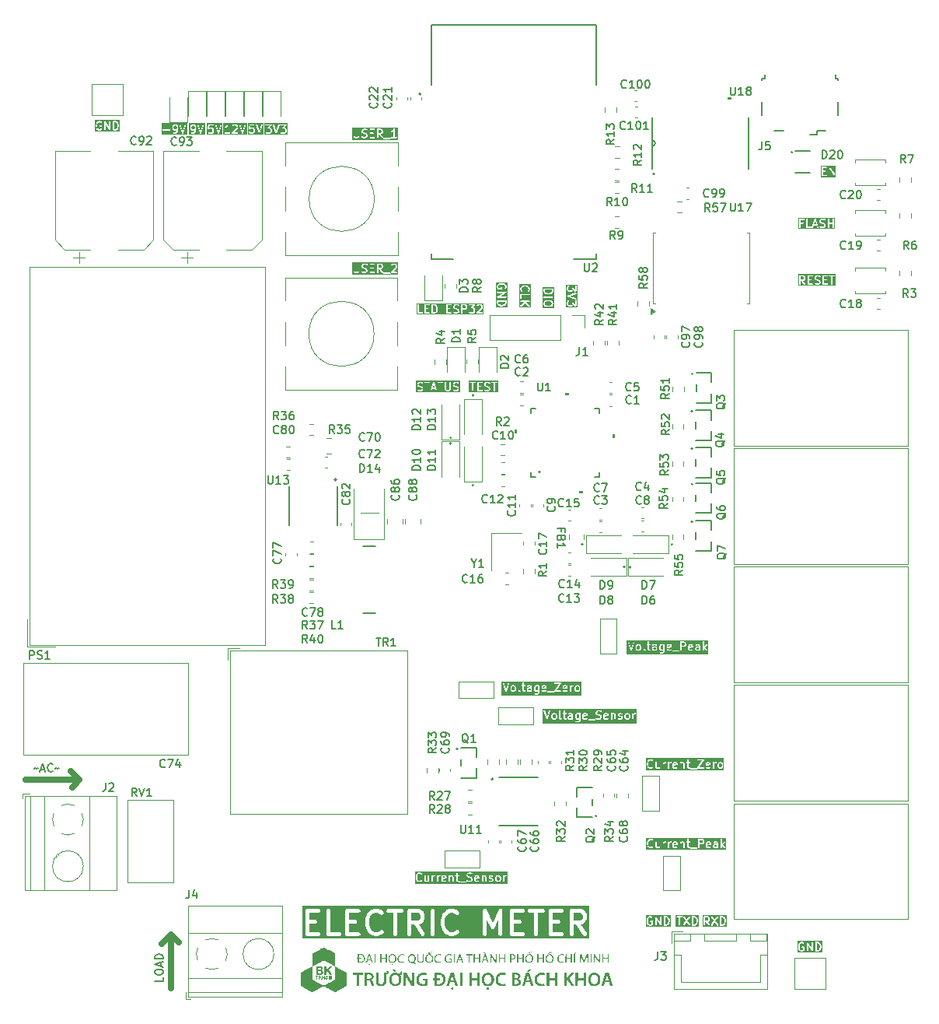
<source format=gbr>
%TF.GenerationSoftware,KiCad,Pcbnew,8.0.5*%
%TF.CreationDate,2024-11-25T17:26:56+07:00*%
%TF.ProjectId,MEASURE_POWER_AC,4d454153-5552-4455-9f50-4f5745525f41,rev?*%
%TF.SameCoordinates,Original*%
%TF.FileFunction,Legend,Top*%
%TF.FilePolarity,Positive*%
%FSLAX46Y46*%
G04 Gerber Fmt 4.6, Leading zero omitted, Abs format (unit mm)*
G04 Created by KiCad (PCBNEW 8.0.5) date 2024-11-25 17:26:56*
%MOMM*%
%LPD*%
G01*
G04 APERTURE LIST*
%ADD10C,0.658000*%
%ADD11C,0.431800*%
%ADD12C,0.152400*%
%ADD13C,0.120000*%
%ADD14C,0.100000*%
%ADD15C,0.127000*%
%ADD16C,0.200000*%
%ADD17C,0.000000*%
%ADD18C,0.150000*%
G04 APERTURE END LIST*
D10*
X196951600Y-124180600D02*
X196951600Y-118338600D01*
X196951600Y-118338600D02*
X197766518Y-119153518D01*
X186994800Y-101498400D02*
X186020749Y-100524349D01*
X181152800Y-101498400D02*
X186994800Y-101498400D01*
X196951600Y-118338600D02*
X195977549Y-119312651D01*
X186994800Y-101498400D02*
X186179882Y-102313318D01*
D11*
G36*
X224011081Y-116011038D02*
G01*
X224082485Y-116082443D01*
X224164976Y-116247424D01*
X224164976Y-116508347D01*
X224082485Y-116673328D01*
X224011081Y-116744733D01*
X223846099Y-116827224D01*
X223145347Y-116827224D01*
X223145347Y-115928548D01*
X223846099Y-115928548D01*
X224011081Y-116011038D01*
G37*
G36*
X241670128Y-116011038D02*
G01*
X241741532Y-116082443D01*
X241824023Y-116247424D01*
X241824023Y-116508347D01*
X241741532Y-116673328D01*
X241670128Y-116744733D01*
X241505146Y-116827224D01*
X240804394Y-116827224D01*
X240804394Y-115928548D01*
X241505146Y-115928548D01*
X241670128Y-116011038D01*
G37*
G36*
X242538045Y-118750770D02*
G01*
X211303707Y-118750770D01*
X211303707Y-115712648D01*
X211585929Y-115712648D01*
X211585929Y-118252648D01*
X211590077Y-118294768D01*
X211622315Y-118372596D01*
X211681881Y-118432162D01*
X211759709Y-118464400D01*
X211801829Y-118468548D01*
X213011353Y-118468548D01*
X213053473Y-118464400D01*
X213131301Y-118432162D01*
X213190867Y-118372596D01*
X213223105Y-118294768D01*
X213223105Y-118210528D01*
X213190867Y-118132700D01*
X213131301Y-118073134D01*
X213053473Y-118040896D01*
X213011353Y-118036748D01*
X212017729Y-118036748D01*
X212017729Y-117138072D01*
X212648496Y-117138072D01*
X212690616Y-117133924D01*
X212768444Y-117101686D01*
X212828010Y-117042120D01*
X212860248Y-116964292D01*
X212860248Y-116880052D01*
X212828010Y-116802224D01*
X212768444Y-116742658D01*
X212690616Y-116710420D01*
X212648496Y-116706272D01*
X212017729Y-116706272D01*
X212017729Y-115928548D01*
X213011353Y-115928548D01*
X213053473Y-115924400D01*
X213131301Y-115892162D01*
X213190867Y-115832596D01*
X213223105Y-115754768D01*
X213223105Y-115712648D01*
X213884024Y-115712648D01*
X213884024Y-118252648D01*
X213888172Y-118294768D01*
X213920410Y-118372596D01*
X213979976Y-118432162D01*
X214057804Y-118464400D01*
X214099924Y-118468548D01*
X215309448Y-118468548D01*
X215351568Y-118464400D01*
X215429396Y-118432162D01*
X215488962Y-118372596D01*
X215521200Y-118294768D01*
X215521200Y-118210528D01*
X215488962Y-118132700D01*
X215429396Y-118073134D01*
X215351568Y-118040896D01*
X215309448Y-118036748D01*
X214315824Y-118036748D01*
X214315824Y-115712648D01*
X215940214Y-115712648D01*
X215940214Y-118252648D01*
X215944362Y-118294768D01*
X215976600Y-118372596D01*
X216036166Y-118432162D01*
X216113994Y-118464400D01*
X216156114Y-118468548D01*
X217365638Y-118468548D01*
X217407758Y-118464400D01*
X217485586Y-118432162D01*
X217545152Y-118372596D01*
X217577390Y-118294768D01*
X217577390Y-118210528D01*
X217545152Y-118132700D01*
X217485586Y-118073134D01*
X217407758Y-118040896D01*
X217365638Y-118036748D01*
X216372014Y-118036748D01*
X216372014Y-117138072D01*
X217002781Y-117138072D01*
X217044901Y-117133924D01*
X217122729Y-117101686D01*
X217182295Y-117042120D01*
X217214533Y-116964292D01*
X217214533Y-116880052D01*
X217182295Y-116802224D01*
X217181290Y-116801219D01*
X218117357Y-116801219D01*
X218117357Y-117164076D01*
X218118080Y-117171422D01*
X218117612Y-117174571D01*
X218119942Y-117190334D01*
X218121505Y-117206196D01*
X218122723Y-117209137D01*
X218123803Y-117216439D01*
X218244755Y-117700249D01*
X218245865Y-117703357D01*
X218245976Y-117704911D01*
X218252680Y-117722430D01*
X218258995Y-117740106D01*
X218259922Y-117741357D01*
X218261102Y-117744440D01*
X218382055Y-117986345D01*
X218393464Y-118004470D01*
X218395647Y-118009739D01*
X218400514Y-118015669D01*
X218404602Y-118022163D01*
X218408910Y-118025899D01*
X218422498Y-118042455D01*
X218664402Y-118284360D01*
X218697119Y-118311210D01*
X218704285Y-118314178D01*
X218710147Y-118319262D01*
X218748794Y-118336517D01*
X219111651Y-118457469D01*
X219132535Y-118462217D01*
X219137804Y-118464400D01*
X219145440Y-118465152D01*
X219152921Y-118466853D01*
X219158608Y-118466448D01*
X219179924Y-118468548D01*
X219421828Y-118468548D01*
X219443143Y-118466448D01*
X219448831Y-118466853D01*
X219456311Y-118465152D01*
X219463948Y-118464400D01*
X219469216Y-118462217D01*
X219490101Y-118457469D01*
X219852960Y-118336517D01*
X219891606Y-118319262D01*
X219897466Y-118314179D01*
X219904635Y-118311210D01*
X219937351Y-118284360D01*
X220058303Y-118163406D01*
X220085153Y-118130690D01*
X220117390Y-118052861D01*
X220117390Y-117968622D01*
X220085152Y-117890794D01*
X220025585Y-117831228D01*
X219947757Y-117798991D01*
X219863518Y-117798991D01*
X219785690Y-117831229D01*
X219752973Y-117858079D01*
X219668060Y-117942992D01*
X219386792Y-118036748D01*
X219214961Y-118036748D01*
X218933692Y-117942992D01*
X218752601Y-117761902D01*
X218657914Y-117572528D01*
X218549157Y-117137497D01*
X218549157Y-116827797D01*
X218657914Y-116392767D01*
X218752601Y-116203393D01*
X218933692Y-116022303D01*
X219214961Y-115928548D01*
X219386792Y-115928548D01*
X219668060Y-116022303D01*
X219752973Y-116107217D01*
X219785690Y-116134067D01*
X219863518Y-116166305D01*
X219947757Y-116166305D01*
X220025585Y-116134068D01*
X220085152Y-116074502D01*
X220117390Y-115996674D01*
X220117390Y-115912435D01*
X220085153Y-115834606D01*
X220058303Y-115801890D01*
X219937351Y-115680936D01*
X219924669Y-115670528D01*
X220419600Y-115670528D01*
X220419600Y-115754768D01*
X220451838Y-115832596D01*
X220511404Y-115892162D01*
X220589232Y-115924400D01*
X220631352Y-115928548D01*
X221141167Y-115928548D01*
X221141167Y-118252648D01*
X221145315Y-118294768D01*
X221177553Y-118372596D01*
X221237119Y-118432162D01*
X221314947Y-118464400D01*
X221399187Y-118464400D01*
X221477015Y-118432162D01*
X221536581Y-118372596D01*
X221568819Y-118294768D01*
X221572967Y-118252648D01*
X221572967Y-115928548D01*
X222082781Y-115928548D01*
X222124901Y-115924400D01*
X222202729Y-115892162D01*
X222262295Y-115832596D01*
X222294533Y-115754768D01*
X222294533Y-115712648D01*
X222713547Y-115712648D01*
X222713547Y-118252648D01*
X222717695Y-118294768D01*
X222749933Y-118372596D01*
X222809499Y-118432162D01*
X222887327Y-118464400D01*
X222971567Y-118464400D01*
X223049395Y-118432162D01*
X223108961Y-118372596D01*
X223141199Y-118294768D01*
X223145347Y-118252648D01*
X223145347Y-117259024D01*
X223421799Y-117259024D01*
X224204004Y-118376458D01*
X224231556Y-118408586D01*
X224302598Y-118453858D01*
X224385555Y-118468497D01*
X224467802Y-118450276D01*
X224536814Y-118401967D01*
X224582086Y-118330926D01*
X224596725Y-118247968D01*
X224578504Y-118165722D01*
X224557748Y-118128837D01*
X223944449Y-117252695D01*
X223946353Y-117251906D01*
X223954091Y-117251357D01*
X223993619Y-117236231D01*
X224235524Y-117115279D01*
X224253648Y-117103869D01*
X224258919Y-117101687D01*
X224264850Y-117096818D01*
X224271343Y-117092732D01*
X224275079Y-117088423D01*
X224291635Y-117074836D01*
X224412588Y-116953884D01*
X224426174Y-116937328D01*
X224430484Y-116933591D01*
X224434573Y-116927095D01*
X224439438Y-116921167D01*
X224441619Y-116915901D01*
X224453031Y-116897772D01*
X224573983Y-116655868D01*
X224589109Y-116616340D01*
X224589658Y-116608602D01*
X224592628Y-116601435D01*
X224596776Y-116559315D01*
X224596776Y-116196457D01*
X224592628Y-116154337D01*
X224589658Y-116147169D01*
X224589109Y-116139432D01*
X224573983Y-116099904D01*
X224453031Y-115858000D01*
X224441619Y-115839870D01*
X224439438Y-115834605D01*
X224434573Y-115828676D01*
X224430484Y-115822181D01*
X224426174Y-115818443D01*
X224412588Y-115801888D01*
X224323347Y-115712648D01*
X225253547Y-115712648D01*
X225253547Y-118252648D01*
X225257695Y-118294768D01*
X225289933Y-118372596D01*
X225349499Y-118432162D01*
X225427327Y-118464400D01*
X225511567Y-118464400D01*
X225589395Y-118432162D01*
X225648961Y-118372596D01*
X225681199Y-118294768D01*
X225685347Y-118252648D01*
X225685347Y-116801219D01*
X226342119Y-116801219D01*
X226342119Y-117164076D01*
X226342842Y-117171422D01*
X226342374Y-117174571D01*
X226344704Y-117190334D01*
X226346267Y-117206196D01*
X226347485Y-117209137D01*
X226348565Y-117216439D01*
X226469517Y-117700249D01*
X226470627Y-117703357D01*
X226470738Y-117704911D01*
X226477442Y-117722430D01*
X226483757Y-117740106D01*
X226484684Y-117741357D01*
X226485864Y-117744440D01*
X226606817Y-117986345D01*
X226618226Y-118004470D01*
X226620409Y-118009739D01*
X226625276Y-118015669D01*
X226629364Y-118022163D01*
X226633672Y-118025899D01*
X226647260Y-118042455D01*
X226889164Y-118284360D01*
X226921881Y-118311210D01*
X226929047Y-118314178D01*
X226934909Y-118319262D01*
X226973556Y-118336517D01*
X227336413Y-118457469D01*
X227357297Y-118462217D01*
X227362566Y-118464400D01*
X227370202Y-118465152D01*
X227377683Y-118466853D01*
X227383370Y-118466448D01*
X227404686Y-118468548D01*
X227646590Y-118468548D01*
X227667905Y-118466448D01*
X227673593Y-118466853D01*
X227681073Y-118465152D01*
X227688710Y-118464400D01*
X227693978Y-118462217D01*
X227714863Y-118457469D01*
X228077722Y-118336517D01*
X228116368Y-118319262D01*
X228122228Y-118314179D01*
X228129397Y-118311210D01*
X228162113Y-118284360D01*
X228283065Y-118163406D01*
X228309915Y-118130690D01*
X228342152Y-118052861D01*
X228342152Y-117968622D01*
X228309914Y-117890794D01*
X228250347Y-117831228D01*
X228172519Y-117798991D01*
X228088280Y-117798991D01*
X228010452Y-117831229D01*
X227977735Y-117858079D01*
X227892822Y-117942992D01*
X227611554Y-118036748D01*
X227439723Y-118036748D01*
X227158454Y-117942992D01*
X226977363Y-117761902D01*
X226882676Y-117572528D01*
X226773919Y-117137497D01*
X226773919Y-116827797D01*
X226882676Y-116392767D01*
X226977363Y-116203393D01*
X227158454Y-116022303D01*
X227439723Y-115928548D01*
X227611554Y-115928548D01*
X227892822Y-116022303D01*
X227977735Y-116107217D01*
X228010452Y-116134067D01*
X228088280Y-116166305D01*
X228172519Y-116166305D01*
X228250347Y-116134068D01*
X228309914Y-116074502D01*
X228342152Y-115996674D01*
X228342152Y-115912435D01*
X228309915Y-115834606D01*
X228283065Y-115801890D01*
X228193824Y-115712648D01*
X230938309Y-115712648D01*
X230938309Y-118252648D01*
X230942457Y-118294768D01*
X230974695Y-118372596D01*
X231034261Y-118432162D01*
X231112089Y-118464400D01*
X231196329Y-118464400D01*
X231274157Y-118432162D01*
X231333723Y-118372596D01*
X231365961Y-118294768D01*
X231370109Y-118252648D01*
X231370109Y-116685830D01*
X231805231Y-117618235D01*
X231814367Y-117633659D01*
X231816267Y-117638882D01*
X231819649Y-117642575D01*
X231826802Y-117654650D01*
X231851003Y-117676813D01*
X231873161Y-117701008D01*
X231881853Y-117705064D01*
X231888928Y-117711543D01*
X231919763Y-117722756D01*
X231949498Y-117736632D01*
X231959081Y-117737053D01*
X231968095Y-117740331D01*
X232000876Y-117738890D01*
X232033657Y-117740331D01*
X232042670Y-117737053D01*
X232052255Y-117736632D01*
X232081994Y-117722753D01*
X232112824Y-117711543D01*
X232119895Y-117705066D01*
X232128591Y-117701009D01*
X232150757Y-117676804D01*
X232174950Y-117654649D01*
X232182099Y-117642579D01*
X232185485Y-117638883D01*
X232187385Y-117633656D01*
X232196521Y-117618235D01*
X232631643Y-116685830D01*
X232631643Y-118252648D01*
X232635791Y-118294768D01*
X232668029Y-118372596D01*
X232727595Y-118432162D01*
X232805423Y-118464400D01*
X232889663Y-118464400D01*
X232967491Y-118432162D01*
X233027057Y-118372596D01*
X233059295Y-118294768D01*
X233063443Y-118252648D01*
X233063443Y-115712648D01*
X233841166Y-115712648D01*
X233841166Y-118252648D01*
X233845314Y-118294768D01*
X233877552Y-118372596D01*
X233937118Y-118432162D01*
X234014946Y-118464400D01*
X234057066Y-118468548D01*
X235266590Y-118468548D01*
X235308710Y-118464400D01*
X235386538Y-118432162D01*
X235446104Y-118372596D01*
X235478342Y-118294768D01*
X235478342Y-118210528D01*
X235446104Y-118132700D01*
X235386538Y-118073134D01*
X235308710Y-118040896D01*
X235266590Y-118036748D01*
X234272966Y-118036748D01*
X234272966Y-117138072D01*
X234903733Y-117138072D01*
X234945853Y-117133924D01*
X235023681Y-117101686D01*
X235083247Y-117042120D01*
X235115485Y-116964292D01*
X235115485Y-116880052D01*
X235083247Y-116802224D01*
X235023681Y-116742658D01*
X234945853Y-116710420D01*
X234903733Y-116706272D01*
X234272966Y-116706272D01*
X234272966Y-115928548D01*
X235266590Y-115928548D01*
X235308710Y-115924400D01*
X235386538Y-115892162D01*
X235446104Y-115832596D01*
X235478342Y-115754768D01*
X235478342Y-115670528D01*
X235780552Y-115670528D01*
X235780552Y-115754768D01*
X235812790Y-115832596D01*
X235872356Y-115892162D01*
X235950184Y-115924400D01*
X235992304Y-115928548D01*
X236502119Y-115928548D01*
X236502119Y-118252648D01*
X236506267Y-118294768D01*
X236538505Y-118372596D01*
X236598071Y-118432162D01*
X236675899Y-118464400D01*
X236760139Y-118464400D01*
X236837967Y-118432162D01*
X236897533Y-118372596D01*
X236929771Y-118294768D01*
X236933919Y-118252648D01*
X236933919Y-115928548D01*
X237443733Y-115928548D01*
X237485853Y-115924400D01*
X237563681Y-115892162D01*
X237623247Y-115832596D01*
X237655485Y-115754768D01*
X237655485Y-115712648D01*
X238074499Y-115712648D01*
X238074499Y-118252648D01*
X238078647Y-118294768D01*
X238110885Y-118372596D01*
X238170451Y-118432162D01*
X238248279Y-118464400D01*
X238290399Y-118468548D01*
X239499923Y-118468548D01*
X239542043Y-118464400D01*
X239619871Y-118432162D01*
X239679437Y-118372596D01*
X239711675Y-118294768D01*
X239711675Y-118210528D01*
X239679437Y-118132700D01*
X239619871Y-118073134D01*
X239542043Y-118040896D01*
X239499923Y-118036748D01*
X238506299Y-118036748D01*
X238506299Y-117138072D01*
X239137066Y-117138072D01*
X239179186Y-117133924D01*
X239257014Y-117101686D01*
X239316580Y-117042120D01*
X239348818Y-116964292D01*
X239348818Y-116880052D01*
X239316580Y-116802224D01*
X239257014Y-116742658D01*
X239179186Y-116710420D01*
X239137066Y-116706272D01*
X238506299Y-116706272D01*
X238506299Y-115928548D01*
X239499923Y-115928548D01*
X239542043Y-115924400D01*
X239619871Y-115892162D01*
X239679437Y-115832596D01*
X239711675Y-115754768D01*
X239711675Y-115712648D01*
X240372594Y-115712648D01*
X240372594Y-118252648D01*
X240376742Y-118294768D01*
X240408980Y-118372596D01*
X240468546Y-118432162D01*
X240546374Y-118464400D01*
X240630614Y-118464400D01*
X240708442Y-118432162D01*
X240768008Y-118372596D01*
X240800246Y-118294768D01*
X240804394Y-118252648D01*
X240804394Y-117259024D01*
X241080846Y-117259024D01*
X241863051Y-118376458D01*
X241890603Y-118408586D01*
X241961645Y-118453858D01*
X242044602Y-118468497D01*
X242126849Y-118450276D01*
X242195861Y-118401967D01*
X242241133Y-118330926D01*
X242255772Y-118247968D01*
X242237551Y-118165722D01*
X242216795Y-118128837D01*
X241603496Y-117252695D01*
X241605400Y-117251906D01*
X241613138Y-117251357D01*
X241652666Y-117236231D01*
X241894571Y-117115279D01*
X241912695Y-117103869D01*
X241917966Y-117101687D01*
X241923897Y-117096818D01*
X241930390Y-117092732D01*
X241934126Y-117088423D01*
X241950682Y-117074836D01*
X242071635Y-116953884D01*
X242085221Y-116937328D01*
X242089531Y-116933591D01*
X242093620Y-116927095D01*
X242098485Y-116921167D01*
X242100666Y-116915901D01*
X242112078Y-116897772D01*
X242233030Y-116655868D01*
X242248156Y-116616340D01*
X242248705Y-116608602D01*
X242251675Y-116601435D01*
X242255823Y-116559315D01*
X242255823Y-116196457D01*
X242251675Y-116154337D01*
X242248705Y-116147169D01*
X242248156Y-116139432D01*
X242233030Y-116099904D01*
X242112078Y-115858000D01*
X242100666Y-115839870D01*
X242098485Y-115834605D01*
X242093620Y-115828676D01*
X242089531Y-115822181D01*
X242085221Y-115818443D01*
X242071635Y-115801888D01*
X241950682Y-115680936D01*
X241934126Y-115667348D01*
X241930390Y-115663040D01*
X241923897Y-115658953D01*
X241917966Y-115654085D01*
X241912695Y-115651902D01*
X241894571Y-115640493D01*
X241652666Y-115519541D01*
X241613138Y-115504415D01*
X241605400Y-115503865D01*
X241598233Y-115500896D01*
X241556113Y-115496748D01*
X240588494Y-115496748D01*
X240546374Y-115500896D01*
X240468546Y-115533134D01*
X240408980Y-115592700D01*
X240376742Y-115670528D01*
X240372594Y-115712648D01*
X239711675Y-115712648D01*
X239711675Y-115670528D01*
X239679437Y-115592700D01*
X239619871Y-115533134D01*
X239542043Y-115500896D01*
X239499923Y-115496748D01*
X238290399Y-115496748D01*
X238248279Y-115500896D01*
X238170451Y-115533134D01*
X238110885Y-115592700D01*
X238078647Y-115670528D01*
X238074499Y-115712648D01*
X237655485Y-115712648D01*
X237655485Y-115670528D01*
X237623247Y-115592700D01*
X237563681Y-115533134D01*
X237485853Y-115500896D01*
X237443733Y-115496748D01*
X235992304Y-115496748D01*
X235950184Y-115500896D01*
X235872356Y-115533134D01*
X235812790Y-115592700D01*
X235780552Y-115670528D01*
X235478342Y-115670528D01*
X235446104Y-115592700D01*
X235386538Y-115533134D01*
X235308710Y-115500896D01*
X235266590Y-115496748D01*
X234057066Y-115496748D01*
X234014946Y-115500896D01*
X233937118Y-115533134D01*
X233877552Y-115592700D01*
X233845314Y-115670528D01*
X233841166Y-115712648D01*
X233063443Y-115712648D01*
X233060716Y-115684959D01*
X233060940Y-115679867D01*
X233059945Y-115677131D01*
X233059295Y-115670528D01*
X233044958Y-115635916D01*
X233032152Y-115600699D01*
X233028898Y-115597146D01*
X233027057Y-115592700D01*
X233000573Y-115566216D01*
X232975258Y-115538573D01*
X232970893Y-115536536D01*
X232967491Y-115533134D01*
X232932890Y-115518801D01*
X232898922Y-115502950D01*
X232894111Y-115502738D01*
X232889663Y-115500896D01*
X232852189Y-115500896D01*
X232814762Y-115499251D01*
X232810238Y-115500896D01*
X232805423Y-115500896D01*
X232770807Y-115515234D01*
X232735595Y-115528039D01*
X232732043Y-115531291D01*
X232727595Y-115533134D01*
X232701106Y-115559622D01*
X232673469Y-115584932D01*
X232670085Y-115590643D01*
X232668029Y-115592700D01*
X232666079Y-115597406D01*
X232651898Y-115621347D01*
X232000876Y-117016393D01*
X231349854Y-115621347D01*
X231335673Y-115597409D01*
X231333723Y-115592700D01*
X231331664Y-115590641D01*
X231328283Y-115584933D01*
X231300651Y-115559628D01*
X231274157Y-115533134D01*
X231269708Y-115531291D01*
X231266157Y-115528039D01*
X231230944Y-115515234D01*
X231196329Y-115500896D01*
X231191514Y-115500896D01*
X231186990Y-115499251D01*
X231149563Y-115500896D01*
X231112089Y-115500896D01*
X231107640Y-115502738D01*
X231102831Y-115502950D01*
X231068875Y-115518796D01*
X231034261Y-115533134D01*
X231030857Y-115536537D01*
X231026494Y-115538574D01*
X231001189Y-115566205D01*
X230974695Y-115592700D01*
X230972852Y-115597148D01*
X230969600Y-115600700D01*
X230956795Y-115635912D01*
X230942457Y-115670528D01*
X230941806Y-115677131D01*
X230940812Y-115679867D01*
X230941035Y-115684959D01*
X230938309Y-115712648D01*
X228193824Y-115712648D01*
X228162113Y-115680936D01*
X228129397Y-115654086D01*
X228122228Y-115651116D01*
X228116368Y-115646034D01*
X228077722Y-115628779D01*
X227714863Y-115507827D01*
X227693978Y-115503078D01*
X227688710Y-115500896D01*
X227681073Y-115500143D01*
X227673593Y-115498443D01*
X227667905Y-115498847D01*
X227646590Y-115496748D01*
X227404686Y-115496748D01*
X227383370Y-115498847D01*
X227377683Y-115498443D01*
X227370202Y-115500143D01*
X227362566Y-115500896D01*
X227357297Y-115503078D01*
X227336413Y-115507827D01*
X226973556Y-115628779D01*
X226934909Y-115646034D01*
X226929047Y-115651117D01*
X226921881Y-115654086D01*
X226889164Y-115680936D01*
X226647260Y-115922841D01*
X226633672Y-115939396D01*
X226629364Y-115943133D01*
X226625276Y-115949626D01*
X226620409Y-115955557D01*
X226618226Y-115960825D01*
X226606817Y-115978951D01*
X226485864Y-116220856D01*
X226484684Y-116223938D01*
X226483757Y-116225190D01*
X226477442Y-116242865D01*
X226470738Y-116260385D01*
X226470627Y-116261938D01*
X226469517Y-116265047D01*
X226348565Y-116748856D01*
X226347485Y-116756157D01*
X226346267Y-116759099D01*
X226344704Y-116774960D01*
X226342374Y-116790724D01*
X226342842Y-116793872D01*
X226342119Y-116801219D01*
X225685347Y-116801219D01*
X225685347Y-115712648D01*
X225681199Y-115670528D01*
X225648961Y-115592700D01*
X225589395Y-115533134D01*
X225511567Y-115500896D01*
X225427327Y-115500896D01*
X225349499Y-115533134D01*
X225289933Y-115592700D01*
X225257695Y-115670528D01*
X225253547Y-115712648D01*
X224323347Y-115712648D01*
X224291635Y-115680936D01*
X224275079Y-115667348D01*
X224271343Y-115663040D01*
X224264850Y-115658953D01*
X224258919Y-115654085D01*
X224253648Y-115651902D01*
X224235524Y-115640493D01*
X223993619Y-115519541D01*
X223954091Y-115504415D01*
X223946353Y-115503865D01*
X223939186Y-115500896D01*
X223897066Y-115496748D01*
X222929447Y-115496748D01*
X222887327Y-115500896D01*
X222809499Y-115533134D01*
X222749933Y-115592700D01*
X222717695Y-115670528D01*
X222713547Y-115712648D01*
X222294533Y-115712648D01*
X222294533Y-115670528D01*
X222262295Y-115592700D01*
X222202729Y-115533134D01*
X222124901Y-115500896D01*
X222082781Y-115496748D01*
X220631352Y-115496748D01*
X220589232Y-115500896D01*
X220511404Y-115533134D01*
X220451838Y-115592700D01*
X220419600Y-115670528D01*
X219924669Y-115670528D01*
X219904635Y-115654086D01*
X219897466Y-115651116D01*
X219891606Y-115646034D01*
X219852960Y-115628779D01*
X219490101Y-115507827D01*
X219469216Y-115503078D01*
X219463948Y-115500896D01*
X219456311Y-115500143D01*
X219448831Y-115498443D01*
X219443143Y-115498847D01*
X219421828Y-115496748D01*
X219179924Y-115496748D01*
X219158608Y-115498847D01*
X219152921Y-115498443D01*
X219145440Y-115500143D01*
X219137804Y-115500896D01*
X219132535Y-115503078D01*
X219111651Y-115507827D01*
X218748794Y-115628779D01*
X218710147Y-115646034D01*
X218704285Y-115651117D01*
X218697119Y-115654086D01*
X218664402Y-115680936D01*
X218422498Y-115922841D01*
X218408910Y-115939396D01*
X218404602Y-115943133D01*
X218400514Y-115949626D01*
X218395647Y-115955557D01*
X218393464Y-115960825D01*
X218382055Y-115978951D01*
X218261102Y-116220856D01*
X218259922Y-116223938D01*
X218258995Y-116225190D01*
X218252680Y-116242865D01*
X218245976Y-116260385D01*
X218245865Y-116261938D01*
X218244755Y-116265047D01*
X218123803Y-116748856D01*
X218122723Y-116756157D01*
X218121505Y-116759099D01*
X218119942Y-116774960D01*
X218117612Y-116790724D01*
X218118080Y-116793872D01*
X218117357Y-116801219D01*
X217181290Y-116801219D01*
X217122729Y-116742658D01*
X217044901Y-116710420D01*
X217002781Y-116706272D01*
X216372014Y-116706272D01*
X216372014Y-115928548D01*
X217365638Y-115928548D01*
X217407758Y-115924400D01*
X217485586Y-115892162D01*
X217545152Y-115832596D01*
X217577390Y-115754768D01*
X217577390Y-115670528D01*
X217545152Y-115592700D01*
X217485586Y-115533134D01*
X217407758Y-115500896D01*
X217365638Y-115496748D01*
X216156114Y-115496748D01*
X216113994Y-115500896D01*
X216036166Y-115533134D01*
X215976600Y-115592700D01*
X215944362Y-115670528D01*
X215940214Y-115712648D01*
X214315824Y-115712648D01*
X214311676Y-115670528D01*
X214279438Y-115592700D01*
X214219872Y-115533134D01*
X214142044Y-115500896D01*
X214057804Y-115500896D01*
X213979976Y-115533134D01*
X213920410Y-115592700D01*
X213888172Y-115670528D01*
X213884024Y-115712648D01*
X213223105Y-115712648D01*
X213223105Y-115670528D01*
X213190867Y-115592700D01*
X213131301Y-115533134D01*
X213053473Y-115500896D01*
X213011353Y-115496748D01*
X211801829Y-115496748D01*
X211759709Y-115500896D01*
X211681881Y-115533134D01*
X211622315Y-115592700D01*
X211590077Y-115670528D01*
X211585929Y-115712648D01*
X211303707Y-115712648D01*
X211303707Y-115214526D01*
X242538045Y-115214526D01*
X242538045Y-118750770D01*
G37*
D12*
G36*
X225729633Y-49903213D02*
G01*
X225792836Y-49966416D01*
X225825899Y-50032542D01*
X225863929Y-50184659D01*
X225863929Y-50292898D01*
X225825899Y-50445015D01*
X225792836Y-50511141D01*
X225729633Y-50574344D01*
X225631430Y-50607079D01*
X225508329Y-50607079D01*
X225508329Y-49870479D01*
X225631430Y-49870479D01*
X225729633Y-49903213D01*
G37*
G36*
X229027657Y-49899237D02*
G01*
X229052503Y-49924083D01*
X229081262Y-49981600D01*
X229081262Y-50072623D01*
X229052503Y-50130141D01*
X229027656Y-50154987D01*
X228970141Y-50183746D01*
X228725662Y-50183746D01*
X228725662Y-49870479D01*
X228970140Y-49870479D01*
X229027657Y-49899237D01*
G37*
G36*
X231025774Y-50858257D02*
G01*
X223733151Y-50858257D01*
X223733151Y-49794279D01*
X223831929Y-49794279D01*
X223831929Y-50683279D01*
X223833393Y-50698145D01*
X223844771Y-50725613D01*
X223865795Y-50746637D01*
X223893263Y-50758015D01*
X223908129Y-50759479D01*
X224331463Y-50759479D01*
X224346329Y-50758015D01*
X224373797Y-50746637D01*
X224394821Y-50725613D01*
X224406199Y-50698145D01*
X224406199Y-50668413D01*
X224394821Y-50640945D01*
X224373797Y-50619921D01*
X224346329Y-50608543D01*
X224331463Y-50607079D01*
X223984329Y-50607079D01*
X223984329Y-49794279D01*
X224551596Y-49794279D01*
X224551596Y-50683279D01*
X224553060Y-50698145D01*
X224564438Y-50725613D01*
X224585462Y-50746637D01*
X224612930Y-50758015D01*
X224627796Y-50759479D01*
X225051130Y-50759479D01*
X225065996Y-50758015D01*
X225093464Y-50746637D01*
X225114488Y-50725613D01*
X225125866Y-50698145D01*
X225125866Y-50668413D01*
X225114488Y-50640945D01*
X225093464Y-50619921D01*
X225065996Y-50608543D01*
X225051130Y-50607079D01*
X224703996Y-50607079D01*
X224703996Y-50293812D01*
X224924130Y-50293812D01*
X224938996Y-50292348D01*
X224966464Y-50280970D01*
X224987488Y-50259946D01*
X224998866Y-50232478D01*
X224998866Y-50202746D01*
X224987488Y-50175278D01*
X224966464Y-50154254D01*
X224938996Y-50142876D01*
X224924130Y-50141412D01*
X224703996Y-50141412D01*
X224703996Y-49870479D01*
X225051130Y-49870479D01*
X225065996Y-49869015D01*
X225093464Y-49857637D01*
X225114488Y-49836613D01*
X225125866Y-49809145D01*
X225125866Y-49794279D01*
X225355929Y-49794279D01*
X225355929Y-50683279D01*
X225357393Y-50698145D01*
X225368771Y-50725613D01*
X225389795Y-50746637D01*
X225417263Y-50758015D01*
X225432129Y-50759479D01*
X225643796Y-50759479D01*
X225651317Y-50758738D01*
X225653326Y-50758881D01*
X225655967Y-50758280D01*
X225658662Y-50758015D01*
X225660520Y-50757245D01*
X225667892Y-50755569D01*
X225794893Y-50713236D01*
X225808533Y-50707146D01*
X225810602Y-50705350D01*
X225813130Y-50704304D01*
X225824678Y-50694828D01*
X225909344Y-50610161D01*
X225914140Y-50604316D01*
X225915661Y-50602998D01*
X225917103Y-50600707D01*
X225918821Y-50598614D01*
X225919591Y-50596754D01*
X225923619Y-50590356D01*
X225965951Y-50505690D01*
X225966367Y-50504602D01*
X225966695Y-50504160D01*
X225968926Y-50497914D01*
X225971290Y-50491738D01*
X225971328Y-50491190D01*
X225971721Y-50490093D01*
X226014054Y-50320761D01*
X226014435Y-50318182D01*
X226014865Y-50317145D01*
X226015416Y-50311547D01*
X226016239Y-50305983D01*
X226016073Y-50304871D01*
X226016329Y-50302279D01*
X226016329Y-50175279D01*
X226016073Y-50172686D01*
X226016239Y-50171575D01*
X226015416Y-50166010D01*
X226014865Y-50160413D01*
X226014435Y-50159375D01*
X226014054Y-50156797D01*
X225971721Y-49987465D01*
X225971328Y-49986367D01*
X225971290Y-49985820D01*
X225968926Y-49979643D01*
X225966695Y-49973398D01*
X225966367Y-49972955D01*
X225965951Y-49971868D01*
X225923619Y-49887202D01*
X225919591Y-49880803D01*
X225918821Y-49878944D01*
X225917103Y-49876850D01*
X225915661Y-49874560D01*
X225914140Y-49873241D01*
X225909344Y-49867397D01*
X225836227Y-49794279D01*
X226922262Y-49794279D01*
X226922262Y-50683279D01*
X226923726Y-50698145D01*
X226935104Y-50725613D01*
X226956128Y-50746637D01*
X226983596Y-50758015D01*
X226998462Y-50759479D01*
X227421796Y-50759479D01*
X227436662Y-50758015D01*
X227464130Y-50746637D01*
X227485154Y-50725613D01*
X227496532Y-50698145D01*
X227496532Y-50668413D01*
X227485154Y-50640945D01*
X227464130Y-50619921D01*
X227436662Y-50608543D01*
X227421796Y-50607079D01*
X227074662Y-50607079D01*
X227074662Y-50293812D01*
X227294796Y-50293812D01*
X227309662Y-50292348D01*
X227337130Y-50280970D01*
X227358154Y-50259946D01*
X227369532Y-50232478D01*
X227369532Y-50202746D01*
X227358154Y-50175278D01*
X227337130Y-50154254D01*
X227309662Y-50142876D01*
X227294796Y-50141412D01*
X227074662Y-50141412D01*
X227074662Y-49963612D01*
X227684262Y-49963612D01*
X227684262Y-50048279D01*
X227685726Y-50063145D01*
X227686774Y-50065675D01*
X227686968Y-50068405D01*
X227692306Y-50082356D01*
X227734639Y-50167023D01*
X227738666Y-50173421D01*
X227739437Y-50175281D01*
X227741154Y-50177374D01*
X227742597Y-50179665D01*
X227744117Y-50180983D01*
X227748914Y-50186828D01*
X227791248Y-50229161D01*
X227797087Y-50233953D01*
X227798409Y-50235477D01*
X227800705Y-50236922D01*
X227802796Y-50238638D01*
X227804653Y-50239407D01*
X227811051Y-50243434D01*
X227895717Y-50285767D01*
X227896804Y-50286183D01*
X227897247Y-50286511D01*
X227903484Y-50288739D01*
X227909668Y-50291106D01*
X227910216Y-50291144D01*
X227911314Y-50291537D01*
X228072533Y-50331842D01*
X228138657Y-50364904D01*
X228163503Y-50389749D01*
X228192262Y-50447267D01*
X228192262Y-50495957D01*
X228163504Y-50553473D01*
X228138655Y-50578321D01*
X228081141Y-50607079D01*
X227899829Y-50607079D01*
X227784558Y-50568656D01*
X227769992Y-50565344D01*
X227740336Y-50567452D01*
X227713742Y-50580749D01*
X227694262Y-50603209D01*
X227684860Y-50631416D01*
X227686968Y-50661072D01*
X227700265Y-50687666D01*
X227722725Y-50707146D01*
X227736366Y-50713236D01*
X227863366Y-50755569D01*
X227870737Y-50757245D01*
X227872596Y-50758015D01*
X227875290Y-50758280D01*
X227877932Y-50758881D01*
X227879940Y-50758738D01*
X227887462Y-50759479D01*
X228099129Y-50759479D01*
X228113995Y-50758015D01*
X228116525Y-50756966D01*
X228119255Y-50756773D01*
X228133207Y-50751434D01*
X228217872Y-50709102D01*
X228224272Y-50705073D01*
X228226129Y-50704304D01*
X228228220Y-50702587D01*
X228230514Y-50701144D01*
X228231832Y-50699624D01*
X228237677Y-50694828D01*
X228280010Y-50652494D01*
X228284804Y-50646652D01*
X228286327Y-50645332D01*
X228287770Y-50643037D01*
X228289487Y-50640947D01*
X228290256Y-50639088D01*
X228294284Y-50632690D01*
X228336617Y-50548024D01*
X228341956Y-50534073D01*
X228342150Y-50531341D01*
X228343198Y-50528812D01*
X228344662Y-50513946D01*
X228344662Y-50429279D01*
X228343198Y-50414413D01*
X228342149Y-50411882D01*
X228341956Y-50409153D01*
X228336617Y-50395201D01*
X228294285Y-50310535D01*
X228290257Y-50304136D01*
X228289487Y-50302277D01*
X228287769Y-50300183D01*
X228286327Y-50297893D01*
X228284806Y-50296574D01*
X228280010Y-50290730D01*
X228237676Y-50248397D01*
X228231831Y-50243600D01*
X228230514Y-50242081D01*
X228228224Y-50240639D01*
X228226129Y-50238920D01*
X228224268Y-50238149D01*
X228217872Y-50234123D01*
X228133207Y-50191791D01*
X228132121Y-50191375D01*
X228131678Y-50191047D01*
X228125416Y-50188809D01*
X228119255Y-50186452D01*
X228118708Y-50186413D01*
X228117611Y-50186021D01*
X227956391Y-50145715D01*
X227890266Y-50112653D01*
X227865420Y-50087807D01*
X227836662Y-50030290D01*
X227836662Y-49981600D01*
X227865419Y-49924085D01*
X227890267Y-49899236D01*
X227947784Y-49870479D01*
X228129096Y-49870479D01*
X228244366Y-49908902D01*
X228258932Y-49912214D01*
X228288589Y-49910106D01*
X228315182Y-49896809D01*
X228334662Y-49874349D01*
X228344064Y-49846142D01*
X228341956Y-49816486D01*
X228330852Y-49794279D01*
X228573262Y-49794279D01*
X228573262Y-50683279D01*
X228574726Y-50698145D01*
X228586104Y-50725613D01*
X228607128Y-50746637D01*
X228634596Y-50758015D01*
X228664328Y-50758015D01*
X228691796Y-50746637D01*
X228712820Y-50725613D01*
X228724198Y-50698145D01*
X228725662Y-50683279D01*
X228725662Y-50336146D01*
X228988129Y-50336146D01*
X229002995Y-50334682D01*
X229005524Y-50333634D01*
X229008256Y-50333440D01*
X229022207Y-50328101D01*
X229106874Y-50285767D01*
X229113271Y-50281739D01*
X229115130Y-50280970D01*
X229117223Y-50279252D01*
X229119516Y-50277809D01*
X229120833Y-50276289D01*
X229126678Y-50271494D01*
X229169011Y-50229160D01*
X229173805Y-50223317D01*
X229175327Y-50221998D01*
X229176771Y-50219703D01*
X229178487Y-50217613D01*
X229179256Y-50215756D01*
X229183285Y-50209356D01*
X229225617Y-50124690D01*
X229230956Y-50110738D01*
X229231149Y-50108008D01*
X229232198Y-50105478D01*
X229233662Y-50090612D01*
X229233662Y-49963612D01*
X229232198Y-49948746D01*
X229231150Y-49946216D01*
X229230956Y-49943485D01*
X229225617Y-49929534D01*
X229183284Y-49844868D01*
X229179257Y-49838470D01*
X229178488Y-49836613D01*
X229176772Y-49834522D01*
X229175327Y-49832226D01*
X229173803Y-49830904D01*
X229169011Y-49825065D01*
X229126678Y-49782731D01*
X229122635Y-49779413D01*
X229379060Y-49779413D01*
X229379060Y-49809145D01*
X229390438Y-49836613D01*
X229411462Y-49857637D01*
X229438930Y-49869015D01*
X229453796Y-49870479D01*
X229836202Y-49870479D01*
X229650450Y-50082768D01*
X229645855Y-50089194D01*
X229644438Y-50090612D01*
X229643881Y-50091955D01*
X229641762Y-50094920D01*
X229637796Y-50106645D01*
X229633060Y-50118080D01*
X229633060Y-50120650D01*
X229632237Y-50123084D01*
X229633060Y-50135427D01*
X229633060Y-50147812D01*
X229634044Y-50150187D01*
X229634215Y-50152751D01*
X229639701Y-50163846D01*
X229644438Y-50175280D01*
X229646254Y-50177096D01*
X229647394Y-50179401D01*
X229656714Y-50187556D01*
X229665462Y-50196304D01*
X229667835Y-50197287D01*
X229669770Y-50198980D01*
X229681495Y-50202945D01*
X229692930Y-50207682D01*
X229696556Y-50208039D01*
X229697934Y-50208505D01*
X229699933Y-50208371D01*
X229707796Y-50209146D01*
X229816808Y-50209146D01*
X229874324Y-50237904D01*
X229899170Y-50262749D01*
X229927929Y-50320267D01*
X229927929Y-50495957D01*
X229899171Y-50553473D01*
X229874322Y-50578321D01*
X229816808Y-50607079D01*
X229598785Y-50607079D01*
X229541266Y-50578320D01*
X229507678Y-50544731D01*
X229496131Y-50535254D01*
X229468663Y-50523877D01*
X229438931Y-50523876D01*
X229411462Y-50535253D01*
X229390438Y-50556277D01*
X229379061Y-50583745D01*
X229379060Y-50613477D01*
X229390437Y-50640946D01*
X229399914Y-50652493D01*
X229442247Y-50694827D01*
X229448091Y-50699623D01*
X229449410Y-50701144D01*
X229451700Y-50702586D01*
X229453794Y-50704304D01*
X229455653Y-50705074D01*
X229462052Y-50709102D01*
X229546718Y-50751434D01*
X229560670Y-50756773D01*
X229563399Y-50756966D01*
X229565930Y-50758015D01*
X229580796Y-50759479D01*
X229834796Y-50759479D01*
X229849662Y-50758015D01*
X229852192Y-50756966D01*
X229854922Y-50756773D01*
X229868874Y-50751434D01*
X229953539Y-50709102D01*
X229959939Y-50705073D01*
X229961796Y-50704304D01*
X229963887Y-50702587D01*
X229966181Y-50701144D01*
X229967499Y-50699624D01*
X229973344Y-50694828D01*
X229999758Y-50668413D01*
X230225727Y-50668413D01*
X230225727Y-50698145D01*
X230237105Y-50725613D01*
X230258129Y-50746637D01*
X230285597Y-50758015D01*
X230300463Y-50759479D01*
X230850796Y-50759479D01*
X230865662Y-50758015D01*
X230893130Y-50746637D01*
X230914154Y-50725613D01*
X230925532Y-50698145D01*
X230925532Y-50668413D01*
X230914154Y-50640945D01*
X230893130Y-50619921D01*
X230865662Y-50608543D01*
X230850796Y-50607079D01*
X230484427Y-50607079D01*
X230862344Y-50229161D01*
X230871821Y-50217614D01*
X230872868Y-50215085D01*
X230874663Y-50213016D01*
X230880753Y-50199375D01*
X230923086Y-50072375D01*
X230924762Y-50065003D01*
X230925532Y-50063145D01*
X230925797Y-50060450D01*
X230926398Y-50057809D01*
X230926255Y-50055800D01*
X230926996Y-50048279D01*
X230926996Y-49963612D01*
X230925532Y-49948746D01*
X230924484Y-49946216D01*
X230924290Y-49943485D01*
X230918951Y-49929534D01*
X230876618Y-49844868D01*
X230872590Y-49838469D01*
X230871821Y-49836611D01*
X230870104Y-49834520D01*
X230868661Y-49832226D01*
X230867138Y-49830905D01*
X230862344Y-49825064D01*
X230820011Y-49782730D01*
X230814166Y-49777933D01*
X230812848Y-49776414D01*
X230810554Y-49774970D01*
X230808463Y-49773254D01*
X230806606Y-49772484D01*
X230800206Y-49768456D01*
X230715541Y-49726124D01*
X230701589Y-49720785D01*
X230698859Y-49720591D01*
X230696329Y-49719543D01*
X230681463Y-49718079D01*
X230469796Y-49718079D01*
X230454930Y-49719543D01*
X230452399Y-49720591D01*
X230449670Y-49720785D01*
X230435718Y-49726124D01*
X230351052Y-49768456D01*
X230344653Y-49772483D01*
X230342794Y-49773254D01*
X230340700Y-49774971D01*
X230338410Y-49776414D01*
X230337091Y-49777934D01*
X230331247Y-49782731D01*
X230288914Y-49825065D01*
X230279437Y-49836612D01*
X230268060Y-49864081D01*
X230268061Y-49893813D01*
X230279438Y-49921281D01*
X230300462Y-49942305D01*
X230327931Y-49953682D01*
X230357663Y-49953681D01*
X230385131Y-49942304D01*
X230396678Y-49932827D01*
X230430266Y-49899237D01*
X230487785Y-49870479D01*
X230663475Y-49870479D01*
X230720989Y-49899236D01*
X230745838Y-49924084D01*
X230774596Y-49981600D01*
X230774596Y-50035912D01*
X230741861Y-50134117D01*
X230246581Y-50629397D01*
X230237105Y-50640945D01*
X230225727Y-50668413D01*
X229999758Y-50668413D01*
X230015677Y-50652494D01*
X230020471Y-50646652D01*
X230021994Y-50645332D01*
X230023437Y-50643037D01*
X230025154Y-50640947D01*
X230025923Y-50639088D01*
X230029951Y-50632690D01*
X230072284Y-50548024D01*
X230077623Y-50534073D01*
X230077817Y-50531341D01*
X230078865Y-50528812D01*
X230080329Y-50513946D01*
X230080329Y-50302279D01*
X230078865Y-50287413D01*
X230077816Y-50284882D01*
X230077623Y-50282153D01*
X230072284Y-50268201D01*
X230029952Y-50183535D01*
X230025924Y-50177136D01*
X230025154Y-50175277D01*
X230023436Y-50173183D01*
X230021994Y-50170893D01*
X230020473Y-50169574D01*
X230015677Y-50163730D01*
X229973343Y-50121397D01*
X229967498Y-50116600D01*
X229966181Y-50115081D01*
X229963891Y-50113639D01*
X229961796Y-50111920D01*
X229959935Y-50111149D01*
X229953539Y-50107123D01*
X229868874Y-50064791D01*
X229868731Y-50064736D01*
X230061476Y-49844457D01*
X230066071Y-49838028D01*
X230067487Y-49836613D01*
X230068043Y-49835270D01*
X230070163Y-49832305D01*
X230074128Y-49820579D01*
X230078865Y-49809145D01*
X230078865Y-49806574D01*
X230079688Y-49804141D01*
X230078865Y-49791797D01*
X230078865Y-49779413D01*
X230077880Y-49777037D01*
X230077710Y-49774474D01*
X230072222Y-49763376D01*
X230067487Y-49751945D01*
X230065671Y-49750129D01*
X230064531Y-49747823D01*
X230055206Y-49739664D01*
X230046463Y-49730921D01*
X230044089Y-49729938D01*
X230042155Y-49728245D01*
X230030429Y-49724279D01*
X230018995Y-49719543D01*
X230015368Y-49719185D01*
X230013991Y-49718720D01*
X230011991Y-49718853D01*
X230004129Y-49718079D01*
X229453796Y-49718079D01*
X229438930Y-49719543D01*
X229411462Y-49730921D01*
X229390438Y-49751945D01*
X229379060Y-49779413D01*
X229122635Y-49779413D01*
X229120833Y-49777934D01*
X229119515Y-49776414D01*
X229117224Y-49774971D01*
X229115131Y-49773254D01*
X229113271Y-49772483D01*
X229106873Y-49768456D01*
X229022206Y-49726123D01*
X229008255Y-49720785D01*
X229005525Y-49720591D01*
X229002995Y-49719543D01*
X228988129Y-49718079D01*
X228649462Y-49718079D01*
X228634596Y-49719543D01*
X228607128Y-49730921D01*
X228586104Y-49751945D01*
X228574726Y-49779413D01*
X228573262Y-49794279D01*
X228330852Y-49794279D01*
X228328659Y-49789892D01*
X228306199Y-49770412D01*
X228292559Y-49764322D01*
X228165558Y-49721989D01*
X228158186Y-49720312D01*
X228156328Y-49719543D01*
X228153633Y-49719277D01*
X228150992Y-49718677D01*
X228148983Y-49718819D01*
X228141462Y-49718079D01*
X227929795Y-49718079D01*
X227914929Y-49719543D01*
X227912399Y-49720590D01*
X227909668Y-49720785D01*
X227895717Y-49726124D01*
X227811051Y-49768457D01*
X227804652Y-49772484D01*
X227802794Y-49773254D01*
X227800703Y-49774970D01*
X227798409Y-49776414D01*
X227797088Y-49777936D01*
X227791247Y-49782731D01*
X227748913Y-49825064D01*
X227744116Y-49830908D01*
X227742597Y-49832227D01*
X227741153Y-49834520D01*
X227739437Y-49836612D01*
X227738667Y-49838468D01*
X227734639Y-49844869D01*
X227692307Y-49929534D01*
X227686968Y-49943486D01*
X227686774Y-49946215D01*
X227685726Y-49948746D01*
X227684262Y-49963612D01*
X227074662Y-49963612D01*
X227074662Y-49870479D01*
X227421796Y-49870479D01*
X227436662Y-49869015D01*
X227464130Y-49857637D01*
X227485154Y-49836613D01*
X227496532Y-49809145D01*
X227496532Y-49779413D01*
X227485154Y-49751945D01*
X227464130Y-49730921D01*
X227436662Y-49719543D01*
X227421796Y-49718079D01*
X226998462Y-49718079D01*
X226983596Y-49719543D01*
X226956128Y-49730921D01*
X226935104Y-49751945D01*
X226923726Y-49779413D01*
X226922262Y-49794279D01*
X225836227Y-49794279D01*
X225824678Y-49782730D01*
X225813130Y-49773254D01*
X225810602Y-49772207D01*
X225808533Y-49770412D01*
X225794893Y-49764322D01*
X225667892Y-49721989D01*
X225660520Y-49720312D01*
X225658662Y-49719543D01*
X225655967Y-49719277D01*
X225653326Y-49718677D01*
X225651317Y-49718819D01*
X225643796Y-49718079D01*
X225432129Y-49718079D01*
X225417263Y-49719543D01*
X225389795Y-49730921D01*
X225368771Y-49751945D01*
X225357393Y-49779413D01*
X225355929Y-49794279D01*
X225125866Y-49794279D01*
X225125866Y-49779413D01*
X225114488Y-49751945D01*
X225093464Y-49730921D01*
X225065996Y-49719543D01*
X225051130Y-49718079D01*
X224627796Y-49718079D01*
X224612930Y-49719543D01*
X224585462Y-49730921D01*
X224564438Y-49751945D01*
X224553060Y-49779413D01*
X224551596Y-49794279D01*
X223984329Y-49794279D01*
X223982865Y-49779413D01*
X223971487Y-49751945D01*
X223950463Y-49730921D01*
X223922995Y-49719543D01*
X223893263Y-49719543D01*
X223865795Y-49730921D01*
X223844771Y-49751945D01*
X223833393Y-49779413D01*
X223831929Y-49794279D01*
X223733151Y-49794279D01*
X223733151Y-49619301D01*
X231025774Y-49619301D01*
X231025774Y-50858257D01*
G37*
G36*
X236131521Y-50089366D02*
G01*
X234892565Y-50089366D01*
X234892565Y-49918649D01*
X234991456Y-49918649D01*
X234998835Y-49947450D01*
X235016674Y-49971235D01*
X235042257Y-49986383D01*
X235071691Y-49990588D01*
X235100492Y-49983209D01*
X235113263Y-49975461D01*
X235568392Y-49634113D01*
X235902661Y-49968382D01*
X235914208Y-49977859D01*
X235941676Y-49989236D01*
X235971409Y-49989236D01*
X235998877Y-49977859D01*
X236019901Y-49956835D01*
X236031278Y-49929367D01*
X236031278Y-49899634D01*
X236019901Y-49872166D01*
X236010424Y-49860619D01*
X235632507Y-49482701D01*
X235956543Y-49482701D01*
X235971409Y-49481237D01*
X235998877Y-49469859D01*
X236019901Y-49448835D01*
X236031279Y-49421367D01*
X236031279Y-49391635D01*
X236019901Y-49364167D01*
X235998877Y-49343143D01*
X235971409Y-49331765D01*
X235956543Y-49330301D01*
X235067543Y-49330301D01*
X235052677Y-49331765D01*
X235025209Y-49343143D01*
X235004185Y-49364167D01*
X234992807Y-49391635D01*
X234992807Y-49421367D01*
X235004185Y-49448835D01*
X235025209Y-49469859D01*
X235052677Y-49481237D01*
X235067543Y-49482701D01*
X235416979Y-49482701D01*
X235459535Y-49525256D01*
X235021823Y-49853541D01*
X235010809Y-49863632D01*
X234995661Y-49889215D01*
X234991456Y-49918649D01*
X234892565Y-49918649D01*
X234892565Y-48686834D01*
X234991343Y-48686834D01*
X234991343Y-49110168D01*
X234992807Y-49125034D01*
X235004185Y-49152502D01*
X235025209Y-49173526D01*
X235052677Y-49184904D01*
X235082409Y-49184904D01*
X235109877Y-49173526D01*
X235130901Y-49152502D01*
X235142279Y-49125034D01*
X235143743Y-49110168D01*
X235143743Y-48763034D01*
X235956543Y-48763034D01*
X235971409Y-48761570D01*
X235998877Y-48750192D01*
X236019901Y-48729168D01*
X236031279Y-48701700D01*
X236031279Y-48671968D01*
X236019901Y-48644500D01*
X235998877Y-48623476D01*
X235971409Y-48612098D01*
X235956543Y-48610634D01*
X235067543Y-48610634D01*
X235052677Y-48612098D01*
X235025209Y-48623476D01*
X235004185Y-48644500D01*
X234992807Y-48671968D01*
X234991343Y-48686834D01*
X234892565Y-48686834D01*
X234892565Y-48051834D01*
X234991343Y-48051834D01*
X234991343Y-48136501D01*
X234992083Y-48144023D01*
X234991941Y-48146032D01*
X234992541Y-48148674D01*
X234992807Y-48151367D01*
X234993576Y-48153224D01*
X234995253Y-48160598D01*
X235037587Y-48287598D01*
X235043677Y-48301238D01*
X235045472Y-48303307D01*
X235046519Y-48305835D01*
X235055995Y-48317383D01*
X235098329Y-48359716D01*
X235109876Y-48369192D01*
X235137344Y-48380570D01*
X235167076Y-48380570D01*
X235194545Y-48369192D01*
X235215568Y-48348169D01*
X235226946Y-48320700D01*
X235226946Y-48290968D01*
X235215568Y-48263500D01*
X235206092Y-48251953D01*
X235176478Y-48222338D01*
X235143743Y-48124133D01*
X235143743Y-48064201D01*
X235176478Y-47965996D01*
X235239681Y-47902792D01*
X235305805Y-47869730D01*
X235457924Y-47831701D01*
X235566162Y-47831701D01*
X235718281Y-47869730D01*
X235784404Y-47902792D01*
X235847608Y-47965995D01*
X235880343Y-48064200D01*
X235880343Y-48124134D01*
X235847608Y-48222339D01*
X235817995Y-48251952D01*
X235808519Y-48263500D01*
X235797141Y-48290968D01*
X235797141Y-48320700D01*
X235808519Y-48348168D01*
X235829543Y-48369192D01*
X235857011Y-48380570D01*
X235886743Y-48380570D01*
X235914211Y-48369192D01*
X235925759Y-48359716D01*
X235968092Y-48317382D01*
X235977568Y-48305835D01*
X235978614Y-48303307D01*
X235980410Y-48301238D01*
X235986500Y-48287597D01*
X236028833Y-48160597D01*
X236030509Y-48153225D01*
X236031279Y-48151367D01*
X236031544Y-48148672D01*
X236032145Y-48146031D01*
X236032002Y-48144022D01*
X236032743Y-48136501D01*
X236032743Y-48051834D01*
X236032002Y-48044312D01*
X236032145Y-48042304D01*
X236031544Y-48039662D01*
X236031279Y-48036968D01*
X236030509Y-48035109D01*
X236028833Y-48027738D01*
X235986500Y-47900738D01*
X235980410Y-47887097D01*
X235978615Y-47885028D01*
X235977568Y-47882499D01*
X235968092Y-47870952D01*
X235883424Y-47786286D01*
X235877581Y-47781491D01*
X235876263Y-47779971D01*
X235873969Y-47778527D01*
X235871877Y-47776810D01*
X235870018Y-47776040D01*
X235863621Y-47772013D01*
X235778955Y-47729679D01*
X235777867Y-47729262D01*
X235777425Y-47728935D01*
X235771187Y-47726706D01*
X235765004Y-47724340D01*
X235764455Y-47724300D01*
X235763358Y-47723909D01*
X235594024Y-47681576D01*
X235591446Y-47681194D01*
X235590409Y-47680765D01*
X235584810Y-47680213D01*
X235579247Y-47679391D01*
X235578135Y-47679556D01*
X235575543Y-47679301D01*
X235448543Y-47679301D01*
X235445950Y-47679556D01*
X235444839Y-47679391D01*
X235439274Y-47680213D01*
X235433677Y-47680765D01*
X235432639Y-47681194D01*
X235430061Y-47681576D01*
X235260729Y-47723909D01*
X235259631Y-47724300D01*
X235259083Y-47724340D01*
X235252899Y-47726706D01*
X235246662Y-47728935D01*
X235246219Y-47729262D01*
X235245132Y-47729679D01*
X235160465Y-47772013D01*
X235154067Y-47776040D01*
X235152209Y-47776810D01*
X235150116Y-47778527D01*
X235147823Y-47779971D01*
X235146504Y-47781491D01*
X235140662Y-47786286D01*
X235055995Y-47870952D01*
X235046519Y-47882500D01*
X235045472Y-47885027D01*
X235043677Y-47887097D01*
X235037587Y-47900737D01*
X234995253Y-48027737D01*
X234993576Y-48035110D01*
X234992807Y-48036968D01*
X234992541Y-48039660D01*
X234991941Y-48042303D01*
X234992083Y-48044311D01*
X234991343Y-48051834D01*
X234892565Y-48051834D01*
X234892565Y-47580523D01*
X236131521Y-47580523D01*
X236131521Y-50089366D01*
G37*
G36*
X233340343Y-49575562D02*
G01*
X233307608Y-49673767D01*
X233244403Y-49736971D01*
X233178282Y-49770032D01*
X233026162Y-49808062D01*
X232917924Y-49808062D01*
X232765806Y-49770032D01*
X232699680Y-49736969D01*
X232636478Y-49673768D01*
X232603743Y-49575561D01*
X232603743Y-49452462D01*
X233340343Y-49452462D01*
X233340343Y-49575562D01*
G37*
G36*
X233591521Y-50059240D02*
G01*
X232352565Y-50059240D01*
X232352565Y-49376262D01*
X232451343Y-49376262D01*
X232451343Y-49587929D01*
X232452083Y-49595451D01*
X232451941Y-49597460D01*
X232452541Y-49600102D01*
X232452807Y-49602795D01*
X232453576Y-49604652D01*
X232455253Y-49612026D01*
X232497587Y-49739026D01*
X232503677Y-49752666D01*
X232505472Y-49754735D01*
X232506519Y-49757263D01*
X232515995Y-49768810D01*
X232600661Y-49853478D01*
X232606507Y-49858275D01*
X232607824Y-49859794D01*
X232610113Y-49861235D01*
X232612208Y-49862954D01*
X232614067Y-49863724D01*
X232620466Y-49867752D01*
X232705132Y-49910084D01*
X232706219Y-49910500D01*
X232706662Y-49910828D01*
X232712907Y-49913059D01*
X232719084Y-49915423D01*
X232719631Y-49915461D01*
X232720729Y-49915854D01*
X232890061Y-49958187D01*
X232892639Y-49958568D01*
X232893677Y-49958998D01*
X232899274Y-49959549D01*
X232904839Y-49960372D01*
X232905950Y-49960206D01*
X232908543Y-49960462D01*
X233035543Y-49960462D01*
X233038135Y-49960206D01*
X233039247Y-49960372D01*
X233044810Y-49959549D01*
X233050409Y-49958998D01*
X233051446Y-49958568D01*
X233054024Y-49958187D01*
X233223358Y-49915854D01*
X233224455Y-49915461D01*
X233225003Y-49915423D01*
X233231179Y-49913059D01*
X233237425Y-49910828D01*
X233237867Y-49910500D01*
X233238955Y-49910084D01*
X233323620Y-49867752D01*
X233330020Y-49863723D01*
X233331877Y-49862954D01*
X233333968Y-49861237D01*
X233336262Y-49859794D01*
X233337580Y-49858274D01*
X233343425Y-49853478D01*
X233428091Y-49768811D01*
X233437568Y-49757264D01*
X233438615Y-49754735D01*
X233440410Y-49752666D01*
X233446500Y-49739025D01*
X233488833Y-49612025D01*
X233490509Y-49604653D01*
X233491279Y-49602795D01*
X233491544Y-49600100D01*
X233492145Y-49597459D01*
X233492002Y-49595450D01*
X233492743Y-49587929D01*
X233492743Y-49376262D01*
X233491279Y-49361396D01*
X233479901Y-49333928D01*
X233458877Y-49312904D01*
X233431409Y-49301526D01*
X233416543Y-49300062D01*
X232527543Y-49300062D01*
X232512677Y-49301526D01*
X232485209Y-49312904D01*
X232464185Y-49333928D01*
X232452807Y-49361396D01*
X232451343Y-49376262D01*
X232352565Y-49376262D01*
X232352565Y-48947607D01*
X232451529Y-48947607D01*
X232452807Y-48957661D01*
X232452807Y-48967795D01*
X232454665Y-48972281D01*
X232455278Y-48977101D01*
X232460307Y-48985902D01*
X232464185Y-48995263D01*
X232467619Y-48998697D01*
X232470030Y-49002916D01*
X232478045Y-49009123D01*
X232485209Y-49016287D01*
X232489694Y-49018145D01*
X232493536Y-49021120D01*
X232503314Y-49023786D01*
X232512677Y-49027665D01*
X232520280Y-49028413D01*
X232522221Y-49028943D01*
X232523719Y-49028752D01*
X232527543Y-49029129D01*
X233416543Y-49029129D01*
X233431409Y-49027665D01*
X233458877Y-49016287D01*
X233479901Y-48995263D01*
X233491279Y-48967795D01*
X233491279Y-48938063D01*
X233479901Y-48910595D01*
X233458877Y-48889571D01*
X233431409Y-48878193D01*
X233416543Y-48876729D01*
X232814479Y-48876729D01*
X233454349Y-48511089D01*
X233457482Y-48508864D01*
X233458877Y-48508287D01*
X233460298Y-48506865D01*
X233466530Y-48502442D01*
X233472736Y-48494427D01*
X233479901Y-48487263D01*
X233481759Y-48482775D01*
X233484734Y-48478935D01*
X233487400Y-48469158D01*
X233491279Y-48459795D01*
X233491279Y-48454936D01*
X233492557Y-48450251D01*
X233491279Y-48440196D01*
X233491279Y-48430063D01*
X233489420Y-48425576D01*
X233488808Y-48420757D01*
X233483777Y-48411953D01*
X233479901Y-48402595D01*
X233476468Y-48399162D01*
X233474057Y-48394942D01*
X233466038Y-48388732D01*
X233458877Y-48381571D01*
X233454391Y-48379713D01*
X233450550Y-48376738D01*
X233440771Y-48374071D01*
X233431409Y-48370193D01*
X233423805Y-48369444D01*
X233421865Y-48368915D01*
X233420366Y-48369105D01*
X233416543Y-48368729D01*
X232527543Y-48368729D01*
X232512677Y-48370193D01*
X232485209Y-48381571D01*
X232464185Y-48402595D01*
X232452807Y-48430063D01*
X232452807Y-48459795D01*
X232464185Y-48487263D01*
X232485209Y-48508287D01*
X232512677Y-48519665D01*
X232527543Y-48521129D01*
X233129607Y-48521129D01*
X232489737Y-48886769D01*
X232486603Y-48888993D01*
X232485209Y-48889571D01*
X232483787Y-48890992D01*
X232477556Y-48895416D01*
X232471348Y-48903431D01*
X232464185Y-48910595D01*
X232462326Y-48915080D01*
X232459352Y-48918922D01*
X232456685Y-48928700D01*
X232452807Y-48938063D01*
X232452807Y-48942920D01*
X232451529Y-48947607D01*
X232352565Y-48947607D01*
X232352565Y-47809929D01*
X232451343Y-47809929D01*
X232451343Y-47894596D01*
X232452083Y-47902118D01*
X232451941Y-47904127D01*
X232452541Y-47906769D01*
X232452807Y-47909462D01*
X232453576Y-47911319D01*
X232455253Y-47918693D01*
X232497587Y-48045693D01*
X232503677Y-48059333D01*
X232505472Y-48061402D01*
X232506519Y-48063930D01*
X232515995Y-48075478D01*
X232558329Y-48117811D01*
X232569876Y-48127287D01*
X232597344Y-48138665D01*
X232612210Y-48140129D01*
X232908543Y-48140129D01*
X232923409Y-48138665D01*
X232950877Y-48127287D01*
X232971901Y-48106263D01*
X232983279Y-48078795D01*
X232984743Y-48063929D01*
X232984743Y-47894596D01*
X232983279Y-47879730D01*
X232971901Y-47852262D01*
X232950877Y-47831238D01*
X232923409Y-47819860D01*
X232893677Y-47819860D01*
X232866209Y-47831238D01*
X232845185Y-47852262D01*
X232833807Y-47879730D01*
X232832343Y-47894596D01*
X232832343Y-47987729D01*
X232643774Y-47987729D01*
X232636478Y-47980433D01*
X232603743Y-47882228D01*
X232603743Y-47822296D01*
X232636478Y-47724091D01*
X232699681Y-47660887D01*
X232765805Y-47627825D01*
X232917924Y-47589796D01*
X233026162Y-47589796D01*
X233178281Y-47627825D01*
X233244404Y-47660887D01*
X233307608Y-47724090D01*
X233340343Y-47822295D01*
X233340343Y-47918940D01*
X233306054Y-47987519D01*
X233300716Y-48001470D01*
X233298609Y-48031126D01*
X233308011Y-48059333D01*
X233327491Y-48081794D01*
X233354084Y-48095090D01*
X233383740Y-48097197D01*
X233411947Y-48087795D01*
X233434408Y-48068315D01*
X233442366Y-48055673D01*
X233484698Y-47971007D01*
X233490037Y-47957055D01*
X233490230Y-47954325D01*
X233491279Y-47951795D01*
X233492743Y-47936929D01*
X233492743Y-47809929D01*
X233492002Y-47802407D01*
X233492145Y-47800399D01*
X233491544Y-47797757D01*
X233491279Y-47795063D01*
X233490509Y-47793204D01*
X233488833Y-47785833D01*
X233446500Y-47658833D01*
X233440410Y-47645192D01*
X233438615Y-47643123D01*
X233437568Y-47640594D01*
X233428092Y-47629047D01*
X233343424Y-47544381D01*
X233337581Y-47539586D01*
X233336263Y-47538066D01*
X233333969Y-47536622D01*
X233331877Y-47534905D01*
X233330018Y-47534135D01*
X233323621Y-47530108D01*
X233238955Y-47487774D01*
X233237867Y-47487357D01*
X233237425Y-47487030D01*
X233231187Y-47484801D01*
X233225004Y-47482435D01*
X233224455Y-47482395D01*
X233223358Y-47482004D01*
X233054024Y-47439671D01*
X233051446Y-47439289D01*
X233050409Y-47438860D01*
X233044810Y-47438308D01*
X233039247Y-47437486D01*
X233038135Y-47437651D01*
X233035543Y-47437396D01*
X232908543Y-47437396D01*
X232905950Y-47437651D01*
X232904839Y-47437486D01*
X232899274Y-47438308D01*
X232893677Y-47438860D01*
X232892639Y-47439289D01*
X232890061Y-47439671D01*
X232720729Y-47482004D01*
X232719631Y-47482395D01*
X232719083Y-47482435D01*
X232712899Y-47484801D01*
X232706662Y-47487030D01*
X232706219Y-47487357D01*
X232705132Y-47487774D01*
X232620465Y-47530108D01*
X232614067Y-47534135D01*
X232612209Y-47534905D01*
X232610116Y-47536622D01*
X232607823Y-47538066D01*
X232606504Y-47539586D01*
X232600662Y-47544381D01*
X232515995Y-47629047D01*
X232506519Y-47640595D01*
X232505472Y-47643122D01*
X232503677Y-47645192D01*
X232497587Y-47658832D01*
X232455253Y-47785832D01*
X232453576Y-47793205D01*
X232452807Y-47795063D01*
X232452541Y-47797755D01*
X232451941Y-47800398D01*
X232452083Y-47802406D01*
X232451343Y-47809929D01*
X232352565Y-47809929D01*
X232352565Y-47338618D01*
X233591521Y-47338618D01*
X233591521Y-50059240D01*
G37*
G36*
X238330585Y-49469258D02*
G01*
X238391583Y-49530256D01*
X238420343Y-49587774D01*
X238420343Y-49721130D01*
X238391583Y-49778648D01*
X238330586Y-49839646D01*
X238190828Y-49874586D01*
X237913259Y-49874586D01*
X237773500Y-49839646D01*
X237712500Y-49778646D01*
X237683743Y-49721130D01*
X237683743Y-49587774D01*
X237712501Y-49530256D01*
X237773500Y-49469258D01*
X237913258Y-49434319D01*
X238190829Y-49434319D01*
X238330585Y-49469258D01*
G37*
G36*
X238420343Y-48287419D02*
G01*
X238387608Y-48385624D01*
X238324403Y-48448828D01*
X238258282Y-48481889D01*
X238106162Y-48519919D01*
X237997924Y-48519919D01*
X237845806Y-48481889D01*
X237779680Y-48448826D01*
X237716478Y-48385625D01*
X237683743Y-48287418D01*
X237683743Y-48164319D01*
X238420343Y-48164319D01*
X238420343Y-48287419D01*
G37*
G36*
X238671521Y-50125764D02*
G01*
X237432565Y-50125764D01*
X237432565Y-49569786D01*
X237531343Y-49569786D01*
X237531343Y-49739119D01*
X237532807Y-49753985D01*
X237533854Y-49756514D01*
X237534049Y-49759246D01*
X237539388Y-49773197D01*
X237581722Y-49857864D01*
X237585749Y-49864261D01*
X237586519Y-49866120D01*
X237588236Y-49868213D01*
X237589680Y-49870506D01*
X237591199Y-49871823D01*
X237595995Y-49877668D01*
X237680662Y-49962334D01*
X237692209Y-49971810D01*
X237697442Y-49973977D01*
X237701995Y-49977351D01*
X237716062Y-49982377D01*
X237885396Y-50024711D01*
X237887973Y-50025092D01*
X237889011Y-50025522D01*
X237894609Y-50026073D01*
X237900173Y-50026896D01*
X237901284Y-50026730D01*
X237903877Y-50026986D01*
X238200210Y-50026986D01*
X238202802Y-50026730D01*
X238203914Y-50026896D01*
X238209478Y-50026073D01*
X238215076Y-50025522D01*
X238216113Y-50025092D01*
X238218692Y-50024711D01*
X238388025Y-49982377D01*
X238402092Y-49977351D01*
X238406644Y-49973977D01*
X238411877Y-49971810D01*
X238423424Y-49962334D01*
X238508092Y-49877668D01*
X238512889Y-49871821D01*
X238514408Y-49870505D01*
X238515849Y-49868215D01*
X238517568Y-49866121D01*
X238518338Y-49864261D01*
X238522366Y-49857863D01*
X238564698Y-49773197D01*
X238570037Y-49759245D01*
X238570230Y-49756515D01*
X238571279Y-49753985D01*
X238572743Y-49739119D01*
X238572743Y-49569786D01*
X238571279Y-49554920D01*
X238570230Y-49552389D01*
X238570037Y-49549660D01*
X238564698Y-49535708D01*
X238522366Y-49451042D01*
X238518338Y-49444643D01*
X238517568Y-49442784D01*
X238515850Y-49440690D01*
X238514408Y-49438400D01*
X238512887Y-49437081D01*
X238508091Y-49431237D01*
X238423425Y-49346570D01*
X238411877Y-49337094D01*
X238406643Y-49334926D01*
X238402091Y-49331553D01*
X238388024Y-49326527D01*
X238218691Y-49284194D01*
X238216113Y-49283812D01*
X238215076Y-49283383D01*
X238209477Y-49282831D01*
X238203914Y-49282009D01*
X238202802Y-49282174D01*
X238200210Y-49281919D01*
X237903877Y-49281919D01*
X237901284Y-49282174D01*
X237900173Y-49282009D01*
X237894609Y-49282831D01*
X237889011Y-49283383D01*
X237887973Y-49283812D01*
X237885396Y-49284194D01*
X237716062Y-49326527D01*
X237701995Y-49331553D01*
X237697443Y-49334925D01*
X237692208Y-49337094D01*
X237680661Y-49346570D01*
X237595995Y-49431238D01*
X237591200Y-49437080D01*
X237589680Y-49438399D01*
X237588236Y-49440692D01*
X237586519Y-49442785D01*
X237585749Y-49444643D01*
X237581722Y-49451041D01*
X237539388Y-49535708D01*
X237534049Y-49549659D01*
X237533854Y-49552390D01*
X237532807Y-49554920D01*
X237531343Y-49569786D01*
X237432565Y-49569786D01*
X237432565Y-48962253D01*
X237532807Y-48962253D01*
X237532807Y-48991985D01*
X237544185Y-49019453D01*
X237565209Y-49040477D01*
X237592677Y-49051855D01*
X237607543Y-49053319D01*
X238496543Y-49053319D01*
X238511409Y-49051855D01*
X238538877Y-49040477D01*
X238559901Y-49019453D01*
X238571279Y-48991985D01*
X238571279Y-48962253D01*
X238559901Y-48934785D01*
X238538877Y-48913761D01*
X238511409Y-48902383D01*
X238496543Y-48900919D01*
X237607543Y-48900919D01*
X237592677Y-48902383D01*
X237565209Y-48913761D01*
X237544185Y-48934785D01*
X237532807Y-48962253D01*
X237432565Y-48962253D01*
X237432565Y-48088119D01*
X237531343Y-48088119D01*
X237531343Y-48299786D01*
X237532083Y-48307308D01*
X237531941Y-48309317D01*
X237532541Y-48311959D01*
X237532807Y-48314652D01*
X237533576Y-48316509D01*
X237535253Y-48323883D01*
X237577587Y-48450883D01*
X237583677Y-48464523D01*
X237585472Y-48466592D01*
X237586519Y-48469120D01*
X237595995Y-48480667D01*
X237680661Y-48565335D01*
X237686507Y-48570132D01*
X237687824Y-48571651D01*
X237690113Y-48573092D01*
X237692208Y-48574811D01*
X237694067Y-48575581D01*
X237700466Y-48579609D01*
X237785132Y-48621941D01*
X237786219Y-48622357D01*
X237786662Y-48622685D01*
X237792907Y-48624916D01*
X237799084Y-48627280D01*
X237799631Y-48627318D01*
X237800729Y-48627711D01*
X237970061Y-48670044D01*
X237972639Y-48670425D01*
X237973677Y-48670855D01*
X237979274Y-48671406D01*
X237984839Y-48672229D01*
X237985950Y-48672063D01*
X237988543Y-48672319D01*
X238115543Y-48672319D01*
X238118135Y-48672063D01*
X238119247Y-48672229D01*
X238124810Y-48671406D01*
X238130409Y-48670855D01*
X238131446Y-48670425D01*
X238134024Y-48670044D01*
X238303358Y-48627711D01*
X238304455Y-48627318D01*
X238305003Y-48627280D01*
X238311179Y-48624916D01*
X238317425Y-48622685D01*
X238317867Y-48622357D01*
X238318955Y-48621941D01*
X238403620Y-48579609D01*
X238410020Y-48575580D01*
X238411877Y-48574811D01*
X238413968Y-48573094D01*
X238416262Y-48571651D01*
X238417580Y-48570131D01*
X238423425Y-48565335D01*
X238508091Y-48480668D01*
X238517568Y-48469121D01*
X238518615Y-48466592D01*
X238520410Y-48464523D01*
X238526500Y-48450882D01*
X238568833Y-48323882D01*
X238570509Y-48316510D01*
X238571279Y-48314652D01*
X238571544Y-48311957D01*
X238572145Y-48309316D01*
X238572002Y-48307307D01*
X238572743Y-48299786D01*
X238572743Y-48088119D01*
X238571279Y-48073253D01*
X238559901Y-48045785D01*
X238538877Y-48024761D01*
X238511409Y-48013383D01*
X238496543Y-48011919D01*
X237607543Y-48011919D01*
X237592677Y-48013383D01*
X237565209Y-48024761D01*
X237544185Y-48045785D01*
X237532807Y-48073253D01*
X237531343Y-48088119D01*
X237432565Y-48088119D01*
X237432565Y-47913141D01*
X238671521Y-47913141D01*
X238671521Y-50125764D01*
G37*
G36*
X250988724Y-116502013D02*
G01*
X251051927Y-116565216D01*
X251084990Y-116631342D01*
X251123020Y-116783459D01*
X251123020Y-116891698D01*
X251084990Y-117043815D01*
X251051927Y-117109941D01*
X250988724Y-117173144D01*
X250890521Y-117205879D01*
X250767420Y-117205879D01*
X250767420Y-116469279D01*
X250890521Y-116469279D01*
X250988724Y-116502013D01*
G37*
G36*
X251374198Y-117457057D02*
G01*
X248653576Y-117457057D01*
X248653576Y-116774079D01*
X248752354Y-116774079D01*
X248752354Y-116901079D01*
X248752609Y-116903671D01*
X248752444Y-116904783D01*
X248753266Y-116910346D01*
X248753818Y-116915945D01*
X248754247Y-116916982D01*
X248754629Y-116919560D01*
X248796962Y-117088893D01*
X248797353Y-117089990D01*
X248797393Y-117090539D01*
X248799759Y-117096722D01*
X248801988Y-117102960D01*
X248802315Y-117103402D01*
X248802732Y-117104490D01*
X248845066Y-117189157D01*
X248849093Y-117195554D01*
X248849863Y-117197413D01*
X248851580Y-117199505D01*
X248853024Y-117201799D01*
X248854544Y-117203117D01*
X248859339Y-117208960D01*
X248944005Y-117293628D01*
X248955552Y-117303104D01*
X248958081Y-117304151D01*
X248960150Y-117305946D01*
X248973791Y-117312036D01*
X249100791Y-117354369D01*
X249108162Y-117356045D01*
X249110021Y-117356815D01*
X249112715Y-117357080D01*
X249115357Y-117357681D01*
X249117365Y-117357538D01*
X249124887Y-117358279D01*
X249209554Y-117358279D01*
X249217075Y-117357538D01*
X249219084Y-117357681D01*
X249221725Y-117357080D01*
X249224420Y-117356815D01*
X249226278Y-117356045D01*
X249233650Y-117354369D01*
X249360651Y-117312036D01*
X249374291Y-117305946D01*
X249376360Y-117304151D01*
X249378889Y-117303104D01*
X249390436Y-117293627D01*
X249432769Y-117251293D01*
X249442246Y-117239745D01*
X249448910Y-117223655D01*
X249453623Y-117212278D01*
X249455087Y-117197412D01*
X249455087Y-116901079D01*
X249453623Y-116886213D01*
X249442245Y-116858745D01*
X249421221Y-116837721D01*
X249393753Y-116826343D01*
X249378887Y-116824879D01*
X249209554Y-116824879D01*
X249194688Y-116826343D01*
X249167220Y-116837721D01*
X249146196Y-116858745D01*
X249134818Y-116886213D01*
X249134818Y-116915945D01*
X249146196Y-116943413D01*
X249167220Y-116964437D01*
X249194688Y-116975815D01*
X249209554Y-116977279D01*
X249302687Y-116977279D01*
X249302687Y-117165849D01*
X249295392Y-117173144D01*
X249197188Y-117205879D01*
X249137254Y-117205879D01*
X249039048Y-117173144D01*
X248975845Y-117109941D01*
X248942783Y-117043817D01*
X248904754Y-116891698D01*
X248904754Y-116783460D01*
X248942783Y-116631340D01*
X248975845Y-116565216D01*
X249039048Y-116502013D01*
X249137254Y-116469279D01*
X249233898Y-116469279D01*
X249302476Y-116503567D01*
X249316428Y-116508906D01*
X249346084Y-116511013D01*
X249374291Y-116501611D01*
X249396752Y-116482131D01*
X249410048Y-116455538D01*
X249412155Y-116425881D01*
X249402753Y-116397675D01*
X249398767Y-116393079D01*
X249683687Y-116393079D01*
X249683687Y-117282079D01*
X249685151Y-117296945D01*
X249696529Y-117324413D01*
X249717553Y-117345437D01*
X249745021Y-117356815D01*
X249774753Y-117356815D01*
X249802221Y-117345437D01*
X249823245Y-117324413D01*
X249834623Y-117296945D01*
X249836087Y-117282079D01*
X249836087Y-116680015D01*
X250201727Y-117319885D01*
X250203951Y-117323018D01*
X250204529Y-117324413D01*
X250205950Y-117325834D01*
X250210374Y-117332066D01*
X250218388Y-117338272D01*
X250225553Y-117345437D01*
X250230040Y-117347295D01*
X250233881Y-117350270D01*
X250243657Y-117352936D01*
X250253021Y-117356815D01*
X250257879Y-117356815D01*
X250262565Y-117358093D01*
X250272619Y-117356815D01*
X250282753Y-117356815D01*
X250287239Y-117354956D01*
X250292059Y-117354344D01*
X250300862Y-117349313D01*
X250310221Y-117345437D01*
X250313653Y-117342004D01*
X250317874Y-117339593D01*
X250324083Y-117331574D01*
X250331245Y-117324413D01*
X250333102Y-117319927D01*
X250336078Y-117316086D01*
X250338744Y-117306307D01*
X250342623Y-117296945D01*
X250343371Y-117289341D01*
X250343901Y-117287401D01*
X250343710Y-117285902D01*
X250344087Y-117282079D01*
X250344087Y-116393079D01*
X250615020Y-116393079D01*
X250615020Y-117282079D01*
X250616484Y-117296945D01*
X250627862Y-117324413D01*
X250648886Y-117345437D01*
X250676354Y-117356815D01*
X250691220Y-117358279D01*
X250902887Y-117358279D01*
X250910408Y-117357538D01*
X250912417Y-117357681D01*
X250915058Y-117357080D01*
X250917753Y-117356815D01*
X250919611Y-117356045D01*
X250926983Y-117354369D01*
X251053984Y-117312036D01*
X251067624Y-117305946D01*
X251069693Y-117304150D01*
X251072221Y-117303104D01*
X251083769Y-117293628D01*
X251168435Y-117208961D01*
X251173231Y-117203116D01*
X251174752Y-117201798D01*
X251176194Y-117199507D01*
X251177912Y-117197414D01*
X251178682Y-117195554D01*
X251182710Y-117189156D01*
X251225042Y-117104490D01*
X251225458Y-117103402D01*
X251225786Y-117102960D01*
X251228017Y-117096714D01*
X251230381Y-117090538D01*
X251230419Y-117089990D01*
X251230812Y-117088893D01*
X251273145Y-116919561D01*
X251273526Y-116916982D01*
X251273956Y-116915945D01*
X251274507Y-116910347D01*
X251275330Y-116904783D01*
X251275164Y-116903671D01*
X251275420Y-116901079D01*
X251275420Y-116774079D01*
X251275164Y-116771486D01*
X251275330Y-116770375D01*
X251274507Y-116764810D01*
X251273956Y-116759213D01*
X251273526Y-116758175D01*
X251273145Y-116755597D01*
X251230812Y-116586265D01*
X251230419Y-116585167D01*
X251230381Y-116584620D01*
X251228017Y-116578443D01*
X251225786Y-116572198D01*
X251225458Y-116571755D01*
X251225042Y-116570668D01*
X251182710Y-116486002D01*
X251178682Y-116479603D01*
X251177912Y-116477744D01*
X251176194Y-116475650D01*
X251174752Y-116473360D01*
X251173231Y-116472041D01*
X251168435Y-116466197D01*
X251083769Y-116381530D01*
X251072221Y-116372054D01*
X251069693Y-116371007D01*
X251067624Y-116369212D01*
X251053984Y-116363122D01*
X250926983Y-116320789D01*
X250919611Y-116319112D01*
X250917753Y-116318343D01*
X250915058Y-116318077D01*
X250912417Y-116317477D01*
X250910408Y-116317619D01*
X250902887Y-116316879D01*
X250691220Y-116316879D01*
X250676354Y-116318343D01*
X250648886Y-116329721D01*
X250627862Y-116350745D01*
X250616484Y-116378213D01*
X250615020Y-116393079D01*
X250344087Y-116393079D01*
X250342623Y-116378213D01*
X250331245Y-116350745D01*
X250310221Y-116329721D01*
X250282753Y-116318343D01*
X250253021Y-116318343D01*
X250225553Y-116329721D01*
X250204529Y-116350745D01*
X250193151Y-116378213D01*
X250191687Y-116393079D01*
X250191687Y-116995143D01*
X249826047Y-116355273D01*
X249823822Y-116352139D01*
X249823245Y-116350745D01*
X249821823Y-116349323D01*
X249817400Y-116343092D01*
X249809384Y-116336884D01*
X249802221Y-116329721D01*
X249797735Y-116327862D01*
X249793894Y-116324888D01*
X249784115Y-116322221D01*
X249774753Y-116318343D01*
X249769895Y-116318343D01*
X249765209Y-116317065D01*
X249755155Y-116318343D01*
X249745021Y-116318343D01*
X249740534Y-116320201D01*
X249735715Y-116320814D01*
X249726913Y-116325843D01*
X249717553Y-116329721D01*
X249714118Y-116333155D01*
X249709900Y-116335566D01*
X249703692Y-116343581D01*
X249696529Y-116350745D01*
X249694670Y-116355230D01*
X249691696Y-116359072D01*
X249689029Y-116368850D01*
X249685151Y-116378213D01*
X249684402Y-116385816D01*
X249683873Y-116387757D01*
X249684063Y-116389255D01*
X249683687Y-116393079D01*
X249398767Y-116393079D01*
X249383273Y-116375214D01*
X249370631Y-116367256D01*
X249285964Y-116324923D01*
X249272013Y-116319585D01*
X249269283Y-116319391D01*
X249266753Y-116318343D01*
X249251887Y-116316879D01*
X249124887Y-116316879D01*
X249117365Y-116317619D01*
X249115357Y-116317477D01*
X249112715Y-116318077D01*
X249110021Y-116318343D01*
X249108162Y-116319112D01*
X249100791Y-116320789D01*
X248973791Y-116363122D01*
X248960150Y-116369212D01*
X248958081Y-116371006D01*
X248955552Y-116372054D01*
X248944005Y-116381530D01*
X248859339Y-116466198D01*
X248854544Y-116472040D01*
X248853024Y-116473359D01*
X248851580Y-116475652D01*
X248849863Y-116477745D01*
X248849093Y-116479603D01*
X248845066Y-116486001D01*
X248802732Y-116570668D01*
X248802315Y-116571755D01*
X248801988Y-116572198D01*
X248799759Y-116578435D01*
X248797393Y-116584619D01*
X248797353Y-116585167D01*
X248796962Y-116586265D01*
X248754629Y-116755598D01*
X248754247Y-116758175D01*
X248753818Y-116759213D01*
X248753266Y-116764811D01*
X248752444Y-116770375D01*
X248752609Y-116771486D01*
X248752354Y-116774079D01*
X248653576Y-116774079D01*
X248653576Y-116218101D01*
X251374198Y-116218101D01*
X251374198Y-117457057D01*
G37*
X182048929Y-100281012D02*
X182091263Y-100238679D01*
X182091263Y-100238679D02*
X182175929Y-100196346D01*
X182175929Y-100196346D02*
X182345263Y-100281012D01*
X182345263Y-100281012D02*
X182429929Y-100238679D01*
X182429929Y-100238679D02*
X182472263Y-100196346D01*
X182768596Y-100365679D02*
X183191929Y-100365679D01*
X182683929Y-100619679D02*
X182980263Y-99730679D01*
X182980263Y-99730679D02*
X183276596Y-100619679D01*
X184080929Y-100535012D02*
X184038596Y-100577346D01*
X184038596Y-100577346D02*
X183911596Y-100619679D01*
X183911596Y-100619679D02*
X183826929Y-100619679D01*
X183826929Y-100619679D02*
X183699929Y-100577346D01*
X183699929Y-100577346D02*
X183615263Y-100492679D01*
X183615263Y-100492679D02*
X183572929Y-100408012D01*
X183572929Y-100408012D02*
X183530596Y-100238679D01*
X183530596Y-100238679D02*
X183530596Y-100111679D01*
X183530596Y-100111679D02*
X183572929Y-99942346D01*
X183572929Y-99942346D02*
X183615263Y-99857679D01*
X183615263Y-99857679D02*
X183699929Y-99773012D01*
X183699929Y-99773012D02*
X183826929Y-99730679D01*
X183826929Y-99730679D02*
X183911596Y-99730679D01*
X183911596Y-99730679D02*
X184038596Y-99773012D01*
X184038596Y-99773012D02*
X184080929Y-99815346D01*
X184334929Y-100281012D02*
X184377263Y-100238679D01*
X184377263Y-100238679D02*
X184461929Y-100196346D01*
X184461929Y-100196346D02*
X184631263Y-100281012D01*
X184631263Y-100281012D02*
X184715929Y-100238679D01*
X184715929Y-100238679D02*
X184758263Y-100196346D01*
G36*
X257101658Y-116502013D02*
G01*
X257164861Y-116565216D01*
X257197924Y-116631342D01*
X257235954Y-116783459D01*
X257235954Y-116891698D01*
X257197924Y-117043815D01*
X257164861Y-117109941D01*
X257101658Y-117173144D01*
X257003455Y-117205879D01*
X256880354Y-117205879D01*
X256880354Y-116469279D01*
X257003455Y-116469279D01*
X257101658Y-116502013D01*
G37*
G36*
X255446682Y-116498037D02*
G01*
X255471528Y-116522883D01*
X255500287Y-116580400D01*
X255500287Y-116671423D01*
X255471528Y-116728941D01*
X255446681Y-116753787D01*
X255389166Y-116782546D01*
X255144687Y-116782546D01*
X255144687Y-116469279D01*
X255389165Y-116469279D01*
X255446682Y-116498037D01*
G37*
G36*
X257487132Y-117457057D02*
G01*
X254893509Y-117457057D01*
X254893509Y-116393079D01*
X254992287Y-116393079D01*
X254992287Y-117282079D01*
X254993751Y-117296945D01*
X255005129Y-117324413D01*
X255026153Y-117345437D01*
X255053621Y-117356815D01*
X255083353Y-117356815D01*
X255110821Y-117345437D01*
X255131845Y-117324413D01*
X255143223Y-117296945D01*
X255144687Y-117282079D01*
X255144687Y-116934946D01*
X255240480Y-116934946D01*
X255514062Y-117325777D01*
X255523786Y-117337116D01*
X255548859Y-117353094D01*
X255578139Y-117358261D01*
X255607167Y-117351830D01*
X255631524Y-117334780D01*
X255647502Y-117309707D01*
X255652669Y-117280427D01*
X255646238Y-117251400D01*
X255638913Y-117238381D01*
X255424740Y-116932420D01*
X255427281Y-116932240D01*
X255441232Y-116926901D01*
X255525899Y-116884567D01*
X255532296Y-116880539D01*
X255534155Y-116879770D01*
X255536248Y-116878052D01*
X255538541Y-116876609D01*
X255539858Y-116875089D01*
X255545703Y-116870294D01*
X255588036Y-116827960D01*
X255592830Y-116822117D01*
X255594352Y-116820798D01*
X255595796Y-116818503D01*
X255597512Y-116816413D01*
X255598281Y-116814556D01*
X255602310Y-116808156D01*
X255644642Y-116723490D01*
X255649981Y-116709538D01*
X255650174Y-116706808D01*
X255651223Y-116704278D01*
X255652687Y-116689412D01*
X255652687Y-116562412D01*
X255651223Y-116547546D01*
X255650175Y-116545016D01*
X255649981Y-116542285D01*
X255644642Y-116528334D01*
X255602309Y-116443668D01*
X255598282Y-116437270D01*
X255597513Y-116435413D01*
X255595797Y-116433322D01*
X255594352Y-116431026D01*
X255592828Y-116429704D01*
X255588036Y-116423865D01*
X255557172Y-116393000D01*
X255796621Y-116393000D01*
X255802391Y-116422166D01*
X255809419Y-116435347D01*
X256077573Y-116837579D01*
X255809419Y-117239811D01*
X255802391Y-117252992D01*
X255796621Y-117282158D01*
X255802452Y-117311313D01*
X255818996Y-117336017D01*
X255843734Y-117352509D01*
X255872900Y-117358279D01*
X255902055Y-117352448D01*
X255926759Y-117335904D01*
X255936223Y-117324347D01*
X256169154Y-116974950D01*
X256402085Y-117324347D01*
X256411549Y-117335905D01*
X256436253Y-117352448D01*
X256465408Y-117358279D01*
X256494574Y-117352510D01*
X256519312Y-117336017D01*
X256535856Y-117311314D01*
X256541687Y-117282159D01*
X256535917Y-117252993D01*
X256528889Y-117239811D01*
X256260734Y-116837579D01*
X256528889Y-116435347D01*
X256535917Y-116422165D01*
X256541671Y-116393079D01*
X256727954Y-116393079D01*
X256727954Y-117282079D01*
X256729418Y-117296945D01*
X256740796Y-117324413D01*
X256761820Y-117345437D01*
X256789288Y-117356815D01*
X256804154Y-117358279D01*
X257015821Y-117358279D01*
X257023342Y-117357538D01*
X257025351Y-117357681D01*
X257027992Y-117357080D01*
X257030687Y-117356815D01*
X257032545Y-117356045D01*
X257039917Y-117354369D01*
X257166918Y-117312036D01*
X257180558Y-117305946D01*
X257182627Y-117304150D01*
X257185155Y-117303104D01*
X257196703Y-117293628D01*
X257281369Y-117208961D01*
X257286165Y-117203116D01*
X257287686Y-117201798D01*
X257289128Y-117199507D01*
X257290846Y-117197414D01*
X257291616Y-117195554D01*
X257295644Y-117189156D01*
X257337976Y-117104490D01*
X257338392Y-117103402D01*
X257338720Y-117102960D01*
X257340951Y-117096714D01*
X257343315Y-117090538D01*
X257343353Y-117089990D01*
X257343746Y-117088893D01*
X257386079Y-116919561D01*
X257386460Y-116916982D01*
X257386890Y-116915945D01*
X257387441Y-116910347D01*
X257388264Y-116904783D01*
X257388098Y-116903671D01*
X257388354Y-116901079D01*
X257388354Y-116774079D01*
X257388098Y-116771486D01*
X257388264Y-116770375D01*
X257387441Y-116764810D01*
X257386890Y-116759213D01*
X257386460Y-116758175D01*
X257386079Y-116755597D01*
X257343746Y-116586265D01*
X257343353Y-116585167D01*
X257343315Y-116584620D01*
X257340951Y-116578443D01*
X257338720Y-116572198D01*
X257338392Y-116571755D01*
X257337976Y-116570668D01*
X257295644Y-116486002D01*
X257291616Y-116479603D01*
X257290846Y-116477744D01*
X257289128Y-116475650D01*
X257287686Y-116473360D01*
X257286165Y-116472041D01*
X257281369Y-116466197D01*
X257196703Y-116381530D01*
X257185155Y-116372054D01*
X257182627Y-116371007D01*
X257180558Y-116369212D01*
X257166918Y-116363122D01*
X257039917Y-116320789D01*
X257032545Y-116319112D01*
X257030687Y-116318343D01*
X257027992Y-116318077D01*
X257025351Y-116317477D01*
X257023342Y-116317619D01*
X257015821Y-116316879D01*
X256804154Y-116316879D01*
X256789288Y-116318343D01*
X256761820Y-116329721D01*
X256740796Y-116350745D01*
X256729418Y-116378213D01*
X256727954Y-116393079D01*
X256541671Y-116393079D01*
X256541687Y-116392999D01*
X256535856Y-116363844D01*
X256519312Y-116339141D01*
X256494574Y-116322648D01*
X256465408Y-116316879D01*
X256436253Y-116322710D01*
X256411549Y-116339253D01*
X256402085Y-116350811D01*
X256169154Y-116700207D01*
X255936223Y-116350811D01*
X255926759Y-116339254D01*
X255902055Y-116322710D01*
X255872900Y-116316879D01*
X255843734Y-116322649D01*
X255818996Y-116339141D01*
X255802452Y-116363845D01*
X255796621Y-116393000D01*
X255557172Y-116393000D01*
X255545703Y-116381531D01*
X255539858Y-116376734D01*
X255538540Y-116375214D01*
X255536249Y-116373771D01*
X255534156Y-116372054D01*
X255532296Y-116371283D01*
X255525898Y-116367256D01*
X255441231Y-116324923D01*
X255427280Y-116319585D01*
X255424550Y-116319391D01*
X255422020Y-116318343D01*
X255407154Y-116316879D01*
X255068487Y-116316879D01*
X255053621Y-116318343D01*
X255026153Y-116329721D01*
X255005129Y-116350745D01*
X254993751Y-116378213D01*
X254992287Y-116393079D01*
X254893509Y-116393079D01*
X254893509Y-116218101D01*
X257487132Y-116218101D01*
X257487132Y-117457057D01*
G37*
G36*
X254050633Y-116502013D02*
G01*
X254113836Y-116565216D01*
X254146899Y-116631342D01*
X254184929Y-116783459D01*
X254184929Y-116891698D01*
X254146899Y-117043815D01*
X254113836Y-117109941D01*
X254050633Y-117173144D01*
X253952430Y-117205879D01*
X253829329Y-117205879D01*
X253829329Y-116469279D01*
X253952430Y-116469279D01*
X254050633Y-116502013D01*
G37*
G36*
X254436107Y-117457057D02*
G01*
X251928615Y-117457057D01*
X251928615Y-116378213D01*
X252027393Y-116378213D01*
X252027393Y-116407945D01*
X252038771Y-116435413D01*
X252059795Y-116456437D01*
X252087263Y-116467815D01*
X252102129Y-116469279D01*
X252279929Y-116469279D01*
X252279929Y-117282079D01*
X252281393Y-117296945D01*
X252292771Y-117324413D01*
X252313795Y-117345437D01*
X252341263Y-117356815D01*
X252370995Y-117356815D01*
X252398463Y-117345437D01*
X252419487Y-117324413D01*
X252430865Y-117296945D01*
X252432329Y-117282079D01*
X252432329Y-116469279D01*
X252610129Y-116469279D01*
X252624995Y-116467815D01*
X252652463Y-116456437D01*
X252673487Y-116435413D01*
X252684865Y-116407945D01*
X252684865Y-116393000D01*
X252745596Y-116393000D01*
X252751366Y-116422166D01*
X252758394Y-116435347D01*
X253026548Y-116837579D01*
X252758394Y-117239811D01*
X252751366Y-117252992D01*
X252745596Y-117282158D01*
X252751427Y-117311313D01*
X252767971Y-117336017D01*
X252792709Y-117352509D01*
X252821875Y-117358279D01*
X252851030Y-117352448D01*
X252875734Y-117335904D01*
X252885198Y-117324347D01*
X253118129Y-116974950D01*
X253351060Y-117324347D01*
X253360524Y-117335905D01*
X253385228Y-117352448D01*
X253414383Y-117358279D01*
X253443549Y-117352510D01*
X253468287Y-117336017D01*
X253484831Y-117311314D01*
X253490662Y-117282159D01*
X253484892Y-117252993D01*
X253477864Y-117239811D01*
X253209709Y-116837579D01*
X253477864Y-116435347D01*
X253484892Y-116422165D01*
X253490646Y-116393079D01*
X253676929Y-116393079D01*
X253676929Y-117282079D01*
X253678393Y-117296945D01*
X253689771Y-117324413D01*
X253710795Y-117345437D01*
X253738263Y-117356815D01*
X253753129Y-117358279D01*
X253964796Y-117358279D01*
X253972317Y-117357538D01*
X253974326Y-117357681D01*
X253976967Y-117357080D01*
X253979662Y-117356815D01*
X253981520Y-117356045D01*
X253988892Y-117354369D01*
X254115893Y-117312036D01*
X254129533Y-117305946D01*
X254131602Y-117304150D01*
X254134130Y-117303104D01*
X254145678Y-117293628D01*
X254230344Y-117208961D01*
X254235140Y-117203116D01*
X254236661Y-117201798D01*
X254238103Y-117199507D01*
X254239821Y-117197414D01*
X254240591Y-117195554D01*
X254244619Y-117189156D01*
X254286951Y-117104490D01*
X254287367Y-117103402D01*
X254287695Y-117102960D01*
X254289926Y-117096714D01*
X254292290Y-117090538D01*
X254292328Y-117089990D01*
X254292721Y-117088893D01*
X254335054Y-116919561D01*
X254335435Y-116916982D01*
X254335865Y-116915945D01*
X254336416Y-116910347D01*
X254337239Y-116904783D01*
X254337073Y-116903671D01*
X254337329Y-116901079D01*
X254337329Y-116774079D01*
X254337073Y-116771486D01*
X254337239Y-116770375D01*
X254336416Y-116764810D01*
X254335865Y-116759213D01*
X254335435Y-116758175D01*
X254335054Y-116755597D01*
X254292721Y-116586265D01*
X254292328Y-116585167D01*
X254292290Y-116584620D01*
X254289926Y-116578443D01*
X254287695Y-116572198D01*
X254287367Y-116571755D01*
X254286951Y-116570668D01*
X254244619Y-116486002D01*
X254240591Y-116479603D01*
X254239821Y-116477744D01*
X254238103Y-116475650D01*
X254236661Y-116473360D01*
X254235140Y-116472041D01*
X254230344Y-116466197D01*
X254145678Y-116381530D01*
X254134130Y-116372054D01*
X254131602Y-116371007D01*
X254129533Y-116369212D01*
X254115893Y-116363122D01*
X253988892Y-116320789D01*
X253981520Y-116319112D01*
X253979662Y-116318343D01*
X253976967Y-116318077D01*
X253974326Y-116317477D01*
X253972317Y-116317619D01*
X253964796Y-116316879D01*
X253753129Y-116316879D01*
X253738263Y-116318343D01*
X253710795Y-116329721D01*
X253689771Y-116350745D01*
X253678393Y-116378213D01*
X253676929Y-116393079D01*
X253490646Y-116393079D01*
X253490662Y-116392999D01*
X253484831Y-116363844D01*
X253468287Y-116339141D01*
X253443549Y-116322648D01*
X253414383Y-116316879D01*
X253385228Y-116322710D01*
X253360524Y-116339253D01*
X253351060Y-116350811D01*
X253118129Y-116700207D01*
X252885198Y-116350811D01*
X252875734Y-116339254D01*
X252851030Y-116322710D01*
X252821875Y-116316879D01*
X252792709Y-116322649D01*
X252767971Y-116339141D01*
X252751427Y-116363845D01*
X252745596Y-116393000D01*
X252684865Y-116393000D01*
X252684865Y-116378213D01*
X252673487Y-116350745D01*
X252652463Y-116329721D01*
X252624995Y-116318343D01*
X252610129Y-116316879D01*
X252102129Y-116316879D01*
X252087263Y-116318343D01*
X252059795Y-116329721D01*
X252038771Y-116350745D01*
X252027393Y-116378213D01*
X251928615Y-116378213D01*
X251928615Y-116218101D01*
X254436107Y-116218101D01*
X254436107Y-117457057D01*
G37*
X196072879Y-122962737D02*
X196072879Y-123386070D01*
X196072879Y-123386070D02*
X195183879Y-123386070D01*
X195183879Y-122497070D02*
X195183879Y-122327736D01*
X195183879Y-122327736D02*
X195226212Y-122243070D01*
X195226212Y-122243070D02*
X195310879Y-122158403D01*
X195310879Y-122158403D02*
X195480212Y-122116070D01*
X195480212Y-122116070D02*
X195776546Y-122116070D01*
X195776546Y-122116070D02*
X195945879Y-122158403D01*
X195945879Y-122158403D02*
X196030546Y-122243070D01*
X196030546Y-122243070D02*
X196072879Y-122327736D01*
X196072879Y-122327736D02*
X196072879Y-122497070D01*
X196072879Y-122497070D02*
X196030546Y-122581736D01*
X196030546Y-122581736D02*
X195945879Y-122666403D01*
X195945879Y-122666403D02*
X195776546Y-122708736D01*
X195776546Y-122708736D02*
X195480212Y-122708736D01*
X195480212Y-122708736D02*
X195310879Y-122666403D01*
X195310879Y-122666403D02*
X195226212Y-122581736D01*
X195226212Y-122581736D02*
X195183879Y-122497070D01*
X195818879Y-121777403D02*
X195818879Y-121354070D01*
X196072879Y-121862070D02*
X195183879Y-121565737D01*
X195183879Y-121565737D02*
X196072879Y-121269403D01*
X196072879Y-120973070D02*
X195183879Y-120973070D01*
X195183879Y-120973070D02*
X195183879Y-120761403D01*
X195183879Y-120761403D02*
X195226212Y-120634403D01*
X195226212Y-120634403D02*
X195310879Y-120549737D01*
X195310879Y-120549737D02*
X195395546Y-120507403D01*
X195395546Y-120507403D02*
X195564879Y-120465070D01*
X195564879Y-120465070D02*
X195691879Y-120465070D01*
X195691879Y-120465070D02*
X195861212Y-120507403D01*
X195861212Y-120507403D02*
X195945879Y-120549737D01*
X195945879Y-120549737D02*
X196030546Y-120634403D01*
X196030546Y-120634403D02*
X196072879Y-120761403D01*
X196072879Y-120761403D02*
X196072879Y-120973070D01*
G36*
X232582176Y-59316457D02*
G01*
X229398815Y-59316457D01*
X229398815Y-58237613D01*
X229497593Y-58237613D01*
X229497593Y-58267345D01*
X229508971Y-58294813D01*
X229529995Y-58315837D01*
X229557463Y-58327215D01*
X229572329Y-58328679D01*
X229750129Y-58328679D01*
X229750129Y-59141479D01*
X229751593Y-59156345D01*
X229762971Y-59183813D01*
X229783995Y-59204837D01*
X229811463Y-59216215D01*
X229841195Y-59216215D01*
X229868663Y-59204837D01*
X229889687Y-59183813D01*
X229901065Y-59156345D01*
X229902529Y-59141479D01*
X229902529Y-58328679D01*
X230080329Y-58328679D01*
X230095195Y-58327215D01*
X230122663Y-58315837D01*
X230143687Y-58294813D01*
X230155065Y-58267345D01*
X230155065Y-58252479D01*
X230300462Y-58252479D01*
X230300462Y-59141479D01*
X230301926Y-59156345D01*
X230313304Y-59183813D01*
X230334328Y-59204837D01*
X230361796Y-59216215D01*
X230376662Y-59217679D01*
X230799996Y-59217679D01*
X230814862Y-59216215D01*
X230842330Y-59204837D01*
X230863354Y-59183813D01*
X230874732Y-59156345D01*
X230874732Y-59126613D01*
X230863354Y-59099145D01*
X230842330Y-59078121D01*
X230814862Y-59066743D01*
X230799996Y-59065279D01*
X230452862Y-59065279D01*
X230452862Y-58752012D01*
X230672996Y-58752012D01*
X230687862Y-58750548D01*
X230715330Y-58739170D01*
X230736354Y-58718146D01*
X230747732Y-58690678D01*
X230747732Y-58660946D01*
X230736354Y-58633478D01*
X230715330Y-58612454D01*
X230687862Y-58601076D01*
X230672996Y-58599612D01*
X230452862Y-58599612D01*
X230452862Y-58421812D01*
X231062462Y-58421812D01*
X231062462Y-58506479D01*
X231063926Y-58521345D01*
X231064974Y-58523875D01*
X231065168Y-58526605D01*
X231070506Y-58540556D01*
X231112839Y-58625223D01*
X231116866Y-58631621D01*
X231117637Y-58633481D01*
X231119354Y-58635574D01*
X231120797Y-58637865D01*
X231122317Y-58639183D01*
X231127114Y-58645028D01*
X231169448Y-58687361D01*
X231175287Y-58692153D01*
X231176609Y-58693677D01*
X231178905Y-58695122D01*
X231180996Y-58696838D01*
X231182853Y-58697607D01*
X231189251Y-58701634D01*
X231273917Y-58743967D01*
X231275004Y-58744383D01*
X231275447Y-58744711D01*
X231281684Y-58746939D01*
X231287868Y-58749306D01*
X231288416Y-58749344D01*
X231289514Y-58749737D01*
X231450733Y-58790042D01*
X231516857Y-58823104D01*
X231541703Y-58847949D01*
X231570462Y-58905467D01*
X231570462Y-58954157D01*
X231541704Y-59011673D01*
X231516855Y-59036521D01*
X231459341Y-59065279D01*
X231278029Y-59065279D01*
X231162758Y-59026856D01*
X231148192Y-59023544D01*
X231118536Y-59025652D01*
X231091942Y-59038949D01*
X231072462Y-59061409D01*
X231063060Y-59089616D01*
X231065168Y-59119272D01*
X231078465Y-59145866D01*
X231100925Y-59165346D01*
X231114566Y-59171436D01*
X231241566Y-59213769D01*
X231248937Y-59215445D01*
X231250796Y-59216215D01*
X231253490Y-59216480D01*
X231256132Y-59217081D01*
X231258140Y-59216938D01*
X231265662Y-59217679D01*
X231477329Y-59217679D01*
X231492195Y-59216215D01*
X231494725Y-59215166D01*
X231497455Y-59214973D01*
X231511407Y-59209634D01*
X231596072Y-59167302D01*
X231602472Y-59163273D01*
X231604329Y-59162504D01*
X231606420Y-59160787D01*
X231608714Y-59159344D01*
X231610032Y-59157824D01*
X231615877Y-59153028D01*
X231658210Y-59110694D01*
X231663004Y-59104852D01*
X231664527Y-59103532D01*
X231665970Y-59101237D01*
X231667687Y-59099147D01*
X231668456Y-59097288D01*
X231672484Y-59090890D01*
X231714817Y-59006224D01*
X231720156Y-58992273D01*
X231720350Y-58989541D01*
X231721398Y-58987012D01*
X231722862Y-58972146D01*
X231722862Y-58887479D01*
X231721398Y-58872613D01*
X231720349Y-58870082D01*
X231720156Y-58867353D01*
X231714817Y-58853401D01*
X231672485Y-58768735D01*
X231668457Y-58762336D01*
X231667687Y-58760477D01*
X231665969Y-58758383D01*
X231664527Y-58756093D01*
X231663006Y-58754774D01*
X231658210Y-58748930D01*
X231615876Y-58706597D01*
X231610031Y-58701800D01*
X231608714Y-58700281D01*
X231606424Y-58698839D01*
X231604329Y-58697120D01*
X231602468Y-58696349D01*
X231596072Y-58692323D01*
X231511407Y-58649991D01*
X231510321Y-58649575D01*
X231509878Y-58649247D01*
X231503616Y-58647009D01*
X231497455Y-58644652D01*
X231496908Y-58644613D01*
X231495811Y-58644221D01*
X231334591Y-58603915D01*
X231268466Y-58570853D01*
X231243620Y-58546007D01*
X231214862Y-58488490D01*
X231214862Y-58439800D01*
X231243619Y-58382285D01*
X231268467Y-58357436D01*
X231325984Y-58328679D01*
X231507296Y-58328679D01*
X231622566Y-58367102D01*
X231637132Y-58370414D01*
X231666789Y-58368306D01*
X231693382Y-58355009D01*
X231712862Y-58332549D01*
X231722264Y-58304342D01*
X231720156Y-58274686D01*
X231706859Y-58248092D01*
X231694777Y-58237613D01*
X231825926Y-58237613D01*
X231825926Y-58267345D01*
X231837304Y-58294813D01*
X231858328Y-58315837D01*
X231885796Y-58327215D01*
X231900662Y-58328679D01*
X232078462Y-58328679D01*
X232078462Y-59141479D01*
X232079926Y-59156345D01*
X232091304Y-59183813D01*
X232112328Y-59204837D01*
X232139796Y-59216215D01*
X232169528Y-59216215D01*
X232196996Y-59204837D01*
X232218020Y-59183813D01*
X232229398Y-59156345D01*
X232230862Y-59141479D01*
X232230862Y-58328679D01*
X232408662Y-58328679D01*
X232423528Y-58327215D01*
X232450996Y-58315837D01*
X232472020Y-58294813D01*
X232483398Y-58267345D01*
X232483398Y-58237613D01*
X232472020Y-58210145D01*
X232450996Y-58189121D01*
X232423528Y-58177743D01*
X232408662Y-58176279D01*
X231900662Y-58176279D01*
X231885796Y-58177743D01*
X231858328Y-58189121D01*
X231837304Y-58210145D01*
X231825926Y-58237613D01*
X231694777Y-58237613D01*
X231684399Y-58228612D01*
X231670759Y-58222522D01*
X231543758Y-58180189D01*
X231536386Y-58178512D01*
X231534528Y-58177743D01*
X231531833Y-58177477D01*
X231529192Y-58176877D01*
X231527183Y-58177019D01*
X231519662Y-58176279D01*
X231307995Y-58176279D01*
X231293129Y-58177743D01*
X231290599Y-58178790D01*
X231287868Y-58178985D01*
X231273917Y-58184324D01*
X231189251Y-58226657D01*
X231182852Y-58230684D01*
X231180994Y-58231454D01*
X231178903Y-58233170D01*
X231176609Y-58234614D01*
X231175288Y-58236136D01*
X231169447Y-58240931D01*
X231127113Y-58283264D01*
X231122316Y-58289108D01*
X231120797Y-58290427D01*
X231119353Y-58292720D01*
X231117637Y-58294812D01*
X231116867Y-58296668D01*
X231112839Y-58303069D01*
X231070507Y-58387734D01*
X231065168Y-58401686D01*
X231064974Y-58404415D01*
X231063926Y-58406946D01*
X231062462Y-58421812D01*
X230452862Y-58421812D01*
X230452862Y-58328679D01*
X230799996Y-58328679D01*
X230814862Y-58327215D01*
X230842330Y-58315837D01*
X230863354Y-58294813D01*
X230874732Y-58267345D01*
X230874732Y-58237613D01*
X230863354Y-58210145D01*
X230842330Y-58189121D01*
X230814862Y-58177743D01*
X230799996Y-58176279D01*
X230376662Y-58176279D01*
X230361796Y-58177743D01*
X230334328Y-58189121D01*
X230313304Y-58210145D01*
X230301926Y-58237613D01*
X230300462Y-58252479D01*
X230155065Y-58252479D01*
X230155065Y-58237613D01*
X230143687Y-58210145D01*
X230122663Y-58189121D01*
X230095195Y-58177743D01*
X230080329Y-58176279D01*
X229572329Y-58176279D01*
X229557463Y-58177743D01*
X229529995Y-58189121D01*
X229508971Y-58210145D01*
X229497593Y-58237613D01*
X229398815Y-58237613D01*
X229398815Y-58077501D01*
X232582176Y-58077501D01*
X232582176Y-59316457D01*
G37*
G36*
X225682007Y-58811279D02*
G01*
X225470118Y-58811279D01*
X225576062Y-58493444D01*
X225682007Y-58811279D01*
G37*
G36*
X228418040Y-59316457D02*
G01*
X223665418Y-59316457D01*
X223665418Y-58421812D01*
X223764196Y-58421812D01*
X223764196Y-58506479D01*
X223765660Y-58521345D01*
X223766708Y-58523875D01*
X223766902Y-58526605D01*
X223772240Y-58540556D01*
X223814573Y-58625223D01*
X223818600Y-58631621D01*
X223819371Y-58633481D01*
X223821088Y-58635574D01*
X223822531Y-58637865D01*
X223824051Y-58639183D01*
X223828848Y-58645028D01*
X223871182Y-58687361D01*
X223877021Y-58692153D01*
X223878343Y-58693677D01*
X223880639Y-58695122D01*
X223882730Y-58696838D01*
X223884587Y-58697607D01*
X223890985Y-58701634D01*
X223975651Y-58743967D01*
X223976738Y-58744383D01*
X223977181Y-58744711D01*
X223983418Y-58746939D01*
X223989602Y-58749306D01*
X223990150Y-58749344D01*
X223991248Y-58749737D01*
X224152467Y-58790042D01*
X224218591Y-58823104D01*
X224243437Y-58847949D01*
X224272196Y-58905467D01*
X224272196Y-58954157D01*
X224243438Y-59011673D01*
X224218589Y-59036521D01*
X224161075Y-59065279D01*
X223979763Y-59065279D01*
X223864492Y-59026856D01*
X223849926Y-59023544D01*
X223820270Y-59025652D01*
X223793676Y-59038949D01*
X223774196Y-59061409D01*
X223764794Y-59089616D01*
X223766902Y-59119272D01*
X223780199Y-59145866D01*
X223802659Y-59165346D01*
X223816300Y-59171436D01*
X223943300Y-59213769D01*
X223950671Y-59215445D01*
X223952530Y-59216215D01*
X223955224Y-59216480D01*
X223957866Y-59217081D01*
X223959874Y-59216938D01*
X223967396Y-59217679D01*
X224179063Y-59217679D01*
X224193929Y-59216215D01*
X224196459Y-59215166D01*
X224199189Y-59214973D01*
X224213141Y-59209634D01*
X224297806Y-59167302D01*
X224304206Y-59163273D01*
X224306063Y-59162504D01*
X224308154Y-59160787D01*
X224310448Y-59159344D01*
X224311766Y-59157824D01*
X224317611Y-59153028D01*
X224359944Y-59110694D01*
X224364738Y-59104852D01*
X224366261Y-59103532D01*
X224367704Y-59101237D01*
X224369421Y-59099147D01*
X224370190Y-59097288D01*
X224374218Y-59090890D01*
X224416551Y-59006224D01*
X224421890Y-58992273D01*
X224422084Y-58989541D01*
X224423132Y-58987012D01*
X224424596Y-58972146D01*
X224424596Y-58887479D01*
X224423132Y-58872613D01*
X224422083Y-58870082D01*
X224421890Y-58867353D01*
X224416551Y-58853401D01*
X224374219Y-58768735D01*
X224370191Y-58762336D01*
X224369421Y-58760477D01*
X224367703Y-58758383D01*
X224366261Y-58756093D01*
X224364740Y-58754774D01*
X224359944Y-58748930D01*
X224317610Y-58706597D01*
X224311765Y-58701800D01*
X224310448Y-58700281D01*
X224308158Y-58698839D01*
X224306063Y-58697120D01*
X224304202Y-58696349D01*
X224297806Y-58692323D01*
X224213141Y-58649991D01*
X224212055Y-58649575D01*
X224211612Y-58649247D01*
X224205350Y-58647009D01*
X224199189Y-58644652D01*
X224198642Y-58644613D01*
X224197545Y-58644221D01*
X224036325Y-58603915D01*
X223970200Y-58570853D01*
X223945354Y-58546007D01*
X223916596Y-58488490D01*
X223916596Y-58439800D01*
X223945353Y-58382285D01*
X223970201Y-58357436D01*
X224027718Y-58328679D01*
X224209030Y-58328679D01*
X224324300Y-58367102D01*
X224338866Y-58370414D01*
X224368523Y-58368306D01*
X224395116Y-58355009D01*
X224414596Y-58332549D01*
X224423998Y-58304342D01*
X224421890Y-58274686D01*
X224408593Y-58248092D01*
X224396511Y-58237613D01*
X224527660Y-58237613D01*
X224527660Y-58267345D01*
X224539038Y-58294813D01*
X224560062Y-58315837D01*
X224587530Y-58327215D01*
X224602396Y-58328679D01*
X224780196Y-58328679D01*
X224780196Y-59141479D01*
X224781660Y-59156345D01*
X224793038Y-59183813D01*
X224814062Y-59204837D01*
X224841530Y-59216215D01*
X224871262Y-59216215D01*
X224898730Y-59204837D01*
X224919754Y-59183813D01*
X224931132Y-59156345D01*
X224932596Y-59141479D01*
X224932596Y-59131948D01*
X225204127Y-59131948D01*
X225206235Y-59161605D01*
X225219532Y-59188198D01*
X225241992Y-59207679D01*
X225270198Y-59217081D01*
X225299855Y-59214973D01*
X225326448Y-59201676D01*
X225345929Y-59179216D01*
X225352019Y-59165576D01*
X225419318Y-58963679D01*
X225732807Y-58963679D01*
X225800106Y-59165575D01*
X225806196Y-59179216D01*
X225825676Y-59201676D01*
X225852270Y-59214973D01*
X225881926Y-59217081D01*
X225910133Y-59207679D01*
X225932593Y-59188198D01*
X225945890Y-59161605D01*
X225947998Y-59131948D01*
X225944686Y-59117382D01*
X225651430Y-58237613D01*
X225966993Y-58237613D01*
X225966993Y-58267345D01*
X225978371Y-58294813D01*
X225999395Y-58315837D01*
X226026863Y-58327215D01*
X226041729Y-58328679D01*
X226219529Y-58328679D01*
X226219529Y-59141479D01*
X226220993Y-59156345D01*
X226232371Y-59183813D01*
X226253395Y-59204837D01*
X226280863Y-59216215D01*
X226310595Y-59216215D01*
X226338063Y-59204837D01*
X226359087Y-59183813D01*
X226370465Y-59156345D01*
X226371929Y-59141479D01*
X226371929Y-58328679D01*
X226549729Y-58328679D01*
X226564595Y-58327215D01*
X226592063Y-58315837D01*
X226613087Y-58294813D01*
X226624465Y-58267345D01*
X226624465Y-58252479D01*
X226769862Y-58252479D01*
X226769862Y-58972146D01*
X226771326Y-58987012D01*
X226772373Y-58989541D01*
X226772568Y-58992273D01*
X226777907Y-59006224D01*
X226820241Y-59090890D01*
X226824265Y-59097283D01*
X226825037Y-59099146D01*
X226826758Y-59101243D01*
X226828199Y-59103532D01*
X226829717Y-59104849D01*
X226834514Y-59110693D01*
X226876847Y-59153027D01*
X226882691Y-59157823D01*
X226884010Y-59159344D01*
X226886300Y-59160786D01*
X226888394Y-59162504D01*
X226890253Y-59163274D01*
X226896652Y-59167302D01*
X226981318Y-59209634D01*
X226995270Y-59214973D01*
X226997999Y-59215166D01*
X227000530Y-59216215D01*
X227015396Y-59217679D01*
X227184729Y-59217679D01*
X227199595Y-59216215D01*
X227202125Y-59215166D01*
X227204855Y-59214973D01*
X227218806Y-59209635D01*
X227303473Y-59167302D01*
X227309871Y-59163274D01*
X227311731Y-59162504D01*
X227313824Y-59160786D01*
X227316115Y-59159344D01*
X227317433Y-59157823D01*
X227323278Y-59153027D01*
X227365611Y-59110693D01*
X227370403Y-59104853D01*
X227371927Y-59103532D01*
X227373372Y-59101235D01*
X227375088Y-59099145D01*
X227375857Y-59097287D01*
X227379884Y-59090890D01*
X227422217Y-59006224D01*
X227427556Y-58992273D01*
X227427750Y-58989541D01*
X227428798Y-58987012D01*
X227430262Y-58972146D01*
X227430262Y-58421812D01*
X227658862Y-58421812D01*
X227658862Y-58506479D01*
X227660326Y-58521345D01*
X227661374Y-58523875D01*
X227661568Y-58526605D01*
X227666906Y-58540556D01*
X227709239Y-58625223D01*
X227713266Y-58631621D01*
X227714037Y-58633481D01*
X227715754Y-58635574D01*
X227717197Y-58637865D01*
X227718717Y-58639183D01*
X227723514Y-58645028D01*
X227765848Y-58687361D01*
X227771687Y-58692153D01*
X227773009Y-58693677D01*
X227775305Y-58695122D01*
X227777396Y-58696838D01*
X227779253Y-58697607D01*
X227785651Y-58701634D01*
X227870317Y-58743967D01*
X227871404Y-58744383D01*
X227871847Y-58744711D01*
X227878084Y-58746939D01*
X227884268Y-58749306D01*
X227884816Y-58749344D01*
X227885914Y-58749737D01*
X228047133Y-58790042D01*
X228113257Y-58823104D01*
X228138103Y-58847949D01*
X228166862Y-58905467D01*
X228166862Y-58954157D01*
X228138104Y-59011673D01*
X228113255Y-59036521D01*
X228055741Y-59065279D01*
X227874429Y-59065279D01*
X227759158Y-59026856D01*
X227744592Y-59023544D01*
X227714936Y-59025652D01*
X227688342Y-59038949D01*
X227668862Y-59061409D01*
X227659460Y-59089616D01*
X227661568Y-59119272D01*
X227674865Y-59145866D01*
X227697325Y-59165346D01*
X227710966Y-59171436D01*
X227837966Y-59213769D01*
X227845337Y-59215445D01*
X227847196Y-59216215D01*
X227849890Y-59216480D01*
X227852532Y-59217081D01*
X227854540Y-59216938D01*
X227862062Y-59217679D01*
X228073729Y-59217679D01*
X228088595Y-59216215D01*
X228091125Y-59215166D01*
X228093855Y-59214973D01*
X228107807Y-59209634D01*
X228192472Y-59167302D01*
X228198872Y-59163273D01*
X228200729Y-59162504D01*
X228202820Y-59160787D01*
X228205114Y-59159344D01*
X228206432Y-59157824D01*
X228212277Y-59153028D01*
X228254610Y-59110694D01*
X228259404Y-59104852D01*
X228260927Y-59103532D01*
X228262370Y-59101237D01*
X228264087Y-59099147D01*
X228264856Y-59097288D01*
X228268884Y-59090890D01*
X228311217Y-59006224D01*
X228316556Y-58992273D01*
X228316750Y-58989541D01*
X228317798Y-58987012D01*
X228319262Y-58972146D01*
X228319262Y-58887479D01*
X228317798Y-58872613D01*
X228316749Y-58870082D01*
X228316556Y-58867353D01*
X228311217Y-58853401D01*
X228268885Y-58768735D01*
X228264857Y-58762336D01*
X228264087Y-58760477D01*
X228262369Y-58758383D01*
X228260927Y-58756093D01*
X228259406Y-58754774D01*
X228254610Y-58748930D01*
X228212276Y-58706597D01*
X228206431Y-58701800D01*
X228205114Y-58700281D01*
X228202824Y-58698839D01*
X228200729Y-58697120D01*
X228198868Y-58696349D01*
X228192472Y-58692323D01*
X228107807Y-58649991D01*
X228106721Y-58649575D01*
X228106278Y-58649247D01*
X228100016Y-58647009D01*
X228093855Y-58644652D01*
X228093308Y-58644613D01*
X228092211Y-58644221D01*
X227930991Y-58603915D01*
X227864866Y-58570853D01*
X227840020Y-58546007D01*
X227811262Y-58488490D01*
X227811262Y-58439800D01*
X227840019Y-58382285D01*
X227864867Y-58357436D01*
X227922384Y-58328679D01*
X228103696Y-58328679D01*
X228218966Y-58367102D01*
X228233532Y-58370414D01*
X228263189Y-58368306D01*
X228289782Y-58355009D01*
X228309262Y-58332549D01*
X228318664Y-58304342D01*
X228316556Y-58274686D01*
X228303259Y-58248092D01*
X228280799Y-58228612D01*
X228267159Y-58222522D01*
X228140158Y-58180189D01*
X228132786Y-58178512D01*
X228130928Y-58177743D01*
X228128233Y-58177477D01*
X228125592Y-58176877D01*
X228123583Y-58177019D01*
X228116062Y-58176279D01*
X227904395Y-58176279D01*
X227889529Y-58177743D01*
X227886999Y-58178790D01*
X227884268Y-58178985D01*
X227870317Y-58184324D01*
X227785651Y-58226657D01*
X227779252Y-58230684D01*
X227777394Y-58231454D01*
X227775303Y-58233170D01*
X227773009Y-58234614D01*
X227771688Y-58236136D01*
X227765847Y-58240931D01*
X227723513Y-58283264D01*
X227718716Y-58289108D01*
X227717197Y-58290427D01*
X227715753Y-58292720D01*
X227714037Y-58294812D01*
X227713267Y-58296668D01*
X227709239Y-58303069D01*
X227666907Y-58387734D01*
X227661568Y-58401686D01*
X227661374Y-58404415D01*
X227660326Y-58406946D01*
X227658862Y-58421812D01*
X227430262Y-58421812D01*
X227430262Y-58252479D01*
X227428798Y-58237613D01*
X227417420Y-58210145D01*
X227396396Y-58189121D01*
X227368928Y-58177743D01*
X227339196Y-58177743D01*
X227311728Y-58189121D01*
X227290704Y-58210145D01*
X227279326Y-58237613D01*
X227277862Y-58252479D01*
X227277862Y-58954157D01*
X227249103Y-59011674D01*
X227224257Y-59036520D01*
X227166740Y-59065279D01*
X227033385Y-59065279D01*
X226975866Y-59036520D01*
X226951020Y-59011674D01*
X226922262Y-58954157D01*
X226922262Y-58252479D01*
X226920798Y-58237613D01*
X226909420Y-58210145D01*
X226888396Y-58189121D01*
X226860928Y-58177743D01*
X226831196Y-58177743D01*
X226803728Y-58189121D01*
X226782704Y-58210145D01*
X226771326Y-58237613D01*
X226769862Y-58252479D01*
X226624465Y-58252479D01*
X226624465Y-58237613D01*
X226613087Y-58210145D01*
X226592063Y-58189121D01*
X226564595Y-58177743D01*
X226549729Y-58176279D01*
X226041729Y-58176279D01*
X226026863Y-58177743D01*
X225999395Y-58189121D01*
X225978371Y-58210145D01*
X225966993Y-58237613D01*
X225651430Y-58237613D01*
X225648353Y-58228382D01*
X225642263Y-58214742D01*
X225638692Y-58210625D01*
X225636260Y-58205760D01*
X225629046Y-58199503D01*
X225622783Y-58192282D01*
X225617912Y-58189846D01*
X225613800Y-58186280D01*
X225604737Y-58183259D01*
X225596189Y-58178985D01*
X225590755Y-58178598D01*
X225585593Y-58176878D01*
X225576070Y-58177554D01*
X225566533Y-58176877D01*
X225561362Y-58178600D01*
X225555937Y-58178986D01*
X225547398Y-58183254D01*
X225538326Y-58186279D01*
X225534210Y-58189848D01*
X225529343Y-58192282D01*
X225523084Y-58199498D01*
X225515866Y-58205759D01*
X225513431Y-58210628D01*
X225509863Y-58214743D01*
X225503773Y-58228383D01*
X225207439Y-59117382D01*
X225204127Y-59131948D01*
X224932596Y-59131948D01*
X224932596Y-58328679D01*
X225110396Y-58328679D01*
X225125262Y-58327215D01*
X225152730Y-58315837D01*
X225173754Y-58294813D01*
X225185132Y-58267345D01*
X225185132Y-58237613D01*
X225173754Y-58210145D01*
X225152730Y-58189121D01*
X225125262Y-58177743D01*
X225110396Y-58176279D01*
X224602396Y-58176279D01*
X224587530Y-58177743D01*
X224560062Y-58189121D01*
X224539038Y-58210145D01*
X224527660Y-58237613D01*
X224396511Y-58237613D01*
X224386133Y-58228612D01*
X224372493Y-58222522D01*
X224245492Y-58180189D01*
X224238120Y-58178512D01*
X224236262Y-58177743D01*
X224233567Y-58177477D01*
X224230926Y-58176877D01*
X224228917Y-58177019D01*
X224221396Y-58176279D01*
X224009729Y-58176279D01*
X223994863Y-58177743D01*
X223992333Y-58178790D01*
X223989602Y-58178985D01*
X223975651Y-58184324D01*
X223890985Y-58226657D01*
X223884586Y-58230684D01*
X223882728Y-58231454D01*
X223880637Y-58233170D01*
X223878343Y-58234614D01*
X223877022Y-58236136D01*
X223871181Y-58240931D01*
X223828847Y-58283264D01*
X223824050Y-58289108D01*
X223822531Y-58290427D01*
X223821087Y-58292720D01*
X223819371Y-58294812D01*
X223818601Y-58296668D01*
X223814573Y-58303069D01*
X223772241Y-58387734D01*
X223766902Y-58401686D01*
X223766708Y-58404415D01*
X223765660Y-58406946D01*
X223764196Y-58421812D01*
X223665418Y-58421812D01*
X223665418Y-58077501D01*
X228418040Y-58077501D01*
X228418040Y-59316457D01*
G37*
G36*
X241211521Y-50095527D02*
G01*
X239972565Y-50095527D01*
X239972565Y-49497216D01*
X240071343Y-49497216D01*
X240071343Y-49751216D01*
X240072807Y-49766082D01*
X240073854Y-49768611D01*
X240074049Y-49771343D01*
X240079388Y-49785294D01*
X240121722Y-49869960D01*
X240125746Y-49876353D01*
X240126518Y-49878216D01*
X240128239Y-49880313D01*
X240129680Y-49882602D01*
X240131198Y-49883919D01*
X240135995Y-49889763D01*
X240178328Y-49932097D01*
X240184172Y-49936893D01*
X240185491Y-49938414D01*
X240187781Y-49939856D01*
X240189875Y-49941574D01*
X240191734Y-49942344D01*
X240198133Y-49946372D01*
X240282799Y-49988704D01*
X240296751Y-49994043D01*
X240299480Y-49994236D01*
X240302011Y-49995285D01*
X240316877Y-49996749D01*
X240528543Y-49996749D01*
X240543409Y-49995285D01*
X240545939Y-49994236D01*
X240548669Y-49994043D01*
X240562620Y-49988705D01*
X240647287Y-49946372D01*
X240653685Y-49942344D01*
X240655545Y-49941574D01*
X240657638Y-49939856D01*
X240659929Y-49938414D01*
X240661247Y-49936893D01*
X240667092Y-49932097D01*
X240709425Y-49889763D01*
X240714219Y-49883920D01*
X240715740Y-49882602D01*
X240717183Y-49880309D01*
X240718902Y-49878215D01*
X240719672Y-49876355D01*
X240723698Y-49869960D01*
X240766032Y-49785294D01*
X240766086Y-49785151D01*
X240986365Y-49977895D01*
X240992791Y-49982489D01*
X240994209Y-49983907D01*
X240995552Y-49984463D01*
X240998517Y-49986583D01*
X241010242Y-49990548D01*
X241021677Y-49995285D01*
X241024248Y-49995285D01*
X241026681Y-49996108D01*
X241039025Y-49995285D01*
X241051409Y-49995285D01*
X241053784Y-49994300D01*
X241056348Y-49994130D01*
X241067443Y-49988643D01*
X241078877Y-49983907D01*
X241080693Y-49982090D01*
X241082998Y-49980951D01*
X241091153Y-49971631D01*
X241099901Y-49962883D01*
X241100884Y-49960509D01*
X241102577Y-49958575D01*
X241106542Y-49946849D01*
X241111279Y-49935415D01*
X241111636Y-49931788D01*
X241112102Y-49930411D01*
X241111968Y-49928411D01*
X241112743Y-49920549D01*
X241112743Y-49370216D01*
X241111279Y-49355350D01*
X241099901Y-49327882D01*
X241078877Y-49306858D01*
X241051409Y-49295480D01*
X241021677Y-49295480D01*
X240994209Y-49306858D01*
X240973185Y-49327882D01*
X240961807Y-49355350D01*
X240960343Y-49370216D01*
X240960343Y-49752622D01*
X240748055Y-49566870D01*
X240741628Y-49562275D01*
X240740211Y-49560858D01*
X240738867Y-49560301D01*
X240735903Y-49558182D01*
X240724177Y-49554216D01*
X240712743Y-49549480D01*
X240710172Y-49549480D01*
X240707739Y-49548657D01*
X240695395Y-49549480D01*
X240683011Y-49549480D01*
X240680635Y-49550464D01*
X240678072Y-49550635D01*
X240666976Y-49556121D01*
X240655543Y-49560858D01*
X240653726Y-49562674D01*
X240651422Y-49563814D01*
X240643267Y-49573134D01*
X240634519Y-49581882D01*
X240633535Y-49584255D01*
X240631843Y-49586190D01*
X240627877Y-49597915D01*
X240623141Y-49609350D01*
X240622783Y-49612976D01*
X240622318Y-49614354D01*
X240622451Y-49616353D01*
X240621677Y-49624216D01*
X240621677Y-49733227D01*
X240592918Y-49790744D01*
X240568071Y-49815590D01*
X240510554Y-49844349D01*
X240334866Y-49844349D01*
X240277347Y-49815590D01*
X240252501Y-49790744D01*
X240223743Y-49733227D01*
X240223743Y-49515204D01*
X240252501Y-49457688D01*
X240286092Y-49424097D01*
X240295568Y-49412550D01*
X240306946Y-49385082D01*
X240306946Y-49355350D01*
X240295568Y-49327881D01*
X240274545Y-49306858D01*
X240247076Y-49295480D01*
X240217344Y-49295480D01*
X240189876Y-49306858D01*
X240178329Y-49316334D01*
X240135995Y-49358667D01*
X240131199Y-49364511D01*
X240129680Y-49365829D01*
X240128236Y-49368121D01*
X240126519Y-49370215D01*
X240125749Y-49372073D01*
X240121722Y-49378471D01*
X240079388Y-49463138D01*
X240074049Y-49477089D01*
X240073854Y-49479820D01*
X240072807Y-49482350D01*
X240071343Y-49497216D01*
X239972565Y-49497216D01*
X239972565Y-48852686D01*
X240071941Y-48852686D01*
X240072618Y-48862216D01*
X240071941Y-48871747D01*
X240073663Y-48876913D01*
X240074049Y-48882342D01*
X240078320Y-48890884D01*
X240081343Y-48899953D01*
X240084911Y-48904067D01*
X240087346Y-48908936D01*
X240094566Y-48915198D01*
X240100824Y-48922413D01*
X240105689Y-48924846D01*
X240109806Y-48928416D01*
X240123446Y-48934506D01*
X241012446Y-49230839D01*
X241027012Y-49234151D01*
X241056669Y-49232043D01*
X241083262Y-49218746D01*
X241102743Y-49196286D01*
X241112145Y-49168079D01*
X241110037Y-49138423D01*
X241096740Y-49111829D01*
X241074280Y-49092349D01*
X241060639Y-49086259D01*
X240388509Y-48862215D01*
X241060639Y-48638172D01*
X241074279Y-48632082D01*
X241096740Y-48612602D01*
X241110036Y-48586008D01*
X241112144Y-48556352D01*
X241102742Y-48528145D01*
X241083262Y-48505685D01*
X241056668Y-48492388D01*
X241027012Y-48490280D01*
X241012446Y-48493593D01*
X240123446Y-48789926D01*
X240109806Y-48796016D01*
X240105691Y-48799584D01*
X240100823Y-48802019D01*
X240094560Y-48809239D01*
X240087346Y-48815497D01*
X240084912Y-48820362D01*
X240081343Y-48824479D01*
X240078320Y-48833548D01*
X240074049Y-48842090D01*
X240073663Y-48847519D01*
X240071941Y-48852686D01*
X239972565Y-48852686D01*
X239972565Y-47888549D01*
X240071343Y-47888549D01*
X240071343Y-48142549D01*
X240072807Y-48157415D01*
X240073854Y-48159944D01*
X240074049Y-48162676D01*
X240079388Y-48176627D01*
X240121722Y-48261293D01*
X240125746Y-48267686D01*
X240126518Y-48269549D01*
X240128239Y-48271646D01*
X240129680Y-48273935D01*
X240131198Y-48275252D01*
X240135995Y-48281096D01*
X240178328Y-48323430D01*
X240184172Y-48328226D01*
X240185491Y-48329747D01*
X240187781Y-48331189D01*
X240189875Y-48332907D01*
X240191734Y-48333677D01*
X240198133Y-48337705D01*
X240282799Y-48380037D01*
X240296751Y-48385376D01*
X240299480Y-48385569D01*
X240302011Y-48386618D01*
X240316877Y-48388082D01*
X240528543Y-48388082D01*
X240543409Y-48386618D01*
X240545939Y-48385569D01*
X240548669Y-48385376D01*
X240562620Y-48380038D01*
X240647287Y-48337705D01*
X240653685Y-48333677D01*
X240655545Y-48332907D01*
X240657638Y-48331189D01*
X240659929Y-48329747D01*
X240661247Y-48328226D01*
X240667092Y-48323430D01*
X240709425Y-48281096D01*
X240714219Y-48275253D01*
X240715740Y-48273935D01*
X240717183Y-48271642D01*
X240718902Y-48269548D01*
X240719672Y-48267688D01*
X240723698Y-48261293D01*
X240766032Y-48176627D01*
X240766086Y-48176484D01*
X240986365Y-48369228D01*
X240992791Y-48373822D01*
X240994209Y-48375240D01*
X240995552Y-48375796D01*
X240998517Y-48377916D01*
X241010242Y-48381881D01*
X241021677Y-48386618D01*
X241024248Y-48386618D01*
X241026681Y-48387441D01*
X241039025Y-48386618D01*
X241051409Y-48386618D01*
X241053784Y-48385633D01*
X241056348Y-48385463D01*
X241067443Y-48379976D01*
X241078877Y-48375240D01*
X241080693Y-48373423D01*
X241082998Y-48372284D01*
X241091153Y-48362964D01*
X241099901Y-48354216D01*
X241100884Y-48351842D01*
X241102577Y-48349908D01*
X241106542Y-48338182D01*
X241111279Y-48326748D01*
X241111636Y-48323121D01*
X241112102Y-48321744D01*
X241111968Y-48319744D01*
X241112743Y-48311882D01*
X241112743Y-47761549D01*
X241111279Y-47746683D01*
X241099901Y-47719215D01*
X241078877Y-47698191D01*
X241051409Y-47686813D01*
X241021677Y-47686813D01*
X240994209Y-47698191D01*
X240973185Y-47719215D01*
X240961807Y-47746683D01*
X240960343Y-47761549D01*
X240960343Y-48143955D01*
X240748055Y-47958203D01*
X240741628Y-47953608D01*
X240740211Y-47952191D01*
X240738867Y-47951634D01*
X240735903Y-47949515D01*
X240724177Y-47945549D01*
X240712743Y-47940813D01*
X240710172Y-47940813D01*
X240707739Y-47939990D01*
X240695395Y-47940813D01*
X240683011Y-47940813D01*
X240680635Y-47941797D01*
X240678072Y-47941968D01*
X240666976Y-47947454D01*
X240655543Y-47952191D01*
X240653726Y-47954007D01*
X240651422Y-47955147D01*
X240643267Y-47964467D01*
X240634519Y-47973215D01*
X240633535Y-47975588D01*
X240631843Y-47977523D01*
X240627877Y-47989248D01*
X240623141Y-48000683D01*
X240622783Y-48004309D01*
X240622318Y-48005687D01*
X240622451Y-48007686D01*
X240621677Y-48015549D01*
X240621677Y-48124560D01*
X240592918Y-48182077D01*
X240568071Y-48206923D01*
X240510554Y-48235682D01*
X240334866Y-48235682D01*
X240277347Y-48206923D01*
X240252501Y-48182077D01*
X240223743Y-48124560D01*
X240223743Y-47906537D01*
X240252501Y-47849021D01*
X240286092Y-47815430D01*
X240295568Y-47803883D01*
X240306946Y-47776415D01*
X240306946Y-47746683D01*
X240295568Y-47719214D01*
X240274545Y-47698191D01*
X240247076Y-47686813D01*
X240217344Y-47686813D01*
X240189876Y-47698191D01*
X240178329Y-47707667D01*
X240135995Y-47750000D01*
X240131199Y-47755844D01*
X240129680Y-47757162D01*
X240128236Y-47759454D01*
X240126519Y-47761548D01*
X240125749Y-47763406D01*
X240121722Y-47769804D01*
X240079388Y-47854471D01*
X240074049Y-47868422D01*
X240073854Y-47871153D01*
X240072807Y-47873683D01*
X240071343Y-47888549D01*
X239972565Y-47888549D01*
X239972565Y-47588035D01*
X241211521Y-47588035D01*
X241211521Y-50095527D01*
G37*
G36*
X251979451Y-108367806D02*
G01*
X252002381Y-108413665D01*
X252002381Y-108417875D01*
X251731448Y-108472062D01*
X251731448Y-108413665D01*
X251754377Y-108367806D01*
X251800236Y-108344877D01*
X251933593Y-108344877D01*
X251979451Y-108367806D01*
G37*
G36*
X255620117Y-108367806D02*
G01*
X255643047Y-108413665D01*
X255643047Y-108417875D01*
X255372114Y-108472062D01*
X255372114Y-108413665D01*
X255395043Y-108367806D01*
X255440902Y-108344877D01*
X255574259Y-108344877D01*
X255620117Y-108367806D01*
G37*
G36*
X256405047Y-108771917D02*
G01*
X256378593Y-108785144D01*
X256202903Y-108785144D01*
X256157042Y-108762214D01*
X256134114Y-108716355D01*
X256134114Y-108667665D01*
X256157043Y-108621806D01*
X256202902Y-108598877D01*
X256396581Y-108598877D01*
X256405047Y-108598043D01*
X256405047Y-108771917D01*
G37*
G36*
X254827442Y-108077302D02*
G01*
X254852288Y-108102148D01*
X254881047Y-108159665D01*
X254881047Y-108250688D01*
X254852288Y-108308206D01*
X254827441Y-108333052D01*
X254769926Y-108361811D01*
X254525447Y-108361811D01*
X254525447Y-108048544D01*
X254769925Y-108048544D01*
X254827442Y-108077302D01*
G37*
G36*
X257418112Y-109120989D02*
G01*
X248686271Y-109120989D01*
X248686271Y-108353344D01*
X248785049Y-108353344D01*
X248785049Y-108480344D01*
X248785304Y-108482936D01*
X248785139Y-108484048D01*
X248785961Y-108489611D01*
X248786513Y-108495210D01*
X248786942Y-108496247D01*
X248787324Y-108498825D01*
X248829657Y-108668158D01*
X248830048Y-108669255D01*
X248830088Y-108669804D01*
X248832454Y-108675987D01*
X248834683Y-108682225D01*
X248835010Y-108682667D01*
X248835427Y-108683755D01*
X248877761Y-108768422D01*
X248881788Y-108774819D01*
X248882558Y-108776678D01*
X248884275Y-108778770D01*
X248885719Y-108781064D01*
X248887239Y-108782382D01*
X248892034Y-108788225D01*
X248976700Y-108872893D01*
X248988247Y-108882369D01*
X248990776Y-108883416D01*
X248992845Y-108885211D01*
X249006486Y-108891301D01*
X249133486Y-108933634D01*
X249140857Y-108935310D01*
X249142716Y-108936080D01*
X249145410Y-108936345D01*
X249148052Y-108936946D01*
X249150060Y-108936803D01*
X249157582Y-108937544D01*
X249242249Y-108937544D01*
X249249770Y-108936803D01*
X249251779Y-108936946D01*
X249254420Y-108936345D01*
X249257115Y-108936080D01*
X249258973Y-108935310D01*
X249266345Y-108933634D01*
X249393346Y-108891301D01*
X249406986Y-108885211D01*
X249409055Y-108883416D01*
X249411584Y-108882369D01*
X249423131Y-108872892D01*
X249465464Y-108830558D01*
X249474941Y-108819010D01*
X249486318Y-108791542D01*
X249486318Y-108761810D01*
X249474940Y-108734341D01*
X249453916Y-108713318D01*
X249426448Y-108701941D01*
X249396715Y-108701941D01*
X249369247Y-108713319D01*
X249357700Y-108722796D01*
X249328087Y-108752409D01*
X249229883Y-108785144D01*
X249169949Y-108785144D01*
X249071743Y-108752409D01*
X249008540Y-108689206D01*
X248975478Y-108623082D01*
X248937449Y-108470963D01*
X248937449Y-108362725D01*
X248960960Y-108268677D01*
X249716382Y-108268677D01*
X249716382Y-108734344D01*
X249717846Y-108749210D01*
X249718893Y-108751739D01*
X249719088Y-108754471D01*
X249724427Y-108768422D01*
X249766761Y-108853089D01*
X249768326Y-108855575D01*
X249768717Y-108856748D01*
X249769983Y-108858208D01*
X249774719Y-108865731D01*
X249781934Y-108871988D01*
X249788196Y-108879209D01*
X249795719Y-108883944D01*
X249797180Y-108885211D01*
X249798353Y-108885602D01*
X249800838Y-108887166D01*
X249885504Y-108929499D01*
X249899455Y-108934838D01*
X249902186Y-108935032D01*
X249904716Y-108936080D01*
X249919582Y-108937544D01*
X250046582Y-108937544D01*
X250061448Y-108936080D01*
X250063978Y-108935031D01*
X250066708Y-108934838D01*
X250080659Y-108929500D01*
X250117583Y-108911037D01*
X250131248Y-108924702D01*
X250158716Y-108936080D01*
X250188448Y-108936080D01*
X250215916Y-108924702D01*
X250236940Y-108903678D01*
X250248318Y-108876210D01*
X250249782Y-108861344D01*
X250249782Y-108268677D01*
X250520715Y-108268677D01*
X250520715Y-108861344D01*
X250522179Y-108876210D01*
X250533557Y-108903678D01*
X250554581Y-108924702D01*
X250582049Y-108936080D01*
X250611781Y-108936080D01*
X250639249Y-108924702D01*
X250660273Y-108903678D01*
X250671651Y-108876210D01*
X250673115Y-108861344D01*
X250673115Y-108455999D01*
X250701873Y-108398483D01*
X250726720Y-108373635D01*
X250784237Y-108344877D01*
X250850915Y-108344877D01*
X250865781Y-108343413D01*
X250893249Y-108332035D01*
X250914273Y-108311011D01*
X250925651Y-108283543D01*
X250925651Y-108268677D01*
X251071048Y-108268677D01*
X251071048Y-108861344D01*
X251072512Y-108876210D01*
X251083890Y-108903678D01*
X251104914Y-108924702D01*
X251132382Y-108936080D01*
X251162114Y-108936080D01*
X251189582Y-108924702D01*
X251210606Y-108903678D01*
X251221984Y-108876210D01*
X251223448Y-108861344D01*
X251223448Y-108455999D01*
X251252206Y-108398483D01*
X251255012Y-108395677D01*
X251579048Y-108395677D01*
X251579048Y-108734344D01*
X251580512Y-108749210D01*
X251581560Y-108751740D01*
X251581754Y-108754470D01*
X251587092Y-108768421D01*
X251629425Y-108853088D01*
X251630991Y-108855576D01*
X251631382Y-108856748D01*
X251632647Y-108858206D01*
X251637383Y-108865730D01*
X251644601Y-108871990D01*
X251650862Y-108879209D01*
X251658385Y-108883944D01*
X251659844Y-108885210D01*
X251661015Y-108885600D01*
X251663504Y-108887167D01*
X251748170Y-108929499D01*
X251762122Y-108934838D01*
X251764851Y-108935031D01*
X251767382Y-108936080D01*
X251782248Y-108937544D01*
X251951581Y-108937544D01*
X251966447Y-108936080D01*
X251968977Y-108935031D01*
X251971707Y-108934838D01*
X251985658Y-108929500D01*
X252070325Y-108887167D01*
X252082967Y-108879209D01*
X252102447Y-108856748D01*
X252111849Y-108828542D01*
X252109742Y-108798885D01*
X252096446Y-108772292D01*
X252073985Y-108752812D01*
X252045778Y-108743410D01*
X252016122Y-108745517D01*
X252002170Y-108750856D01*
X251933592Y-108785144D01*
X251800237Y-108785144D01*
X251754376Y-108762214D01*
X251731448Y-108716355D01*
X251731448Y-108627479D01*
X252093445Y-108555080D01*
X252093447Y-108555080D01*
X252093448Y-108555079D01*
X252093525Y-108555064D01*
X252107816Y-108550713D01*
X252114019Y-108546558D01*
X252120915Y-108543702D01*
X252126248Y-108538368D01*
X252132519Y-108534169D01*
X252136660Y-108527956D01*
X252141939Y-108522678D01*
X252144826Y-108515706D01*
X252149011Y-108509430D01*
X252150459Y-108502108D01*
X252153317Y-108495210D01*
X252154781Y-108480344D01*
X252154781Y-108395677D01*
X252153317Y-108380811D01*
X252152269Y-108378281D01*
X252152075Y-108375550D01*
X252146736Y-108361599D01*
X252104403Y-108276933D01*
X252102839Y-108274448D01*
X252102448Y-108273275D01*
X252101181Y-108271814D01*
X252099207Y-108268677D01*
X252383381Y-108268677D01*
X252383381Y-108861344D01*
X252384845Y-108876210D01*
X252396223Y-108903678D01*
X252417247Y-108924702D01*
X252444715Y-108936080D01*
X252474447Y-108936080D01*
X252501915Y-108924702D01*
X252522939Y-108903678D01*
X252534317Y-108876210D01*
X252535781Y-108861344D01*
X252535781Y-108384907D01*
X252547052Y-108373635D01*
X252604569Y-108344877D01*
X252695593Y-108344877D01*
X252741451Y-108367806D01*
X252764381Y-108413665D01*
X252764381Y-108861344D01*
X252765845Y-108876210D01*
X252777223Y-108903678D01*
X252798247Y-108924702D01*
X252825715Y-108936080D01*
X252855447Y-108936080D01*
X252882915Y-108924702D01*
X252903939Y-108903678D01*
X252915317Y-108876210D01*
X252916781Y-108861344D01*
X252916781Y-108395677D01*
X252915317Y-108380811D01*
X252914269Y-108378281D01*
X252914075Y-108375550D01*
X252908736Y-108361599D01*
X252866403Y-108276933D01*
X252864839Y-108274448D01*
X252864448Y-108273275D01*
X252863181Y-108271814D01*
X252858446Y-108264291D01*
X252851225Y-108258029D01*
X252847567Y-108253811D01*
X253062178Y-108253811D01*
X253062178Y-108283543D01*
X253073556Y-108311011D01*
X253094580Y-108332035D01*
X253122048Y-108343413D01*
X253136914Y-108344877D01*
X253187714Y-108344877D01*
X253187714Y-108734344D01*
X253189178Y-108749210D01*
X253190225Y-108751739D01*
X253190420Y-108754471D01*
X253195759Y-108768422D01*
X253238093Y-108853089D01*
X253239658Y-108855575D01*
X253240049Y-108856748D01*
X253241315Y-108858208D01*
X253246051Y-108865731D01*
X253253266Y-108871988D01*
X253259528Y-108879209D01*
X253267051Y-108883944D01*
X253268512Y-108885211D01*
X253269685Y-108885602D01*
X253272170Y-108887166D01*
X253356836Y-108929499D01*
X253370787Y-108934838D01*
X253373518Y-108935032D01*
X253376048Y-108936080D01*
X253390914Y-108937544D01*
X253475581Y-108937544D01*
X253485512Y-108936565D01*
X253485512Y-108960877D01*
X253496890Y-108988345D01*
X253517914Y-109009369D01*
X253545382Y-109020747D01*
X253560248Y-109022211D01*
X254237581Y-109022211D01*
X254252447Y-109020747D01*
X254279915Y-109009369D01*
X254300939Y-108988345D01*
X254312317Y-108960877D01*
X254312317Y-108931145D01*
X254300939Y-108903677D01*
X254279915Y-108882653D01*
X254252447Y-108871275D01*
X254237581Y-108869811D01*
X253560248Y-108869811D01*
X253550317Y-108870789D01*
X253550317Y-108846478D01*
X253538939Y-108819010D01*
X253517915Y-108797986D01*
X253490447Y-108786608D01*
X253475581Y-108785144D01*
X253408903Y-108785144D01*
X253363043Y-108762214D01*
X253340114Y-108716355D01*
X253340114Y-108344877D01*
X253475581Y-108344877D01*
X253490447Y-108343413D01*
X253517915Y-108332035D01*
X253538939Y-108311011D01*
X253550317Y-108283543D01*
X253550317Y-108253811D01*
X253538939Y-108226343D01*
X253517915Y-108205319D01*
X253490447Y-108193941D01*
X253475581Y-108192477D01*
X253340114Y-108192477D01*
X253340114Y-107972344D01*
X254373047Y-107972344D01*
X254373047Y-108861344D01*
X254374511Y-108876210D01*
X254385889Y-108903678D01*
X254406913Y-108924702D01*
X254434381Y-108936080D01*
X254464113Y-108936080D01*
X254491581Y-108924702D01*
X254512605Y-108903678D01*
X254523983Y-108876210D01*
X254525447Y-108861344D01*
X254525447Y-108514211D01*
X254787914Y-108514211D01*
X254802780Y-108512747D01*
X254805309Y-108511699D01*
X254808041Y-108511505D01*
X254821992Y-108506166D01*
X254906659Y-108463832D01*
X254913056Y-108459804D01*
X254914915Y-108459035D01*
X254917008Y-108457317D01*
X254919301Y-108455874D01*
X254920618Y-108454354D01*
X254926463Y-108449559D01*
X254968796Y-108407225D01*
X254973590Y-108401382D01*
X254975112Y-108400063D01*
X254976556Y-108397768D01*
X254978272Y-108395678D01*
X254978272Y-108395677D01*
X255219714Y-108395677D01*
X255219714Y-108734344D01*
X255221178Y-108749210D01*
X255222226Y-108751740D01*
X255222420Y-108754470D01*
X255227758Y-108768421D01*
X255270091Y-108853088D01*
X255271657Y-108855576D01*
X255272048Y-108856748D01*
X255273313Y-108858206D01*
X255278049Y-108865730D01*
X255285267Y-108871990D01*
X255291528Y-108879209D01*
X255299051Y-108883944D01*
X255300510Y-108885210D01*
X255301681Y-108885600D01*
X255304170Y-108887167D01*
X255388836Y-108929499D01*
X255402788Y-108934838D01*
X255405517Y-108935031D01*
X255408048Y-108936080D01*
X255422914Y-108937544D01*
X255592247Y-108937544D01*
X255607113Y-108936080D01*
X255609643Y-108935031D01*
X255612373Y-108934838D01*
X255626324Y-108929500D01*
X255710991Y-108887167D01*
X255723633Y-108879209D01*
X255743113Y-108856748D01*
X255752515Y-108828542D01*
X255750408Y-108798885D01*
X255737112Y-108772292D01*
X255714651Y-108752812D01*
X255686444Y-108743410D01*
X255656788Y-108745517D01*
X255642836Y-108750856D01*
X255574258Y-108785144D01*
X255440903Y-108785144D01*
X255395042Y-108762214D01*
X255372114Y-108716355D01*
X255372114Y-108649677D01*
X255981714Y-108649677D01*
X255981714Y-108734344D01*
X255983178Y-108749210D01*
X255984226Y-108751740D01*
X255984420Y-108754470D01*
X255989758Y-108768421D01*
X256032091Y-108853088D01*
X256033657Y-108855576D01*
X256034048Y-108856748D01*
X256035313Y-108858206D01*
X256040049Y-108865730D01*
X256047267Y-108871990D01*
X256053528Y-108879209D01*
X256061051Y-108883944D01*
X256062510Y-108885210D01*
X256063681Y-108885600D01*
X256066170Y-108887167D01*
X256150836Y-108929499D01*
X256164788Y-108934838D01*
X256167517Y-108935031D01*
X256170048Y-108936080D01*
X256184914Y-108937544D01*
X256396581Y-108937544D01*
X256411447Y-108936080D01*
X256413977Y-108935031D01*
X256416707Y-108934838D01*
X256430659Y-108929499D01*
X256439645Y-108925005D01*
X256466381Y-108936080D01*
X256496113Y-108936080D01*
X256523581Y-108924702D01*
X256544605Y-108903678D01*
X256555983Y-108876210D01*
X256557447Y-108861344D01*
X256557447Y-108395677D01*
X256555983Y-108380811D01*
X256554935Y-108378281D01*
X256554741Y-108375550D01*
X256549402Y-108361599D01*
X256507069Y-108276933D01*
X256505505Y-108274448D01*
X256505114Y-108273275D01*
X256503847Y-108271814D01*
X256499112Y-108264291D01*
X256491891Y-108258029D01*
X256485634Y-108250814D01*
X256478111Y-108246078D01*
X256476651Y-108244812D01*
X256475478Y-108244421D01*
X256472992Y-108242856D01*
X256388325Y-108200522D01*
X256374374Y-108195183D01*
X256371642Y-108194988D01*
X256369113Y-108193941D01*
X256354247Y-108192477D01*
X256184914Y-108192477D01*
X256170048Y-108193941D01*
X256167518Y-108194988D01*
X256164787Y-108195183D01*
X256150836Y-108200522D01*
X256066169Y-108242856D01*
X256053527Y-108250814D01*
X256034048Y-108273275D01*
X256024645Y-108301481D01*
X256026753Y-108331138D01*
X256040050Y-108357731D01*
X256062511Y-108377210D01*
X256090717Y-108386613D01*
X256120374Y-108384505D01*
X256134325Y-108379166D01*
X256202902Y-108344877D01*
X256336259Y-108344877D01*
X256382117Y-108367806D01*
X256405047Y-108413665D01*
X256405047Y-108433250D01*
X256378593Y-108446477D01*
X256184914Y-108446477D01*
X256170048Y-108447941D01*
X256167518Y-108448988D01*
X256164787Y-108449183D01*
X256150836Y-108454522D01*
X256066169Y-108496856D01*
X256063682Y-108498421D01*
X256062510Y-108498812D01*
X256061049Y-108500078D01*
X256053527Y-108504814D01*
X256047268Y-108512030D01*
X256040049Y-108518292D01*
X256035311Y-108525818D01*
X256034048Y-108527275D01*
X256033658Y-108528444D01*
X256032091Y-108530934D01*
X255989759Y-108615599D01*
X255984420Y-108629551D01*
X255984226Y-108632280D01*
X255983178Y-108634811D01*
X255981714Y-108649677D01*
X255372114Y-108649677D01*
X255372114Y-108627479D01*
X255734111Y-108555080D01*
X255734113Y-108555080D01*
X255734114Y-108555079D01*
X255734191Y-108555064D01*
X255748482Y-108550713D01*
X255754685Y-108546558D01*
X255761581Y-108543702D01*
X255766914Y-108538368D01*
X255773185Y-108534169D01*
X255777326Y-108527956D01*
X255782605Y-108522678D01*
X255785492Y-108515706D01*
X255789677Y-108509430D01*
X255791125Y-108502108D01*
X255793983Y-108495210D01*
X255795447Y-108480344D01*
X255795447Y-108395677D01*
X255793983Y-108380811D01*
X255792935Y-108378281D01*
X255792741Y-108375550D01*
X255787402Y-108361599D01*
X255745069Y-108276933D01*
X255743505Y-108274448D01*
X255743114Y-108273275D01*
X255741847Y-108271814D01*
X255737112Y-108264291D01*
X255729891Y-108258029D01*
X255723634Y-108250814D01*
X255716111Y-108246078D01*
X255714651Y-108244812D01*
X255713478Y-108244421D01*
X255710992Y-108242856D01*
X255626325Y-108200522D01*
X255612374Y-108195183D01*
X255609642Y-108194988D01*
X255607113Y-108193941D01*
X255592247Y-108192477D01*
X255422914Y-108192477D01*
X255408048Y-108193941D01*
X255405518Y-108194988D01*
X255402787Y-108195183D01*
X255388836Y-108200522D01*
X255304169Y-108242856D01*
X255301682Y-108244421D01*
X255300510Y-108244812D01*
X255299049Y-108246078D01*
X255291527Y-108250814D01*
X255285268Y-108258030D01*
X255278049Y-108264292D01*
X255273311Y-108271818D01*
X255272048Y-108273275D01*
X255271658Y-108274444D01*
X255270091Y-108276934D01*
X255227759Y-108361599D01*
X255222420Y-108375551D01*
X255222226Y-108378280D01*
X255221178Y-108380811D01*
X255219714Y-108395677D01*
X254978272Y-108395677D01*
X254979041Y-108393821D01*
X254983070Y-108387421D01*
X255025402Y-108302755D01*
X255030741Y-108288803D01*
X255030934Y-108286073D01*
X255031983Y-108283543D01*
X255033447Y-108268677D01*
X255033447Y-108141677D01*
X255031983Y-108126811D01*
X255030935Y-108124281D01*
X255030741Y-108121550D01*
X255025402Y-108107599D01*
X254983069Y-108022933D01*
X254979042Y-108016535D01*
X254978273Y-108014678D01*
X254976557Y-108012587D01*
X254975112Y-108010291D01*
X254973588Y-108008969D01*
X254968796Y-108003130D01*
X254938011Y-107972344D01*
X256828380Y-107972344D01*
X256828380Y-108861344D01*
X256829844Y-108876210D01*
X256841222Y-108903678D01*
X256862246Y-108924702D01*
X256889714Y-108936080D01*
X256919446Y-108936080D01*
X256946914Y-108924702D01*
X256967938Y-108903678D01*
X256979316Y-108876210D01*
X256980780Y-108861344D01*
X256980780Y-108638907D01*
X256981002Y-108638684D01*
X257182287Y-108907064D01*
X257192378Y-108918079D01*
X257217961Y-108933226D01*
X257247395Y-108937431D01*
X257276196Y-108930053D01*
X257299982Y-108912214D01*
X257315129Y-108886630D01*
X257319334Y-108857197D01*
X257311956Y-108828396D01*
X257304207Y-108815624D01*
X257089859Y-108529827D01*
X257297128Y-108322559D01*
X257306605Y-108311012D01*
X257317982Y-108283544D01*
X257317982Y-108253811D01*
X257306605Y-108226343D01*
X257285581Y-108205319D01*
X257258113Y-108193942D01*
X257228380Y-108193942D01*
X257200912Y-108205319D01*
X257189365Y-108214796D01*
X256980780Y-108423380D01*
X256980780Y-107972344D01*
X256979316Y-107957478D01*
X256967938Y-107930010D01*
X256946914Y-107908986D01*
X256919446Y-107897608D01*
X256889714Y-107897608D01*
X256862246Y-107908986D01*
X256841222Y-107930010D01*
X256829844Y-107957478D01*
X256828380Y-107972344D01*
X254938011Y-107972344D01*
X254926463Y-107960796D01*
X254920618Y-107955999D01*
X254919300Y-107954479D01*
X254917009Y-107953036D01*
X254914916Y-107951319D01*
X254913056Y-107950548D01*
X254906658Y-107946521D01*
X254821991Y-107904188D01*
X254808040Y-107898850D01*
X254805310Y-107898656D01*
X254802780Y-107897608D01*
X254787914Y-107896144D01*
X254449247Y-107896144D01*
X254434381Y-107897608D01*
X254406913Y-107908986D01*
X254385889Y-107930010D01*
X254374511Y-107957478D01*
X254373047Y-107972344D01*
X253340114Y-107972344D01*
X253338650Y-107957478D01*
X253327272Y-107930010D01*
X253306248Y-107908986D01*
X253278780Y-107897608D01*
X253249048Y-107897608D01*
X253221580Y-107908986D01*
X253200556Y-107930010D01*
X253189178Y-107957478D01*
X253187714Y-107972344D01*
X253187714Y-108192477D01*
X253136914Y-108192477D01*
X253122048Y-108193941D01*
X253094580Y-108205319D01*
X253073556Y-108226343D01*
X253062178Y-108253811D01*
X252847567Y-108253811D01*
X252844968Y-108250814D01*
X252837445Y-108246078D01*
X252835985Y-108244812D01*
X252834812Y-108244421D01*
X252832326Y-108242856D01*
X252747659Y-108200522D01*
X252733708Y-108195183D01*
X252730976Y-108194988D01*
X252728447Y-108193941D01*
X252713581Y-108192477D01*
X252586581Y-108192477D01*
X252571715Y-108193941D01*
X252569185Y-108194988D01*
X252566454Y-108195183D01*
X252552503Y-108200522D01*
X252515579Y-108218983D01*
X252501915Y-108205319D01*
X252474447Y-108193941D01*
X252444715Y-108193941D01*
X252417247Y-108205319D01*
X252396223Y-108226343D01*
X252384845Y-108253811D01*
X252383381Y-108268677D01*
X252099207Y-108268677D01*
X252096446Y-108264291D01*
X252089225Y-108258029D01*
X252082968Y-108250814D01*
X252075445Y-108246078D01*
X252073985Y-108244812D01*
X252072812Y-108244421D01*
X252070326Y-108242856D01*
X251985659Y-108200522D01*
X251971708Y-108195183D01*
X251968976Y-108194988D01*
X251966447Y-108193941D01*
X251951581Y-108192477D01*
X251782248Y-108192477D01*
X251767382Y-108193941D01*
X251764852Y-108194988D01*
X251762121Y-108195183D01*
X251748170Y-108200522D01*
X251663503Y-108242856D01*
X251661016Y-108244421D01*
X251659844Y-108244812D01*
X251658383Y-108246078D01*
X251650861Y-108250814D01*
X251644602Y-108258030D01*
X251637383Y-108264292D01*
X251632645Y-108271818D01*
X251631382Y-108273275D01*
X251630992Y-108274444D01*
X251629425Y-108276934D01*
X251587093Y-108361599D01*
X251581754Y-108375551D01*
X251581560Y-108378280D01*
X251580512Y-108380811D01*
X251579048Y-108395677D01*
X251255012Y-108395677D01*
X251277053Y-108373635D01*
X251334570Y-108344877D01*
X251401248Y-108344877D01*
X251416114Y-108343413D01*
X251443582Y-108332035D01*
X251464606Y-108311011D01*
X251475984Y-108283543D01*
X251475984Y-108253811D01*
X251464606Y-108226343D01*
X251443582Y-108205319D01*
X251416114Y-108193941D01*
X251401248Y-108192477D01*
X251316582Y-108192477D01*
X251301716Y-108193941D01*
X251299186Y-108194988D01*
X251296455Y-108195183D01*
X251282504Y-108200522D01*
X251214081Y-108234733D01*
X251210606Y-108226343D01*
X251189582Y-108205319D01*
X251162114Y-108193941D01*
X251132382Y-108193941D01*
X251104914Y-108205319D01*
X251083890Y-108226343D01*
X251072512Y-108253811D01*
X251071048Y-108268677D01*
X250925651Y-108268677D01*
X250925651Y-108253811D01*
X250914273Y-108226343D01*
X250893249Y-108205319D01*
X250865781Y-108193941D01*
X250850915Y-108192477D01*
X250766249Y-108192477D01*
X250751383Y-108193941D01*
X250748853Y-108194988D01*
X250746122Y-108195183D01*
X250732171Y-108200522D01*
X250663748Y-108234733D01*
X250660273Y-108226343D01*
X250639249Y-108205319D01*
X250611781Y-108193941D01*
X250582049Y-108193941D01*
X250554581Y-108205319D01*
X250533557Y-108226343D01*
X250522179Y-108253811D01*
X250520715Y-108268677D01*
X250249782Y-108268677D01*
X250248318Y-108253811D01*
X250236940Y-108226343D01*
X250215916Y-108205319D01*
X250188448Y-108193941D01*
X250158716Y-108193941D01*
X250131248Y-108205319D01*
X250110224Y-108226343D01*
X250098846Y-108253811D01*
X250097382Y-108268677D01*
X250097382Y-108745114D01*
X250086110Y-108756385D01*
X250028593Y-108785144D01*
X249937571Y-108785144D01*
X249891711Y-108762214D01*
X249868782Y-108716355D01*
X249868782Y-108268677D01*
X249867318Y-108253811D01*
X249855940Y-108226343D01*
X249834916Y-108205319D01*
X249807448Y-108193941D01*
X249777716Y-108193941D01*
X249750248Y-108205319D01*
X249729224Y-108226343D01*
X249717846Y-108253811D01*
X249716382Y-108268677D01*
X248960960Y-108268677D01*
X248975478Y-108210605D01*
X249008540Y-108144481D01*
X249071743Y-108081278D01*
X249169949Y-108048544D01*
X249229883Y-108048544D01*
X249328087Y-108081278D01*
X249357700Y-108110892D01*
X249369247Y-108120369D01*
X249396715Y-108131747D01*
X249426448Y-108131747D01*
X249453916Y-108120370D01*
X249474940Y-108099347D01*
X249486318Y-108071878D01*
X249486318Y-108042146D01*
X249474941Y-108014678D01*
X249465464Y-108003130D01*
X249423131Y-107960796D01*
X249411584Y-107951319D01*
X249409055Y-107950271D01*
X249406986Y-107948477D01*
X249393346Y-107942387D01*
X249266345Y-107900054D01*
X249258973Y-107898377D01*
X249257115Y-107897608D01*
X249254420Y-107897342D01*
X249251779Y-107896742D01*
X249249770Y-107896884D01*
X249242249Y-107896144D01*
X249157582Y-107896144D01*
X249150060Y-107896884D01*
X249148052Y-107896742D01*
X249145410Y-107897342D01*
X249142716Y-107897608D01*
X249140857Y-107898377D01*
X249133486Y-107900054D01*
X249006486Y-107942387D01*
X248992845Y-107948477D01*
X248990776Y-107950271D01*
X248988247Y-107951319D01*
X248976700Y-107960795D01*
X248892034Y-108045463D01*
X248887239Y-108051305D01*
X248885719Y-108052624D01*
X248884275Y-108054917D01*
X248882558Y-108057010D01*
X248881788Y-108058868D01*
X248877761Y-108065266D01*
X248835427Y-108149933D01*
X248835010Y-108151020D01*
X248834683Y-108151463D01*
X248832454Y-108157700D01*
X248830088Y-108163884D01*
X248830048Y-108164432D01*
X248829657Y-108165530D01*
X248787324Y-108334863D01*
X248786942Y-108337440D01*
X248786513Y-108338478D01*
X248785961Y-108344076D01*
X248785139Y-108349640D01*
X248785304Y-108350751D01*
X248785049Y-108353344D01*
X248686271Y-108353344D01*
X248686271Y-107797366D01*
X257418112Y-107797366D01*
X257418112Y-109120989D01*
G37*
X230171744Y-53361166D02*
X229748411Y-53657499D01*
X230171744Y-53869166D02*
X229282744Y-53869166D01*
X229282744Y-53869166D02*
X229282744Y-53530499D01*
X229282744Y-53530499D02*
X229325077Y-53445833D01*
X229325077Y-53445833D02*
X229367411Y-53403499D01*
X229367411Y-53403499D02*
X229452077Y-53361166D01*
X229452077Y-53361166D02*
X229579077Y-53361166D01*
X229579077Y-53361166D02*
X229663744Y-53403499D01*
X229663744Y-53403499D02*
X229706077Y-53445833D01*
X229706077Y-53445833D02*
X229748411Y-53530499D01*
X229748411Y-53530499D02*
X229748411Y-53869166D01*
X229282744Y-52556833D02*
X229282744Y-52980166D01*
X229282744Y-52980166D02*
X229706077Y-53022499D01*
X229706077Y-53022499D02*
X229663744Y-52980166D01*
X229663744Y-52980166D02*
X229621411Y-52895499D01*
X229621411Y-52895499D02*
X229621411Y-52683833D01*
X229621411Y-52683833D02*
X229663744Y-52599166D01*
X229663744Y-52599166D02*
X229706077Y-52556833D01*
X229706077Y-52556833D02*
X229790744Y-52514499D01*
X229790744Y-52514499D02*
X230002411Y-52514499D01*
X230002411Y-52514499D02*
X230087077Y-52556833D01*
X230087077Y-52556833D02*
X230129411Y-52599166D01*
X230129411Y-52599166D02*
X230171744Y-52683833D01*
X230171744Y-52683833D02*
X230171744Y-52895499D01*
X230171744Y-52895499D02*
X230129411Y-52980166D01*
X230129411Y-52980166D02*
X230087077Y-53022499D01*
X248180344Y-34048700D02*
X247757011Y-34345033D01*
X248180344Y-34556700D02*
X247291344Y-34556700D01*
X247291344Y-34556700D02*
X247291344Y-34218033D01*
X247291344Y-34218033D02*
X247333677Y-34133367D01*
X247333677Y-34133367D02*
X247376011Y-34091033D01*
X247376011Y-34091033D02*
X247460677Y-34048700D01*
X247460677Y-34048700D02*
X247587677Y-34048700D01*
X247587677Y-34048700D02*
X247672344Y-34091033D01*
X247672344Y-34091033D02*
X247714677Y-34133367D01*
X247714677Y-34133367D02*
X247757011Y-34218033D01*
X247757011Y-34218033D02*
X247757011Y-34556700D01*
X248180344Y-33202033D02*
X248180344Y-33710033D01*
X248180344Y-33456033D02*
X247291344Y-33456033D01*
X247291344Y-33456033D02*
X247418344Y-33540700D01*
X247418344Y-33540700D02*
X247503011Y-33625367D01*
X247503011Y-33625367D02*
X247545344Y-33710033D01*
X247376011Y-32863366D02*
X247333677Y-32821033D01*
X247333677Y-32821033D02*
X247291344Y-32736366D01*
X247291344Y-32736366D02*
X247291344Y-32524700D01*
X247291344Y-32524700D02*
X247333677Y-32440033D01*
X247333677Y-32440033D02*
X247376011Y-32397700D01*
X247376011Y-32397700D02*
X247460677Y-32355366D01*
X247460677Y-32355366D02*
X247545344Y-32355366D01*
X247545344Y-32355366D02*
X247672344Y-32397700D01*
X247672344Y-32397700D02*
X248180344Y-32905700D01*
X248180344Y-32905700D02*
X248180344Y-32355366D01*
G36*
X241393133Y-94362704D02*
G01*
X241393133Y-94776517D01*
X241366679Y-94789744D01*
X241233322Y-94789744D01*
X241175805Y-94760986D01*
X241150957Y-94736137D01*
X241122200Y-94678623D01*
X241122200Y-94460599D01*
X241150958Y-94403082D01*
X241175804Y-94378235D01*
X241233321Y-94349477D01*
X241366679Y-94349477D01*
X241393133Y-94362704D01*
G37*
G36*
X238799527Y-94378235D02*
G01*
X238824375Y-94403082D01*
X238853134Y-94460599D01*
X238853134Y-94678622D01*
X238824375Y-94736139D01*
X238799528Y-94760985D01*
X238742011Y-94789744D01*
X238650989Y-94789744D01*
X238593472Y-94760986D01*
X238568624Y-94736137D01*
X238539867Y-94678623D01*
X238539867Y-94460599D01*
X238568625Y-94403082D01*
X238593471Y-94378235D01*
X238650988Y-94349477D01*
X238742012Y-94349477D01*
X238799527Y-94378235D01*
G37*
G36*
X240588800Y-94776517D02*
G01*
X240562346Y-94789744D01*
X240386656Y-94789744D01*
X240340795Y-94766814D01*
X240317867Y-94720955D01*
X240317867Y-94672265D01*
X240340796Y-94626406D01*
X240386655Y-94603477D01*
X240580334Y-94603477D01*
X240588800Y-94602643D01*
X240588800Y-94776517D01*
G37*
G36*
X242174536Y-94372406D02*
G01*
X242197466Y-94418265D01*
X242197466Y-94422475D01*
X241926533Y-94476662D01*
X241926533Y-94418265D01*
X241949462Y-94372406D01*
X241995321Y-94349477D01*
X242128678Y-94349477D01*
X242174536Y-94372406D01*
G37*
G36*
X244460536Y-94372406D02*
G01*
X244483466Y-94418265D01*
X244483466Y-94422475D01*
X244212533Y-94476662D01*
X244212533Y-94418265D01*
X244235462Y-94372406D01*
X244281321Y-94349477D01*
X244414678Y-94349477D01*
X244460536Y-94372406D01*
G37*
G36*
X246758193Y-94378235D02*
G01*
X246783041Y-94403082D01*
X246811800Y-94460599D01*
X246811800Y-94678622D01*
X246783041Y-94736139D01*
X246758194Y-94760985D01*
X246700677Y-94789744D01*
X246609655Y-94789744D01*
X246552138Y-94760986D01*
X246527290Y-94736137D01*
X246498533Y-94678623D01*
X246498533Y-94460599D01*
X246527291Y-94403082D01*
X246552137Y-94378235D01*
X246609654Y-94349477D01*
X246700678Y-94349477D01*
X246758193Y-94378235D01*
G37*
G36*
X247696513Y-95337255D02*
G01*
X237442620Y-95337255D01*
X237442620Y-93986475D01*
X237541398Y-93986475D01*
X237544710Y-94001041D01*
X237841044Y-94890040D01*
X237847134Y-94903680D01*
X237850702Y-94907794D01*
X237853137Y-94912664D01*
X237860355Y-94918924D01*
X237866614Y-94926141D01*
X237871481Y-94928574D01*
X237875597Y-94932144D01*
X237884669Y-94935168D01*
X237893208Y-94939437D01*
X237898633Y-94939822D01*
X237903804Y-94941546D01*
X237913341Y-94940868D01*
X237922864Y-94941545D01*
X237928026Y-94939824D01*
X237933460Y-94939438D01*
X237942008Y-94935163D01*
X237951071Y-94932143D01*
X237955183Y-94928576D01*
X237960054Y-94926141D01*
X237966317Y-94918919D01*
X237973531Y-94912663D01*
X237975963Y-94907797D01*
X237979534Y-94903681D01*
X237985624Y-94890041D01*
X238134767Y-94442611D01*
X238387467Y-94442611D01*
X238387467Y-94696611D01*
X238388931Y-94711477D01*
X238389979Y-94714007D01*
X238390173Y-94716737D01*
X238395512Y-94730689D01*
X238437844Y-94815354D01*
X238441872Y-94821754D01*
X238442642Y-94823611D01*
X238444358Y-94825702D01*
X238445802Y-94827996D01*
X238447321Y-94829314D01*
X238452118Y-94835159D01*
X238494452Y-94877492D01*
X238500293Y-94882286D01*
X238501614Y-94883809D01*
X238503908Y-94885252D01*
X238505999Y-94886969D01*
X238507857Y-94887738D01*
X238514256Y-94891766D01*
X238598922Y-94934099D01*
X238612873Y-94939438D01*
X238615604Y-94939632D01*
X238618134Y-94940680D01*
X238633000Y-94942144D01*
X238760000Y-94942144D01*
X238774866Y-94940680D01*
X238777396Y-94939631D01*
X238780126Y-94939438D01*
X238794077Y-94934100D01*
X238878744Y-94891767D01*
X238885142Y-94887739D01*
X238887002Y-94886969D01*
X238889095Y-94885251D01*
X238891386Y-94883809D01*
X238892704Y-94882288D01*
X238898549Y-94877492D01*
X238940882Y-94835158D01*
X238945676Y-94829315D01*
X238947197Y-94827997D01*
X238948640Y-94825704D01*
X238950359Y-94823610D01*
X238951129Y-94821750D01*
X238955155Y-94815355D01*
X238997489Y-94730689D01*
X239002828Y-94716738D01*
X239003022Y-94714006D01*
X239004070Y-94711477D01*
X239005534Y-94696611D01*
X239005534Y-94442611D01*
X239004070Y-94427745D01*
X239003022Y-94425215D01*
X239002828Y-94422484D01*
X238997489Y-94408533D01*
X238955155Y-94323866D01*
X238951127Y-94317468D01*
X238950358Y-94315610D01*
X238948640Y-94313517D01*
X238947197Y-94311224D01*
X238945676Y-94309905D01*
X238940882Y-94304063D01*
X238898549Y-94261729D01*
X238892704Y-94256933D01*
X238891387Y-94255414D01*
X238889094Y-94253970D01*
X238887001Y-94252253D01*
X238885142Y-94251483D01*
X238878745Y-94247456D01*
X238794078Y-94205122D01*
X238780127Y-94199783D01*
X238777395Y-94199588D01*
X238774866Y-94198541D01*
X238760000Y-94197077D01*
X238633000Y-94197077D01*
X238618134Y-94198541D01*
X238615604Y-94199588D01*
X238612873Y-94199783D01*
X238598922Y-94205122D01*
X238514256Y-94247456D01*
X238507860Y-94251481D01*
X238506001Y-94252252D01*
X238503906Y-94253970D01*
X238501614Y-94255414D01*
X238500295Y-94256934D01*
X238494453Y-94261729D01*
X238452119Y-94304062D01*
X238447322Y-94309906D01*
X238445802Y-94311225D01*
X238444359Y-94313515D01*
X238442642Y-94315609D01*
X238441871Y-94317468D01*
X238437844Y-94323867D01*
X238395511Y-94408534D01*
X238390173Y-94422485D01*
X238389979Y-94425214D01*
X238388931Y-94427745D01*
X238387467Y-94442611D01*
X238134767Y-94442611D01*
X238281957Y-94001041D01*
X238285269Y-93986475D01*
X238284592Y-93976944D01*
X239234133Y-93976944D01*
X239234133Y-94738944D01*
X239235597Y-94753810D01*
X239236644Y-94756339D01*
X239236839Y-94759071D01*
X239242178Y-94773022D01*
X239284512Y-94857689D01*
X239286077Y-94860175D01*
X239286468Y-94861348D01*
X239287734Y-94862808D01*
X239292470Y-94870331D01*
X239299685Y-94876588D01*
X239305947Y-94883809D01*
X239313470Y-94888544D01*
X239314931Y-94889811D01*
X239316104Y-94890202D01*
X239318589Y-94891766D01*
X239403255Y-94934099D01*
X239417206Y-94939438D01*
X239446863Y-94941545D01*
X239475069Y-94932143D01*
X239497530Y-94912663D01*
X239510827Y-94886070D01*
X239512934Y-94856414D01*
X239503532Y-94828207D01*
X239484052Y-94805746D01*
X239471410Y-94797788D01*
X239409462Y-94766814D01*
X239386533Y-94720955D01*
X239386533Y-94258411D01*
X239574264Y-94258411D01*
X239574264Y-94288143D01*
X239585642Y-94315611D01*
X239606666Y-94336635D01*
X239634134Y-94348013D01*
X239649000Y-94349477D01*
X239699800Y-94349477D01*
X239699800Y-94738944D01*
X239701264Y-94753810D01*
X239702311Y-94756339D01*
X239702506Y-94759071D01*
X239707845Y-94773022D01*
X239750179Y-94857689D01*
X239751744Y-94860175D01*
X239752135Y-94861348D01*
X239753401Y-94862808D01*
X239758137Y-94870331D01*
X239765352Y-94876588D01*
X239771614Y-94883809D01*
X239779137Y-94888544D01*
X239780598Y-94889811D01*
X239781771Y-94890202D01*
X239784256Y-94891766D01*
X239868922Y-94934099D01*
X239882873Y-94939438D01*
X239885604Y-94939632D01*
X239888134Y-94940680D01*
X239903000Y-94942144D01*
X239987667Y-94942144D01*
X240002533Y-94940680D01*
X240030001Y-94929302D01*
X240051025Y-94908278D01*
X240062403Y-94880810D01*
X240062403Y-94851078D01*
X240051025Y-94823610D01*
X240030001Y-94802586D01*
X240002533Y-94791208D01*
X239987667Y-94789744D01*
X239920989Y-94789744D01*
X239875129Y-94766814D01*
X239852200Y-94720955D01*
X239852200Y-94654277D01*
X240165467Y-94654277D01*
X240165467Y-94738944D01*
X240166931Y-94753810D01*
X240167979Y-94756340D01*
X240168173Y-94759070D01*
X240173511Y-94773021D01*
X240215844Y-94857688D01*
X240217410Y-94860176D01*
X240217801Y-94861348D01*
X240219066Y-94862806D01*
X240223802Y-94870330D01*
X240231020Y-94876590D01*
X240237281Y-94883809D01*
X240244804Y-94888544D01*
X240246263Y-94889810D01*
X240247434Y-94890200D01*
X240249923Y-94891767D01*
X240334589Y-94934099D01*
X240348541Y-94939438D01*
X240351270Y-94939631D01*
X240353801Y-94940680D01*
X240368667Y-94942144D01*
X240580334Y-94942144D01*
X240595200Y-94940680D01*
X240597730Y-94939631D01*
X240600460Y-94939438D01*
X240614412Y-94934099D01*
X240623398Y-94929605D01*
X240650134Y-94940680D01*
X240679866Y-94940680D01*
X240707334Y-94929302D01*
X240728358Y-94908278D01*
X240739736Y-94880810D01*
X240741200Y-94865944D01*
X240741200Y-94442611D01*
X240969800Y-94442611D01*
X240969800Y-94696611D01*
X240971264Y-94711477D01*
X240972312Y-94714007D01*
X240972506Y-94716737D01*
X240977845Y-94730689D01*
X241020177Y-94815354D01*
X241024205Y-94821754D01*
X241024975Y-94823611D01*
X241026691Y-94825702D01*
X241028135Y-94827996D01*
X241029654Y-94829314D01*
X241034451Y-94835159D01*
X241076785Y-94877492D01*
X241082626Y-94882286D01*
X241083947Y-94883809D01*
X241086241Y-94885252D01*
X241088332Y-94886969D01*
X241090190Y-94887738D01*
X241096589Y-94891766D01*
X241181255Y-94934099D01*
X241195206Y-94939438D01*
X241197937Y-94939632D01*
X241200467Y-94940680D01*
X241215333Y-94942144D01*
X241384667Y-94942144D01*
X241393133Y-94941310D01*
X241393133Y-94974955D01*
X241364374Y-95032473D01*
X241339527Y-95057319D01*
X241282011Y-95086077D01*
X241190989Y-95086077D01*
X241122410Y-95051788D01*
X241108459Y-95046450D01*
X241078803Y-95044343D01*
X241050596Y-95053745D01*
X241028135Y-95073225D01*
X241014839Y-95099818D01*
X241012732Y-95129474D01*
X241022134Y-95157681D01*
X241041614Y-95180142D01*
X241054256Y-95188100D01*
X241138922Y-95230432D01*
X241152874Y-95235771D01*
X241155603Y-95235964D01*
X241158134Y-95237013D01*
X241173000Y-95238477D01*
X241300000Y-95238477D01*
X241314866Y-95237013D01*
X241317396Y-95235964D01*
X241320126Y-95235771D01*
X241334077Y-95230433D01*
X241418744Y-95188100D01*
X241425144Y-95184071D01*
X241427001Y-95183302D01*
X241429092Y-95181585D01*
X241431386Y-95180142D01*
X241432704Y-95178622D01*
X241438549Y-95173826D01*
X241480882Y-95131492D01*
X241485676Y-95125649D01*
X241487198Y-95124330D01*
X241488642Y-95122035D01*
X241490358Y-95119945D01*
X241491127Y-95118088D01*
X241495156Y-95111688D01*
X241537488Y-95027022D01*
X241542827Y-95013070D01*
X241543020Y-95010340D01*
X241544069Y-95007810D01*
X241545533Y-94992944D01*
X241545533Y-94400277D01*
X241774133Y-94400277D01*
X241774133Y-94738944D01*
X241775597Y-94753810D01*
X241776645Y-94756340D01*
X241776839Y-94759070D01*
X241782177Y-94773021D01*
X241824510Y-94857688D01*
X241826076Y-94860176D01*
X241826467Y-94861348D01*
X241827732Y-94862806D01*
X241832468Y-94870330D01*
X241839686Y-94876590D01*
X241845947Y-94883809D01*
X241853470Y-94888544D01*
X241854929Y-94889810D01*
X241856100Y-94890200D01*
X241858589Y-94891767D01*
X241943255Y-94934099D01*
X241957207Y-94939438D01*
X241959936Y-94939631D01*
X241962467Y-94940680D01*
X241977333Y-94942144D01*
X242146666Y-94942144D01*
X242161532Y-94940680D01*
X242164062Y-94939631D01*
X242166792Y-94939438D01*
X242176444Y-94935745D01*
X242368264Y-94935745D01*
X242368264Y-94965477D01*
X242379642Y-94992945D01*
X242400666Y-95013969D01*
X242428134Y-95025347D01*
X242443000Y-95026811D01*
X243120333Y-95026811D01*
X243135199Y-95025347D01*
X243162667Y-95013969D01*
X243183691Y-94992945D01*
X243195069Y-94965477D01*
X243195069Y-94935745D01*
X243183691Y-94908277D01*
X243162667Y-94887253D01*
X243135199Y-94875875D01*
X243120333Y-94874411D01*
X242443000Y-94874411D01*
X242428134Y-94875875D01*
X242400666Y-94887253D01*
X242379642Y-94908277D01*
X242368264Y-94935745D01*
X242176444Y-94935745D01*
X242180743Y-94934100D01*
X242265410Y-94891767D01*
X242278052Y-94883809D01*
X242297532Y-94861348D01*
X242306934Y-94833142D01*
X242304827Y-94803485D01*
X242291531Y-94776892D01*
X242269070Y-94757412D01*
X242240863Y-94748010D01*
X242211207Y-94750117D01*
X242197255Y-94755456D01*
X242128677Y-94789744D01*
X241995322Y-94789744D01*
X241949461Y-94766814D01*
X241926533Y-94720955D01*
X241926533Y-94632079D01*
X242288530Y-94559680D01*
X242288532Y-94559680D01*
X242288533Y-94559679D01*
X242288610Y-94559664D01*
X242302901Y-94555313D01*
X242309104Y-94551158D01*
X242316000Y-94548302D01*
X242321333Y-94542968D01*
X242327604Y-94538769D01*
X242331745Y-94532556D01*
X242337024Y-94527278D01*
X242339911Y-94520306D01*
X242344096Y-94514030D01*
X242345544Y-94506708D01*
X242348402Y-94499810D01*
X242349866Y-94484944D01*
X242349866Y-94400277D01*
X242348402Y-94385411D01*
X242347354Y-94382881D01*
X242347160Y-94380150D01*
X242341821Y-94366199D01*
X242299488Y-94281533D01*
X242297924Y-94279048D01*
X242297533Y-94277875D01*
X242296266Y-94276414D01*
X242291531Y-94268891D01*
X242284310Y-94262629D01*
X242278053Y-94255414D01*
X242270530Y-94250678D01*
X242269070Y-94249412D01*
X242267897Y-94249021D01*
X242265411Y-94247456D01*
X242180744Y-94205122D01*
X242166793Y-94199783D01*
X242164061Y-94199588D01*
X242161532Y-94198541D01*
X242146666Y-94197077D01*
X241977333Y-94197077D01*
X241962467Y-94198541D01*
X241959937Y-94199588D01*
X241957206Y-94199783D01*
X241943255Y-94205122D01*
X241858588Y-94247456D01*
X241856101Y-94249021D01*
X241854929Y-94249412D01*
X241853468Y-94250678D01*
X241845946Y-94255414D01*
X241839687Y-94262630D01*
X241832468Y-94268892D01*
X241827730Y-94276418D01*
X241826467Y-94277875D01*
X241826077Y-94279044D01*
X241824510Y-94281534D01*
X241782178Y-94366199D01*
X241776839Y-94380151D01*
X241776645Y-94382880D01*
X241775597Y-94385411D01*
X241774133Y-94400277D01*
X241545533Y-94400277D01*
X241545533Y-94273277D01*
X241544069Y-94258411D01*
X241532691Y-94230943D01*
X241511667Y-94209919D01*
X241484199Y-94198541D01*
X241454467Y-94198541D01*
X241427731Y-94209615D01*
X241418745Y-94205122D01*
X241404794Y-94199783D01*
X241402062Y-94199588D01*
X241399533Y-94198541D01*
X241384667Y-94197077D01*
X241215333Y-94197077D01*
X241200467Y-94198541D01*
X241197937Y-94199588D01*
X241195206Y-94199783D01*
X241181255Y-94205122D01*
X241096589Y-94247456D01*
X241090193Y-94251481D01*
X241088334Y-94252252D01*
X241086239Y-94253970D01*
X241083947Y-94255414D01*
X241082628Y-94256934D01*
X241076786Y-94261729D01*
X241034452Y-94304062D01*
X241029655Y-94309906D01*
X241028135Y-94311225D01*
X241026692Y-94313515D01*
X241024975Y-94315609D01*
X241024204Y-94317468D01*
X241020177Y-94323867D01*
X240977844Y-94408534D01*
X240972506Y-94422485D01*
X240972312Y-94425214D01*
X240971264Y-94427745D01*
X240969800Y-94442611D01*
X240741200Y-94442611D01*
X240741200Y-94400277D01*
X240739736Y-94385411D01*
X240738688Y-94382881D01*
X240738494Y-94380150D01*
X240733155Y-94366199D01*
X240690822Y-94281533D01*
X240689258Y-94279048D01*
X240688867Y-94277875D01*
X240687600Y-94276414D01*
X240682865Y-94268891D01*
X240675644Y-94262629D01*
X240669387Y-94255414D01*
X240661864Y-94250678D01*
X240660404Y-94249412D01*
X240659231Y-94249021D01*
X240656745Y-94247456D01*
X240572078Y-94205122D01*
X240558127Y-94199783D01*
X240555395Y-94199588D01*
X240552866Y-94198541D01*
X240538000Y-94197077D01*
X240368667Y-94197077D01*
X240353801Y-94198541D01*
X240351271Y-94199588D01*
X240348540Y-94199783D01*
X240334589Y-94205122D01*
X240249922Y-94247456D01*
X240237280Y-94255414D01*
X240217801Y-94277875D01*
X240208398Y-94306081D01*
X240210506Y-94335738D01*
X240223803Y-94362331D01*
X240246264Y-94381810D01*
X240274470Y-94391213D01*
X240304127Y-94389105D01*
X240318078Y-94383766D01*
X240386655Y-94349477D01*
X240520012Y-94349477D01*
X240565870Y-94372406D01*
X240588800Y-94418265D01*
X240588800Y-94437850D01*
X240562346Y-94451077D01*
X240368667Y-94451077D01*
X240353801Y-94452541D01*
X240351271Y-94453588D01*
X240348540Y-94453783D01*
X240334589Y-94459122D01*
X240249922Y-94501456D01*
X240247435Y-94503021D01*
X240246263Y-94503412D01*
X240244802Y-94504678D01*
X240237280Y-94509414D01*
X240231021Y-94516630D01*
X240223802Y-94522892D01*
X240219064Y-94530418D01*
X240217801Y-94531875D01*
X240217411Y-94533044D01*
X240215844Y-94535534D01*
X240173512Y-94620199D01*
X240168173Y-94634151D01*
X240167979Y-94636880D01*
X240166931Y-94639411D01*
X240165467Y-94654277D01*
X239852200Y-94654277D01*
X239852200Y-94349477D01*
X239987667Y-94349477D01*
X240002533Y-94348013D01*
X240030001Y-94336635D01*
X240051025Y-94315611D01*
X240062403Y-94288143D01*
X240062403Y-94258411D01*
X240051025Y-94230943D01*
X240030001Y-94209919D01*
X240002533Y-94198541D01*
X239987667Y-94197077D01*
X239852200Y-94197077D01*
X239852200Y-94146277D01*
X243213466Y-94146277D01*
X243213466Y-94230944D01*
X243214930Y-94245810D01*
X243215978Y-94248340D01*
X243216172Y-94251070D01*
X243221510Y-94265021D01*
X243263843Y-94349688D01*
X243267870Y-94356086D01*
X243268641Y-94357946D01*
X243270358Y-94360039D01*
X243271801Y-94362330D01*
X243273321Y-94363648D01*
X243278118Y-94369493D01*
X243320452Y-94411826D01*
X243326291Y-94416618D01*
X243327613Y-94418142D01*
X243329909Y-94419587D01*
X243332000Y-94421303D01*
X243333857Y-94422072D01*
X243340255Y-94426099D01*
X243424921Y-94468432D01*
X243426008Y-94468848D01*
X243426451Y-94469176D01*
X243432688Y-94471404D01*
X243438872Y-94473771D01*
X243439420Y-94473809D01*
X243440518Y-94474202D01*
X243601737Y-94514507D01*
X243667861Y-94547569D01*
X243692707Y-94572414D01*
X243721466Y-94629932D01*
X243721466Y-94678622D01*
X243692708Y-94736138D01*
X243667859Y-94760986D01*
X243610345Y-94789744D01*
X243429033Y-94789744D01*
X243313762Y-94751321D01*
X243299196Y-94748009D01*
X243269540Y-94750117D01*
X243242946Y-94763414D01*
X243223466Y-94785874D01*
X243214064Y-94814081D01*
X243216172Y-94843737D01*
X243229469Y-94870331D01*
X243251929Y-94889811D01*
X243265570Y-94895901D01*
X243392570Y-94938234D01*
X243399941Y-94939910D01*
X243401800Y-94940680D01*
X243404494Y-94940945D01*
X243407136Y-94941546D01*
X243409144Y-94941403D01*
X243416666Y-94942144D01*
X243628333Y-94942144D01*
X243643199Y-94940680D01*
X243645729Y-94939631D01*
X243648459Y-94939438D01*
X243662411Y-94934099D01*
X243747076Y-94891767D01*
X243753476Y-94887738D01*
X243755333Y-94886969D01*
X243757424Y-94885252D01*
X243759718Y-94883809D01*
X243761036Y-94882289D01*
X243766881Y-94877493D01*
X243809214Y-94835159D01*
X243814008Y-94829317D01*
X243815531Y-94827997D01*
X243816974Y-94825702D01*
X243818691Y-94823612D01*
X243819460Y-94821753D01*
X243823488Y-94815355D01*
X243865821Y-94730689D01*
X243871160Y-94716738D01*
X243871354Y-94714006D01*
X243872402Y-94711477D01*
X243873866Y-94696611D01*
X243873866Y-94611944D01*
X243872402Y-94597078D01*
X243871353Y-94594547D01*
X243871160Y-94591818D01*
X243865821Y-94577866D01*
X243823489Y-94493200D01*
X243819461Y-94486801D01*
X243818691Y-94484942D01*
X243816973Y-94482848D01*
X243815531Y-94480558D01*
X243814010Y-94479239D01*
X243809214Y-94473395D01*
X243766880Y-94431062D01*
X243761035Y-94426265D01*
X243759718Y-94424746D01*
X243757428Y-94423304D01*
X243755333Y-94421585D01*
X243753472Y-94420814D01*
X243747076Y-94416788D01*
X243714054Y-94400277D01*
X244060133Y-94400277D01*
X244060133Y-94738944D01*
X244061597Y-94753810D01*
X244062645Y-94756340D01*
X244062839Y-94759070D01*
X244068177Y-94773021D01*
X244110510Y-94857688D01*
X244112076Y-94860176D01*
X244112467Y-94861348D01*
X244113732Y-94862806D01*
X244118468Y-94870330D01*
X244125686Y-94876590D01*
X244131947Y-94883809D01*
X244139470Y-94888544D01*
X244140929Y-94889810D01*
X244142100Y-94890200D01*
X244144589Y-94891767D01*
X244229255Y-94934099D01*
X244243207Y-94939438D01*
X244245936Y-94939631D01*
X244248467Y-94940680D01*
X244263333Y-94942144D01*
X244432666Y-94942144D01*
X244447532Y-94940680D01*
X244450062Y-94939631D01*
X244452792Y-94939438D01*
X244466743Y-94934100D01*
X244551410Y-94891767D01*
X244564052Y-94883809D01*
X244583532Y-94861348D01*
X244592934Y-94833142D01*
X244590827Y-94803485D01*
X244577531Y-94776892D01*
X244555070Y-94757412D01*
X244526863Y-94748010D01*
X244497207Y-94750117D01*
X244483255Y-94755456D01*
X244414677Y-94789744D01*
X244281322Y-94789744D01*
X244235461Y-94766814D01*
X244212533Y-94720955D01*
X244212533Y-94632079D01*
X244574530Y-94559680D01*
X244574532Y-94559680D01*
X244574533Y-94559679D01*
X244574610Y-94559664D01*
X244588901Y-94555313D01*
X244595104Y-94551158D01*
X244602000Y-94548302D01*
X244607333Y-94542968D01*
X244613604Y-94538769D01*
X244617745Y-94532556D01*
X244623024Y-94527278D01*
X244625911Y-94520306D01*
X244630096Y-94514030D01*
X244631544Y-94506708D01*
X244634402Y-94499810D01*
X244635866Y-94484944D01*
X244635866Y-94400277D01*
X244634402Y-94385411D01*
X244633354Y-94382881D01*
X244633160Y-94380150D01*
X244627821Y-94366199D01*
X244585488Y-94281533D01*
X244583924Y-94279048D01*
X244583533Y-94277875D01*
X244582266Y-94276414D01*
X244580292Y-94273277D01*
X244864466Y-94273277D01*
X244864466Y-94865944D01*
X244865930Y-94880810D01*
X244877308Y-94908278D01*
X244898332Y-94929302D01*
X244925800Y-94940680D01*
X244955532Y-94940680D01*
X244983000Y-94929302D01*
X245004024Y-94908278D01*
X245015402Y-94880810D01*
X245016866Y-94865944D01*
X245016866Y-94389507D01*
X245028137Y-94378235D01*
X245085654Y-94349477D01*
X245176678Y-94349477D01*
X245222536Y-94372406D01*
X245245466Y-94418265D01*
X245245466Y-94865944D01*
X245246930Y-94880810D01*
X245258308Y-94908278D01*
X245279332Y-94929302D01*
X245306800Y-94940680D01*
X245336532Y-94940680D01*
X245364000Y-94929302D01*
X245385024Y-94908278D01*
X245396402Y-94880810D01*
X245397866Y-94865944D01*
X245397866Y-94400277D01*
X245626466Y-94400277D01*
X245626466Y-94442611D01*
X245627930Y-94457477D01*
X245628978Y-94460007D01*
X245629172Y-94462737D01*
X245634511Y-94476689D01*
X245676843Y-94561354D01*
X245678410Y-94563843D01*
X245678800Y-94565013D01*
X245680063Y-94566469D01*
X245684801Y-94573996D01*
X245692020Y-94580257D01*
X245698279Y-94587474D01*
X245705801Y-94592209D01*
X245707262Y-94593476D01*
X245708434Y-94593866D01*
X245710921Y-94595432D01*
X245795588Y-94637766D01*
X245809539Y-94643105D01*
X245812270Y-94643299D01*
X245814800Y-94644347D01*
X245829666Y-94645811D01*
X245938677Y-94645811D01*
X245984536Y-94668739D01*
X246007466Y-94714599D01*
X246007466Y-94720955D01*
X245984536Y-94766815D01*
X245938677Y-94789744D01*
X245805322Y-94789744D01*
X245736743Y-94755455D01*
X245722792Y-94750117D01*
X245693136Y-94748010D01*
X245664929Y-94757412D01*
X245642468Y-94776892D01*
X245629172Y-94803485D01*
X245627065Y-94833141D01*
X245636467Y-94861348D01*
X245655947Y-94883809D01*
X245668589Y-94891767D01*
X245753255Y-94934099D01*
X245767207Y-94939438D01*
X245769936Y-94939631D01*
X245772467Y-94940680D01*
X245787333Y-94942144D01*
X245956666Y-94942144D01*
X245971532Y-94940680D01*
X245974062Y-94939631D01*
X245976792Y-94939438D01*
X245990743Y-94934100D01*
X246075410Y-94891767D01*
X246077898Y-94890200D01*
X246079070Y-94889810D01*
X246080528Y-94888544D01*
X246088052Y-94883809D01*
X246094312Y-94876590D01*
X246101531Y-94870330D01*
X246106266Y-94862806D01*
X246107532Y-94861348D01*
X246107922Y-94860176D01*
X246109489Y-94857688D01*
X246151821Y-94773022D01*
X246157160Y-94759070D01*
X246157353Y-94756340D01*
X246158402Y-94753810D01*
X246159866Y-94738944D01*
X246159866Y-94696611D01*
X246158402Y-94681745D01*
X246157353Y-94679214D01*
X246157160Y-94676485D01*
X246151821Y-94662533D01*
X246109489Y-94577867D01*
X246107922Y-94575378D01*
X246107532Y-94574207D01*
X246106266Y-94572748D01*
X246101531Y-94565225D01*
X246094312Y-94558964D01*
X246088052Y-94551746D01*
X246080528Y-94547010D01*
X246079070Y-94545745D01*
X246077898Y-94545354D01*
X246075410Y-94543788D01*
X245990743Y-94501455D01*
X245976792Y-94496117D01*
X245974062Y-94495923D01*
X245971532Y-94494875D01*
X245956666Y-94493411D01*
X245847654Y-94493411D01*
X245801795Y-94470481D01*
X245787860Y-94442611D01*
X246346133Y-94442611D01*
X246346133Y-94696611D01*
X246347597Y-94711477D01*
X246348645Y-94714007D01*
X246348839Y-94716737D01*
X246354178Y-94730689D01*
X246396510Y-94815354D01*
X246400538Y-94821754D01*
X246401308Y-94823611D01*
X246403024Y-94825702D01*
X246404468Y-94827996D01*
X246405987Y-94829314D01*
X246410784Y-94835159D01*
X246453118Y-94877492D01*
X246458959Y-94882286D01*
X246460280Y-94883809D01*
X246462574Y-94885252D01*
X246464665Y-94886969D01*
X246466523Y-94887738D01*
X246472922Y-94891766D01*
X246557588Y-94934099D01*
X246571539Y-94939438D01*
X246574270Y-94939632D01*
X246576800Y-94940680D01*
X246591666Y-94942144D01*
X246718666Y-94942144D01*
X246733532Y-94940680D01*
X246736062Y-94939631D01*
X246738792Y-94939438D01*
X246752743Y-94934100D01*
X246837410Y-94891767D01*
X246843808Y-94887739D01*
X246845668Y-94886969D01*
X246847761Y-94885251D01*
X246850052Y-94883809D01*
X246851370Y-94882288D01*
X246857215Y-94877492D01*
X246899548Y-94835158D01*
X246904342Y-94829315D01*
X246905863Y-94827997D01*
X246907306Y-94825704D01*
X246909025Y-94823610D01*
X246909795Y-94821750D01*
X246913821Y-94815355D01*
X246956155Y-94730689D01*
X246961494Y-94716738D01*
X246961688Y-94714006D01*
X246962736Y-94711477D01*
X246964200Y-94696611D01*
X246964200Y-94442611D01*
X246962736Y-94427745D01*
X246961688Y-94425215D01*
X246961494Y-94422484D01*
X246956155Y-94408533D01*
X246913821Y-94323866D01*
X246909793Y-94317468D01*
X246909024Y-94315610D01*
X246907306Y-94313517D01*
X246905863Y-94311224D01*
X246904342Y-94309905D01*
X246899548Y-94304063D01*
X246868763Y-94273277D01*
X247192799Y-94273277D01*
X247192799Y-94865944D01*
X247194263Y-94880810D01*
X247205641Y-94908278D01*
X247226665Y-94929302D01*
X247254133Y-94940680D01*
X247283865Y-94940680D01*
X247311333Y-94929302D01*
X247332357Y-94908278D01*
X247343735Y-94880810D01*
X247345199Y-94865944D01*
X247345199Y-94460599D01*
X247373957Y-94403083D01*
X247398804Y-94378235D01*
X247456321Y-94349477D01*
X247522999Y-94349477D01*
X247537865Y-94348013D01*
X247565333Y-94336635D01*
X247586357Y-94315611D01*
X247597735Y-94288143D01*
X247597735Y-94258411D01*
X247586357Y-94230943D01*
X247565333Y-94209919D01*
X247537865Y-94198541D01*
X247522999Y-94197077D01*
X247438333Y-94197077D01*
X247423467Y-94198541D01*
X247420937Y-94199588D01*
X247418206Y-94199783D01*
X247404255Y-94205122D01*
X247335832Y-94239333D01*
X247332357Y-94230943D01*
X247311333Y-94209919D01*
X247283865Y-94198541D01*
X247254133Y-94198541D01*
X247226665Y-94209919D01*
X247205641Y-94230943D01*
X247194263Y-94258411D01*
X247192799Y-94273277D01*
X246868763Y-94273277D01*
X246857215Y-94261729D01*
X246851370Y-94256933D01*
X246850053Y-94255414D01*
X246847760Y-94253970D01*
X246845667Y-94252253D01*
X246843808Y-94251483D01*
X246837411Y-94247456D01*
X246752744Y-94205122D01*
X246738793Y-94199783D01*
X246736061Y-94199588D01*
X246733532Y-94198541D01*
X246718666Y-94197077D01*
X246591666Y-94197077D01*
X246576800Y-94198541D01*
X246574270Y-94199588D01*
X246571539Y-94199783D01*
X246557588Y-94205122D01*
X246472922Y-94247456D01*
X246466526Y-94251481D01*
X246464667Y-94252252D01*
X246462572Y-94253970D01*
X246460280Y-94255414D01*
X246458961Y-94256934D01*
X246453119Y-94261729D01*
X246410785Y-94304062D01*
X246405988Y-94309906D01*
X246404468Y-94311225D01*
X246403025Y-94313515D01*
X246401308Y-94315609D01*
X246400537Y-94317468D01*
X246396510Y-94323867D01*
X246354177Y-94408534D01*
X246348839Y-94422485D01*
X246348645Y-94425214D01*
X246347597Y-94427745D01*
X246346133Y-94442611D01*
X245787860Y-94442611D01*
X245778866Y-94424623D01*
X245778866Y-94418265D01*
X245801795Y-94372406D01*
X245847654Y-94349477D01*
X245938678Y-94349477D01*
X246007255Y-94383766D01*
X246021206Y-94389105D01*
X246050863Y-94391213D01*
X246079070Y-94381811D01*
X246101531Y-94362331D01*
X246114827Y-94335738D01*
X246116935Y-94306081D01*
X246107533Y-94277875D01*
X246088053Y-94255414D01*
X246075411Y-94247456D01*
X245990744Y-94205122D01*
X245976793Y-94199783D01*
X245974061Y-94199588D01*
X245971532Y-94198541D01*
X245956666Y-94197077D01*
X245829666Y-94197077D01*
X245814800Y-94198541D01*
X245812270Y-94199588D01*
X245809539Y-94199783D01*
X245795588Y-94205122D01*
X245710921Y-94247456D01*
X245708434Y-94249021D01*
X245707262Y-94249412D01*
X245705801Y-94250678D01*
X245698279Y-94255414D01*
X245692020Y-94262630D01*
X245684801Y-94268892D01*
X245680063Y-94276418D01*
X245678800Y-94277875D01*
X245678410Y-94279044D01*
X245676843Y-94281534D01*
X245634511Y-94366199D01*
X245629172Y-94380151D01*
X245628978Y-94382880D01*
X245627930Y-94385411D01*
X245626466Y-94400277D01*
X245397866Y-94400277D01*
X245396402Y-94385411D01*
X245395354Y-94382881D01*
X245395160Y-94380150D01*
X245389821Y-94366199D01*
X245347488Y-94281533D01*
X245345924Y-94279048D01*
X245345533Y-94277875D01*
X245344266Y-94276414D01*
X245339531Y-94268891D01*
X245332310Y-94262629D01*
X245326053Y-94255414D01*
X245318530Y-94250678D01*
X245317070Y-94249412D01*
X245315897Y-94249021D01*
X245313411Y-94247456D01*
X245228744Y-94205122D01*
X245214793Y-94199783D01*
X245212061Y-94199588D01*
X245209532Y-94198541D01*
X245194666Y-94197077D01*
X245067666Y-94197077D01*
X245052800Y-94198541D01*
X245050270Y-94199588D01*
X245047539Y-94199783D01*
X245033588Y-94205122D01*
X244996664Y-94223583D01*
X244983000Y-94209919D01*
X244955532Y-94198541D01*
X244925800Y-94198541D01*
X244898332Y-94209919D01*
X244877308Y-94230943D01*
X244865930Y-94258411D01*
X244864466Y-94273277D01*
X244580292Y-94273277D01*
X244577531Y-94268891D01*
X244570310Y-94262629D01*
X244564053Y-94255414D01*
X244556530Y-94250678D01*
X244555070Y-94249412D01*
X244553897Y-94249021D01*
X244551411Y-94247456D01*
X244466744Y-94205122D01*
X244452793Y-94199783D01*
X244450061Y-94199588D01*
X244447532Y-94198541D01*
X244432666Y-94197077D01*
X244263333Y-94197077D01*
X244248467Y-94198541D01*
X244245937Y-94199588D01*
X244243206Y-94199783D01*
X244229255Y-94205122D01*
X244144588Y-94247456D01*
X244142101Y-94249021D01*
X244140929Y-94249412D01*
X244139468Y-94250678D01*
X244131946Y-94255414D01*
X244125687Y-94262630D01*
X244118468Y-94268892D01*
X244113730Y-94276418D01*
X244112467Y-94277875D01*
X244112077Y-94279044D01*
X244110510Y-94281534D01*
X244068178Y-94366199D01*
X244062839Y-94380151D01*
X244062645Y-94382880D01*
X244061597Y-94385411D01*
X244060133Y-94400277D01*
X243714054Y-94400277D01*
X243662411Y-94374456D01*
X243661325Y-94374040D01*
X243660882Y-94373712D01*
X243654620Y-94371474D01*
X243648459Y-94369117D01*
X243647912Y-94369078D01*
X243646815Y-94368686D01*
X243485595Y-94328380D01*
X243419470Y-94295318D01*
X243394624Y-94270472D01*
X243365866Y-94212955D01*
X243365866Y-94164265D01*
X243394623Y-94106750D01*
X243419471Y-94081901D01*
X243476988Y-94053144D01*
X243658300Y-94053144D01*
X243773570Y-94091567D01*
X243788136Y-94094879D01*
X243817793Y-94092771D01*
X243844386Y-94079474D01*
X243863866Y-94057014D01*
X243873268Y-94028807D01*
X243871160Y-93999151D01*
X243857863Y-93972557D01*
X243835403Y-93953077D01*
X243821763Y-93946987D01*
X243694762Y-93904654D01*
X243687390Y-93902977D01*
X243685532Y-93902208D01*
X243682837Y-93901942D01*
X243680196Y-93901342D01*
X243678187Y-93901484D01*
X243670666Y-93900744D01*
X243458999Y-93900744D01*
X243444133Y-93902208D01*
X243441603Y-93903255D01*
X243438872Y-93903450D01*
X243424921Y-93908789D01*
X243340255Y-93951122D01*
X243333856Y-93955149D01*
X243331998Y-93955919D01*
X243329907Y-93957635D01*
X243327613Y-93959079D01*
X243326292Y-93960601D01*
X243320451Y-93965396D01*
X243278117Y-94007729D01*
X243273320Y-94013573D01*
X243271801Y-94014892D01*
X243270357Y-94017185D01*
X243268641Y-94019277D01*
X243267871Y-94021133D01*
X243263843Y-94027534D01*
X243221511Y-94112199D01*
X243216172Y-94126151D01*
X243215978Y-94128880D01*
X243214930Y-94131411D01*
X243213466Y-94146277D01*
X239852200Y-94146277D01*
X239852200Y-93976944D01*
X239850736Y-93962078D01*
X239839358Y-93934610D01*
X239818334Y-93913586D01*
X239790866Y-93902208D01*
X239761134Y-93902208D01*
X239733666Y-93913586D01*
X239712642Y-93934610D01*
X239701264Y-93962078D01*
X239699800Y-93976944D01*
X239699800Y-94197077D01*
X239649000Y-94197077D01*
X239634134Y-94198541D01*
X239606666Y-94209919D01*
X239585642Y-94230943D01*
X239574264Y-94258411D01*
X239386533Y-94258411D01*
X239386533Y-93976944D01*
X239385069Y-93962078D01*
X239373691Y-93934610D01*
X239352667Y-93913586D01*
X239325199Y-93902208D01*
X239295467Y-93902208D01*
X239267999Y-93913586D01*
X239246975Y-93934610D01*
X239235597Y-93962078D01*
X239234133Y-93976944D01*
X238284592Y-93976944D01*
X238283161Y-93956818D01*
X238269864Y-93930225D01*
X238247404Y-93910744D01*
X238219197Y-93901342D01*
X238189541Y-93903450D01*
X238162947Y-93916747D01*
X238143467Y-93939207D01*
X238137377Y-93952848D01*
X237913333Y-94624978D01*
X237689290Y-93952847D01*
X237683200Y-93939207D01*
X237663719Y-93916747D01*
X237637126Y-93903450D01*
X237607469Y-93901342D01*
X237579263Y-93910744D01*
X237556803Y-93930225D01*
X237543506Y-93956818D01*
X237541398Y-93986475D01*
X237442620Y-93986475D01*
X237442620Y-93801966D01*
X247696513Y-93801966D01*
X247696513Y-95337255D01*
G37*
G36*
X207040447Y-31286922D02*
G01*
X205336778Y-31286922D01*
X205336778Y-30653633D01*
X205435556Y-30653633D01*
X205436664Y-30657305D01*
X205436664Y-30661143D01*
X205440926Y-30671434D01*
X205444144Y-30682097D01*
X205446573Y-30685066D01*
X205448042Y-30688611D01*
X205455918Y-30696487D01*
X205462972Y-30705108D01*
X205466352Y-30706921D01*
X205469066Y-30709635D01*
X205479354Y-30713896D01*
X205489171Y-30719163D01*
X205492989Y-30719544D01*
X205496534Y-30721013D01*
X205507674Y-30721013D01*
X205518756Y-30722121D01*
X205522428Y-30721013D01*
X205526266Y-30721013D01*
X205536557Y-30716750D01*
X205547220Y-30713533D01*
X205550189Y-30711103D01*
X205553734Y-30709635D01*
X205565282Y-30700159D01*
X205598870Y-30666569D01*
X205656389Y-30637811D01*
X205832079Y-30637811D01*
X205889595Y-30666569D01*
X205914441Y-30691414D01*
X205943200Y-30748932D01*
X205943200Y-30924622D01*
X205914442Y-30982138D01*
X205889593Y-31006986D01*
X205832079Y-31035744D01*
X205656389Y-31035744D01*
X205598870Y-31006985D01*
X205565282Y-30973396D01*
X205553735Y-30963919D01*
X205526267Y-30952542D01*
X205496535Y-30952541D01*
X205469066Y-30963918D01*
X205448042Y-30984942D01*
X205436665Y-31012410D01*
X205436664Y-31042142D01*
X205448041Y-31069611D01*
X205457518Y-31081158D01*
X205499851Y-31123492D01*
X205505695Y-31128288D01*
X205507014Y-31129809D01*
X205509304Y-31131251D01*
X205511398Y-31132969D01*
X205513257Y-31133739D01*
X205519656Y-31137767D01*
X205604322Y-31180099D01*
X205618274Y-31185438D01*
X205621003Y-31185631D01*
X205623534Y-31186680D01*
X205638400Y-31188144D01*
X205850067Y-31188144D01*
X205864933Y-31186680D01*
X205867463Y-31185631D01*
X205870193Y-31185438D01*
X205884145Y-31180099D01*
X205968810Y-31137767D01*
X205975210Y-31133738D01*
X205977067Y-31132969D01*
X205979158Y-31131252D01*
X205981452Y-31129809D01*
X205982770Y-31128289D01*
X205988615Y-31123493D01*
X206030948Y-31081159D01*
X206035742Y-31075317D01*
X206037265Y-31073997D01*
X206038708Y-31071702D01*
X206040425Y-31069612D01*
X206041194Y-31067753D01*
X206045222Y-31061355D01*
X206087555Y-30976689D01*
X206092894Y-30962738D01*
X206093088Y-30960006D01*
X206094136Y-30957477D01*
X206095600Y-30942611D01*
X206095600Y-30730944D01*
X206094136Y-30716078D01*
X206093087Y-30713547D01*
X206092894Y-30710818D01*
X206087555Y-30696866D01*
X206045223Y-30612200D01*
X206041195Y-30605801D01*
X206040425Y-30603942D01*
X206038707Y-30601848D01*
X206037265Y-30599558D01*
X206035744Y-30598239D01*
X206030948Y-30592395D01*
X205988614Y-30550062D01*
X205982769Y-30545265D01*
X205981452Y-30543746D01*
X205979162Y-30542304D01*
X205977067Y-30540585D01*
X205975206Y-30539814D01*
X205968810Y-30535788D01*
X205884145Y-30493456D01*
X205870193Y-30488117D01*
X205867463Y-30487923D01*
X205864933Y-30486875D01*
X205850067Y-30485411D01*
X205638400Y-30485411D01*
X205623534Y-30486875D01*
X205621003Y-30487923D01*
X205618274Y-30488117D01*
X205604322Y-30493456D01*
X205603206Y-30494013D01*
X205622693Y-30299144D01*
X205977067Y-30299144D01*
X205991933Y-30297680D01*
X206019401Y-30286302D01*
X206040425Y-30265278D01*
X206051803Y-30237810D01*
X206051803Y-30232475D01*
X206197798Y-30232475D01*
X206201110Y-30247041D01*
X206497444Y-31136040D01*
X206503534Y-31149680D01*
X206507102Y-31153794D01*
X206509537Y-31158664D01*
X206516755Y-31164924D01*
X206523014Y-31172141D01*
X206527881Y-31174574D01*
X206531997Y-31178144D01*
X206541069Y-31181168D01*
X206549608Y-31185437D01*
X206555033Y-31185822D01*
X206560204Y-31187546D01*
X206569741Y-31186868D01*
X206579264Y-31187545D01*
X206584426Y-31185824D01*
X206589860Y-31185438D01*
X206598408Y-31181163D01*
X206607471Y-31178143D01*
X206611583Y-31174576D01*
X206616454Y-31172141D01*
X206622717Y-31164919D01*
X206629931Y-31158663D01*
X206632363Y-31153797D01*
X206635934Y-31149681D01*
X206642024Y-31136041D01*
X206938357Y-30247041D01*
X206941669Y-30232475D01*
X206939561Y-30202818D01*
X206926264Y-30176225D01*
X206903804Y-30156744D01*
X206875597Y-30147342D01*
X206845941Y-30149450D01*
X206819347Y-30162747D01*
X206799867Y-30185207D01*
X206793777Y-30198848D01*
X206569733Y-30870978D01*
X206345690Y-30198847D01*
X206339600Y-30185207D01*
X206320119Y-30162747D01*
X206293526Y-30149450D01*
X206263869Y-30147342D01*
X206235663Y-30156744D01*
X206213203Y-30176225D01*
X206199906Y-30202818D01*
X206197798Y-30232475D01*
X206051803Y-30232475D01*
X206051803Y-30208078D01*
X206040425Y-30180610D01*
X206019401Y-30159586D01*
X205991933Y-30148208D01*
X205977067Y-30146744D01*
X205553733Y-30146744D01*
X205548233Y-30147285D01*
X205546377Y-30147100D01*
X205544564Y-30147646D01*
X205538867Y-30148208D01*
X205528575Y-30152470D01*
X205517913Y-30155688D01*
X205514943Y-30158117D01*
X205511399Y-30159586D01*
X205503522Y-30167462D01*
X205494902Y-30174516D01*
X205493088Y-30177896D01*
X205490375Y-30180610D01*
X205486111Y-30190901D01*
X205480847Y-30200716D01*
X205479722Y-30206327D01*
X205478997Y-30208078D01*
X205478997Y-30209944D01*
X205477911Y-30215362D01*
X205435578Y-30638695D01*
X205435556Y-30653633D01*
X205336778Y-30653633D01*
X205336778Y-30047966D01*
X207040447Y-30047966D01*
X207040447Y-31286922D01*
G37*
X247070033Y-59094277D02*
X247027700Y-59136611D01*
X247027700Y-59136611D02*
X246900700Y-59178944D01*
X246900700Y-59178944D02*
X246816033Y-59178944D01*
X246816033Y-59178944D02*
X246689033Y-59136611D01*
X246689033Y-59136611D02*
X246604367Y-59051944D01*
X246604367Y-59051944D02*
X246562033Y-58967277D01*
X246562033Y-58967277D02*
X246519700Y-58797944D01*
X246519700Y-58797944D02*
X246519700Y-58670944D01*
X246519700Y-58670944D02*
X246562033Y-58501611D01*
X246562033Y-58501611D02*
X246604367Y-58416944D01*
X246604367Y-58416944D02*
X246689033Y-58332277D01*
X246689033Y-58332277D02*
X246816033Y-58289944D01*
X246816033Y-58289944D02*
X246900700Y-58289944D01*
X246900700Y-58289944D02*
X247027700Y-58332277D01*
X247027700Y-58332277D02*
X247070033Y-58374611D01*
X247874367Y-58289944D02*
X247451033Y-58289944D01*
X247451033Y-58289944D02*
X247408700Y-58713277D01*
X247408700Y-58713277D02*
X247451033Y-58670944D01*
X247451033Y-58670944D02*
X247535700Y-58628611D01*
X247535700Y-58628611D02*
X247747367Y-58628611D01*
X247747367Y-58628611D02*
X247832033Y-58670944D01*
X247832033Y-58670944D02*
X247874367Y-58713277D01*
X247874367Y-58713277D02*
X247916700Y-58797944D01*
X247916700Y-58797944D02*
X247916700Y-59009611D01*
X247916700Y-59009611D02*
X247874367Y-59094277D01*
X247874367Y-59094277D02*
X247832033Y-59136611D01*
X247832033Y-59136611D02*
X247747367Y-59178944D01*
X247747367Y-59178944D02*
X247535700Y-59178944D01*
X247535700Y-59178944D02*
X247451033Y-59136611D01*
X247451033Y-59136611D02*
X247408700Y-59094277D01*
X254750477Y-53860700D02*
X254792811Y-53903033D01*
X254792811Y-53903033D02*
X254835144Y-54030033D01*
X254835144Y-54030033D02*
X254835144Y-54114700D01*
X254835144Y-54114700D02*
X254792811Y-54241700D01*
X254792811Y-54241700D02*
X254708144Y-54326367D01*
X254708144Y-54326367D02*
X254623477Y-54368700D01*
X254623477Y-54368700D02*
X254454144Y-54411033D01*
X254454144Y-54411033D02*
X254327144Y-54411033D01*
X254327144Y-54411033D02*
X254157811Y-54368700D01*
X254157811Y-54368700D02*
X254073144Y-54326367D01*
X254073144Y-54326367D02*
X253988477Y-54241700D01*
X253988477Y-54241700D02*
X253946144Y-54114700D01*
X253946144Y-54114700D02*
X253946144Y-54030033D01*
X253946144Y-54030033D02*
X253988477Y-53903033D01*
X253988477Y-53903033D02*
X254030811Y-53860700D01*
X254835144Y-53437367D02*
X254835144Y-53268033D01*
X254835144Y-53268033D02*
X254792811Y-53183367D01*
X254792811Y-53183367D02*
X254750477Y-53141033D01*
X254750477Y-53141033D02*
X254623477Y-53056367D01*
X254623477Y-53056367D02*
X254454144Y-53014033D01*
X254454144Y-53014033D02*
X254115477Y-53014033D01*
X254115477Y-53014033D02*
X254030811Y-53056367D01*
X254030811Y-53056367D02*
X253988477Y-53098700D01*
X253988477Y-53098700D02*
X253946144Y-53183367D01*
X253946144Y-53183367D02*
X253946144Y-53352700D01*
X253946144Y-53352700D02*
X253988477Y-53437367D01*
X253988477Y-53437367D02*
X254030811Y-53479700D01*
X254030811Y-53479700D02*
X254115477Y-53522033D01*
X254115477Y-53522033D02*
X254327144Y-53522033D01*
X254327144Y-53522033D02*
X254411811Y-53479700D01*
X254411811Y-53479700D02*
X254454144Y-53437367D01*
X254454144Y-53437367D02*
X254496477Y-53352700D01*
X254496477Y-53352700D02*
X254496477Y-53183367D01*
X254496477Y-53183367D02*
X254454144Y-53098700D01*
X254454144Y-53098700D02*
X254411811Y-53056367D01*
X254411811Y-53056367D02*
X254327144Y-53014033D01*
X254327144Y-52506033D02*
X254284811Y-52590700D01*
X254284811Y-52590700D02*
X254242477Y-52633033D01*
X254242477Y-52633033D02*
X254157811Y-52675366D01*
X254157811Y-52675366D02*
X254115477Y-52675366D01*
X254115477Y-52675366D02*
X254030811Y-52633033D01*
X254030811Y-52633033D02*
X253988477Y-52590700D01*
X253988477Y-52590700D02*
X253946144Y-52506033D01*
X253946144Y-52506033D02*
X253946144Y-52336700D01*
X253946144Y-52336700D02*
X253988477Y-52252033D01*
X253988477Y-52252033D02*
X254030811Y-52209700D01*
X254030811Y-52209700D02*
X254115477Y-52167366D01*
X254115477Y-52167366D02*
X254157811Y-52167366D01*
X254157811Y-52167366D02*
X254242477Y-52209700D01*
X254242477Y-52209700D02*
X254284811Y-52252033D01*
X254284811Y-52252033D02*
X254327144Y-52336700D01*
X254327144Y-52336700D02*
X254327144Y-52506033D01*
X254327144Y-52506033D02*
X254369477Y-52590700D01*
X254369477Y-52590700D02*
X254411811Y-52633033D01*
X254411811Y-52633033D02*
X254496477Y-52675366D01*
X254496477Y-52675366D02*
X254665811Y-52675366D01*
X254665811Y-52675366D02*
X254750477Y-52633033D01*
X254750477Y-52633033D02*
X254792811Y-52590700D01*
X254792811Y-52590700D02*
X254835144Y-52506033D01*
X254835144Y-52506033D02*
X254835144Y-52336700D01*
X254835144Y-52336700D02*
X254792811Y-52252033D01*
X254792811Y-52252033D02*
X254750477Y-52209700D01*
X254750477Y-52209700D02*
X254665811Y-52167366D01*
X254665811Y-52167366D02*
X254496477Y-52167366D01*
X254496477Y-52167366D02*
X254411811Y-52209700D01*
X254411811Y-52209700D02*
X254369477Y-52252033D01*
X254369477Y-52252033D02*
X254327144Y-52336700D01*
X277245233Y-48942744D02*
X276948900Y-48519411D01*
X276737233Y-48942744D02*
X276737233Y-48053744D01*
X276737233Y-48053744D02*
X277075900Y-48053744D01*
X277075900Y-48053744D02*
X277160567Y-48096077D01*
X277160567Y-48096077D02*
X277202900Y-48138411D01*
X277202900Y-48138411D02*
X277245233Y-48223077D01*
X277245233Y-48223077D02*
X277245233Y-48350077D01*
X277245233Y-48350077D02*
X277202900Y-48434744D01*
X277202900Y-48434744D02*
X277160567Y-48477077D01*
X277160567Y-48477077D02*
X277075900Y-48519411D01*
X277075900Y-48519411D02*
X276737233Y-48519411D01*
X277541567Y-48053744D02*
X278091900Y-48053744D01*
X278091900Y-48053744D02*
X277795567Y-48392411D01*
X277795567Y-48392411D02*
X277922567Y-48392411D01*
X277922567Y-48392411D02*
X278007233Y-48434744D01*
X278007233Y-48434744D02*
X278049567Y-48477077D01*
X278049567Y-48477077D02*
X278091900Y-48561744D01*
X278091900Y-48561744D02*
X278091900Y-48773411D01*
X278091900Y-48773411D02*
X278049567Y-48858077D01*
X278049567Y-48858077D02*
X278007233Y-48900411D01*
X278007233Y-48900411D02*
X277922567Y-48942744D01*
X277922567Y-48942744D02*
X277668567Y-48942744D01*
X277668567Y-48942744D02*
X277583900Y-48900411D01*
X277583900Y-48900411D02*
X277541567Y-48858077D01*
X245317433Y-42668944D02*
X245021100Y-42245611D01*
X244809433Y-42668944D02*
X244809433Y-41779944D01*
X244809433Y-41779944D02*
X245148100Y-41779944D01*
X245148100Y-41779944D02*
X245232767Y-41822277D01*
X245232767Y-41822277D02*
X245275100Y-41864611D01*
X245275100Y-41864611D02*
X245317433Y-41949277D01*
X245317433Y-41949277D02*
X245317433Y-42076277D01*
X245317433Y-42076277D02*
X245275100Y-42160944D01*
X245275100Y-42160944D02*
X245232767Y-42203277D01*
X245232767Y-42203277D02*
X245148100Y-42245611D01*
X245148100Y-42245611D02*
X244809433Y-42245611D01*
X245740767Y-42668944D02*
X245910100Y-42668944D01*
X245910100Y-42668944D02*
X245994767Y-42626611D01*
X245994767Y-42626611D02*
X246037100Y-42584277D01*
X246037100Y-42584277D02*
X246121767Y-42457277D01*
X246121767Y-42457277D02*
X246164100Y-42287944D01*
X246164100Y-42287944D02*
X246164100Y-41949277D01*
X246164100Y-41949277D02*
X246121767Y-41864611D01*
X246121767Y-41864611D02*
X246079433Y-41822277D01*
X246079433Y-41822277D02*
X245994767Y-41779944D01*
X245994767Y-41779944D02*
X245825433Y-41779944D01*
X245825433Y-41779944D02*
X245740767Y-41822277D01*
X245740767Y-41822277D02*
X245698433Y-41864611D01*
X245698433Y-41864611D02*
X245656100Y-41949277D01*
X245656100Y-41949277D02*
X245656100Y-42160944D01*
X245656100Y-42160944D02*
X245698433Y-42245611D01*
X245698433Y-42245611D02*
X245740767Y-42287944D01*
X245740767Y-42287944D02*
X245825433Y-42330277D01*
X245825433Y-42330277D02*
X245994767Y-42330277D01*
X245994767Y-42330277D02*
X246079433Y-42287944D01*
X246079433Y-42287944D02*
X246121767Y-42245611D01*
X246121767Y-42245611D02*
X246164100Y-42160944D01*
X211772499Y-83605277D02*
X211730166Y-83647611D01*
X211730166Y-83647611D02*
X211603166Y-83689944D01*
X211603166Y-83689944D02*
X211518499Y-83689944D01*
X211518499Y-83689944D02*
X211391499Y-83647611D01*
X211391499Y-83647611D02*
X211306833Y-83562944D01*
X211306833Y-83562944D02*
X211264499Y-83478277D01*
X211264499Y-83478277D02*
X211222166Y-83308944D01*
X211222166Y-83308944D02*
X211222166Y-83181944D01*
X211222166Y-83181944D02*
X211264499Y-83012611D01*
X211264499Y-83012611D02*
X211306833Y-82927944D01*
X211306833Y-82927944D02*
X211391499Y-82843277D01*
X211391499Y-82843277D02*
X211518499Y-82800944D01*
X211518499Y-82800944D02*
X211603166Y-82800944D01*
X211603166Y-82800944D02*
X211730166Y-82843277D01*
X211730166Y-82843277D02*
X211772499Y-82885611D01*
X212068833Y-82800944D02*
X212661499Y-82800944D01*
X212661499Y-82800944D02*
X212280499Y-83689944D01*
X213127166Y-83181944D02*
X213042500Y-83139611D01*
X213042500Y-83139611D02*
X213000166Y-83097277D01*
X213000166Y-83097277D02*
X212957833Y-83012611D01*
X212957833Y-83012611D02*
X212957833Y-82970277D01*
X212957833Y-82970277D02*
X213000166Y-82885611D01*
X213000166Y-82885611D02*
X213042500Y-82843277D01*
X213042500Y-82843277D02*
X213127166Y-82800944D01*
X213127166Y-82800944D02*
X213296500Y-82800944D01*
X213296500Y-82800944D02*
X213381166Y-82843277D01*
X213381166Y-82843277D02*
X213423500Y-82885611D01*
X213423500Y-82885611D02*
X213465833Y-82970277D01*
X213465833Y-82970277D02*
X213465833Y-83012611D01*
X213465833Y-83012611D02*
X213423500Y-83097277D01*
X213423500Y-83097277D02*
X213381166Y-83139611D01*
X213381166Y-83139611D02*
X213296500Y-83181944D01*
X213296500Y-83181944D02*
X213127166Y-83181944D01*
X213127166Y-83181944D02*
X213042500Y-83224277D01*
X213042500Y-83224277D02*
X213000166Y-83266611D01*
X213000166Y-83266611D02*
X212957833Y-83351277D01*
X212957833Y-83351277D02*
X212957833Y-83520611D01*
X212957833Y-83520611D02*
X213000166Y-83605277D01*
X213000166Y-83605277D02*
X213042500Y-83647611D01*
X213042500Y-83647611D02*
X213127166Y-83689944D01*
X213127166Y-83689944D02*
X213296500Y-83689944D01*
X213296500Y-83689944D02*
X213381166Y-83647611D01*
X213381166Y-83647611D02*
X213423500Y-83605277D01*
X213423500Y-83605277D02*
X213465833Y-83520611D01*
X213465833Y-83520611D02*
X213465833Y-83351277D01*
X213465833Y-83351277D02*
X213423500Y-83266611D01*
X213423500Y-83266611D02*
X213381166Y-83224277D01*
X213381166Y-83224277D02*
X213296500Y-83181944D01*
X230705144Y-47849366D02*
X230281811Y-48145699D01*
X230705144Y-48357366D02*
X229816144Y-48357366D01*
X229816144Y-48357366D02*
X229816144Y-48018699D01*
X229816144Y-48018699D02*
X229858477Y-47934033D01*
X229858477Y-47934033D02*
X229900811Y-47891699D01*
X229900811Y-47891699D02*
X229985477Y-47849366D01*
X229985477Y-47849366D02*
X230112477Y-47849366D01*
X230112477Y-47849366D02*
X230197144Y-47891699D01*
X230197144Y-47891699D02*
X230239477Y-47934033D01*
X230239477Y-47934033D02*
X230281811Y-48018699D01*
X230281811Y-48018699D02*
X230281811Y-48357366D01*
X230197144Y-47341366D02*
X230154811Y-47426033D01*
X230154811Y-47426033D02*
X230112477Y-47468366D01*
X230112477Y-47468366D02*
X230027811Y-47510699D01*
X230027811Y-47510699D02*
X229985477Y-47510699D01*
X229985477Y-47510699D02*
X229900811Y-47468366D01*
X229900811Y-47468366D02*
X229858477Y-47426033D01*
X229858477Y-47426033D02*
X229816144Y-47341366D01*
X229816144Y-47341366D02*
X229816144Y-47172033D01*
X229816144Y-47172033D02*
X229858477Y-47087366D01*
X229858477Y-47087366D02*
X229900811Y-47045033D01*
X229900811Y-47045033D02*
X229985477Y-47002699D01*
X229985477Y-47002699D02*
X230027811Y-47002699D01*
X230027811Y-47002699D02*
X230112477Y-47045033D01*
X230112477Y-47045033D02*
X230154811Y-47087366D01*
X230154811Y-47087366D02*
X230197144Y-47172033D01*
X230197144Y-47172033D02*
X230197144Y-47341366D01*
X230197144Y-47341366D02*
X230239477Y-47426033D01*
X230239477Y-47426033D02*
X230281811Y-47468366D01*
X230281811Y-47468366D02*
X230366477Y-47510699D01*
X230366477Y-47510699D02*
X230535811Y-47510699D01*
X230535811Y-47510699D02*
X230620477Y-47468366D01*
X230620477Y-47468366D02*
X230662811Y-47426033D01*
X230662811Y-47426033D02*
X230705144Y-47341366D01*
X230705144Y-47341366D02*
X230705144Y-47172033D01*
X230705144Y-47172033D02*
X230662811Y-47087366D01*
X230662811Y-47087366D02*
X230620477Y-47045033D01*
X230620477Y-47045033D02*
X230535811Y-47002699D01*
X230535811Y-47002699D02*
X230366477Y-47002699D01*
X230366477Y-47002699D02*
X230281811Y-47045033D01*
X230281811Y-47045033D02*
X230239477Y-47087366D01*
X230239477Y-47087366D02*
X230197144Y-47172033D01*
X233727744Y-56663166D02*
X232838744Y-56663166D01*
X232838744Y-56663166D02*
X232838744Y-56451499D01*
X232838744Y-56451499D02*
X232881077Y-56324499D01*
X232881077Y-56324499D02*
X232965744Y-56239833D01*
X232965744Y-56239833D02*
X233050411Y-56197499D01*
X233050411Y-56197499D02*
X233219744Y-56155166D01*
X233219744Y-56155166D02*
X233346744Y-56155166D01*
X233346744Y-56155166D02*
X233516077Y-56197499D01*
X233516077Y-56197499D02*
X233600744Y-56239833D01*
X233600744Y-56239833D02*
X233685411Y-56324499D01*
X233685411Y-56324499D02*
X233727744Y-56451499D01*
X233727744Y-56451499D02*
X233727744Y-56663166D01*
X232923411Y-55816499D02*
X232881077Y-55774166D01*
X232881077Y-55774166D02*
X232838744Y-55689499D01*
X232838744Y-55689499D02*
X232838744Y-55477833D01*
X232838744Y-55477833D02*
X232881077Y-55393166D01*
X232881077Y-55393166D02*
X232923411Y-55350833D01*
X232923411Y-55350833D02*
X233008077Y-55308499D01*
X233008077Y-55308499D02*
X233092744Y-55308499D01*
X233092744Y-55308499D02*
X233219744Y-55350833D01*
X233219744Y-55350833D02*
X233727744Y-55858833D01*
X233727744Y-55858833D02*
X233727744Y-55308499D01*
G36*
X197549926Y-30327901D02*
G01*
X197574775Y-30352749D01*
X197603533Y-30410265D01*
X197603533Y-30585955D01*
X197574774Y-30643473D01*
X197549928Y-30668318D01*
X197492412Y-30697077D01*
X197359055Y-30697077D01*
X197301537Y-30668318D01*
X197276691Y-30643472D01*
X197247933Y-30585955D01*
X197247933Y-30410265D01*
X197276690Y-30352750D01*
X197301538Y-30327901D01*
X197359055Y-30299144D01*
X197492412Y-30299144D01*
X197549926Y-30327901D01*
G37*
G36*
X198700780Y-31286922D02*
G01*
X195939885Y-31286922D01*
X195939885Y-30758411D01*
X196038663Y-30758411D01*
X196038663Y-30788143D01*
X196050041Y-30815611D01*
X196071065Y-30836635D01*
X196098533Y-30848013D01*
X196113399Y-30849477D01*
X196790733Y-30849477D01*
X196805599Y-30848013D01*
X196833067Y-30836635D01*
X196854091Y-30815611D01*
X196865469Y-30788143D01*
X196865469Y-30758411D01*
X196854091Y-30730943D01*
X196833067Y-30709919D01*
X196805599Y-30698541D01*
X196790733Y-30697077D01*
X196113399Y-30697077D01*
X196098533Y-30698541D01*
X196071065Y-30709919D01*
X196050041Y-30730943D01*
X196038663Y-30758411D01*
X195939885Y-30758411D01*
X195939885Y-30392277D01*
X197095533Y-30392277D01*
X197095533Y-30603944D01*
X197096997Y-30618810D01*
X197098045Y-30621340D01*
X197098239Y-30624070D01*
X197103577Y-30638021D01*
X197145910Y-30722688D01*
X197149937Y-30729086D01*
X197150708Y-30730946D01*
X197152425Y-30733039D01*
X197153868Y-30735330D01*
X197155388Y-30736648D01*
X197160185Y-30742493D01*
X197202519Y-30784826D01*
X197208358Y-30789618D01*
X197209680Y-30791142D01*
X197211976Y-30792587D01*
X197214067Y-30794303D01*
X197215924Y-30795072D01*
X197222322Y-30799099D01*
X197306988Y-30841432D01*
X197320939Y-30846771D01*
X197323670Y-30846965D01*
X197326200Y-30848013D01*
X197341066Y-30849477D01*
X197510400Y-30849477D01*
X197525266Y-30848013D01*
X197527796Y-30846964D01*
X197530526Y-30846771D01*
X197544478Y-30841432D01*
X197577721Y-30824810D01*
X197566675Y-30868991D01*
X197493516Y-30978730D01*
X197465261Y-31006985D01*
X197407744Y-31035744D01*
X197256400Y-31035744D01*
X197241534Y-31037208D01*
X197214066Y-31048586D01*
X197193042Y-31069610D01*
X197181664Y-31097078D01*
X197181664Y-31126810D01*
X197193042Y-31154278D01*
X197214066Y-31175302D01*
X197241534Y-31186680D01*
X197256400Y-31188144D01*
X197425733Y-31188144D01*
X197440599Y-31186680D01*
X197443129Y-31185631D01*
X197445859Y-31185438D01*
X197459810Y-31180100D01*
X197544477Y-31137767D01*
X197550875Y-31133739D01*
X197552735Y-31132969D01*
X197554828Y-31131251D01*
X197557119Y-31129809D01*
X197558437Y-31128288D01*
X197564282Y-31123492D01*
X197606615Y-31081158D01*
X197606648Y-31081116D01*
X197606671Y-31081102D01*
X197611333Y-31075408D01*
X197616092Y-31069610D01*
X197616102Y-31069584D01*
X197616135Y-31069545D01*
X197700802Y-30942545D01*
X197705177Y-30934338D01*
X197706299Y-30932825D01*
X197706937Y-30931037D01*
X197707830Y-30929364D01*
X197708195Y-30927517D01*
X197711325Y-30918758D01*
X197753658Y-30749426D01*
X197754039Y-30746847D01*
X197754469Y-30745810D01*
X197755020Y-30740212D01*
X197755843Y-30734648D01*
X197755677Y-30733536D01*
X197755933Y-30730944D01*
X197755933Y-30392277D01*
X197754469Y-30377411D01*
X197753421Y-30374881D01*
X197753227Y-30372150D01*
X197747888Y-30358199D01*
X197705555Y-30273533D01*
X197701527Y-30267134D01*
X197700758Y-30265276D01*
X197699041Y-30263185D01*
X197697598Y-30260891D01*
X197696075Y-30259570D01*
X197691281Y-30253729D01*
X197670028Y-30232475D01*
X197858131Y-30232475D01*
X197861443Y-30247041D01*
X198157777Y-31136040D01*
X198163867Y-31149680D01*
X198167435Y-31153794D01*
X198169870Y-31158664D01*
X198177088Y-31164924D01*
X198183347Y-31172141D01*
X198188214Y-31174574D01*
X198192330Y-31178144D01*
X198201402Y-31181168D01*
X198209941Y-31185437D01*
X198215366Y-31185822D01*
X198220537Y-31187546D01*
X198230074Y-31186868D01*
X198239597Y-31187545D01*
X198244759Y-31185824D01*
X198250193Y-31185438D01*
X198258741Y-31181163D01*
X198267804Y-31178143D01*
X198271916Y-31174576D01*
X198276787Y-31172141D01*
X198283050Y-31164919D01*
X198290264Y-31158663D01*
X198292696Y-31153797D01*
X198296267Y-31149681D01*
X198302357Y-31136041D01*
X198598690Y-30247041D01*
X198602002Y-30232475D01*
X198599894Y-30202818D01*
X198586597Y-30176225D01*
X198564137Y-30156744D01*
X198535930Y-30147342D01*
X198506274Y-30149450D01*
X198479680Y-30162747D01*
X198460200Y-30185207D01*
X198454110Y-30198848D01*
X198230066Y-30870978D01*
X198006023Y-30198847D01*
X197999933Y-30185207D01*
X197980452Y-30162747D01*
X197953859Y-30149450D01*
X197924202Y-30147342D01*
X197895996Y-30156744D01*
X197873536Y-30176225D01*
X197860239Y-30202818D01*
X197858131Y-30232475D01*
X197670028Y-30232475D01*
X197648948Y-30211395D01*
X197643103Y-30206598D01*
X197641785Y-30205079D01*
X197639491Y-30203635D01*
X197637400Y-30201919D01*
X197635543Y-30201149D01*
X197629143Y-30197121D01*
X197544478Y-30154789D01*
X197530526Y-30149450D01*
X197527796Y-30149256D01*
X197525266Y-30148208D01*
X197510400Y-30146744D01*
X197341066Y-30146744D01*
X197326200Y-30148208D01*
X197323670Y-30149255D01*
X197320939Y-30149450D01*
X197306988Y-30154789D01*
X197222322Y-30197122D01*
X197215923Y-30201149D01*
X197214065Y-30201919D01*
X197211974Y-30203635D01*
X197209680Y-30205079D01*
X197208359Y-30206601D01*
X197202518Y-30211396D01*
X197160184Y-30253729D01*
X197155387Y-30259573D01*
X197153868Y-30260892D01*
X197152424Y-30263185D01*
X197150708Y-30265277D01*
X197149938Y-30267133D01*
X197145910Y-30273534D01*
X197103578Y-30358199D01*
X197098239Y-30372151D01*
X197098045Y-30374880D01*
X197096997Y-30377411D01*
X197095533Y-30392277D01*
X195939885Y-30392277D01*
X195939885Y-30047966D01*
X198700780Y-30047966D01*
X198700780Y-31286922D01*
G37*
G36*
X251966236Y-99706406D02*
G01*
X251989166Y-99752265D01*
X251989166Y-99756475D01*
X251718233Y-99810662D01*
X251718233Y-99752265D01*
X251741162Y-99706406D01*
X251787021Y-99683477D01*
X251920378Y-99683477D01*
X251966236Y-99706406D01*
G37*
G36*
X255564569Y-99706406D02*
G01*
X255587499Y-99752265D01*
X255587499Y-99756475D01*
X255316566Y-99810662D01*
X255316566Y-99752265D01*
X255339495Y-99706406D01*
X255385354Y-99683477D01*
X255518711Y-99683477D01*
X255564569Y-99706406D01*
G37*
G36*
X256888559Y-99712235D02*
G01*
X256913407Y-99737082D01*
X256942166Y-99794599D01*
X256942166Y-100012622D01*
X256913407Y-100070139D01*
X256888560Y-100094985D01*
X256831043Y-100123744D01*
X256740021Y-100123744D01*
X256682504Y-100094986D01*
X256657656Y-100070137D01*
X256628899Y-100012623D01*
X256628899Y-99794599D01*
X256657657Y-99737082D01*
X256682503Y-99712235D01*
X256740020Y-99683477D01*
X256831044Y-99683477D01*
X256888559Y-99712235D01*
G37*
G36*
X257193344Y-100459589D02*
G01*
X248673056Y-100459589D01*
X248673056Y-99691944D01*
X248771834Y-99691944D01*
X248771834Y-99818944D01*
X248772089Y-99821536D01*
X248771924Y-99822648D01*
X248772746Y-99828211D01*
X248773298Y-99833810D01*
X248773727Y-99834847D01*
X248774109Y-99837425D01*
X248816442Y-100006758D01*
X248816833Y-100007855D01*
X248816873Y-100008404D01*
X248819239Y-100014587D01*
X248821468Y-100020825D01*
X248821795Y-100021267D01*
X248822212Y-100022355D01*
X248864546Y-100107022D01*
X248868573Y-100113419D01*
X248869343Y-100115278D01*
X248871060Y-100117370D01*
X248872504Y-100119664D01*
X248874024Y-100120982D01*
X248878819Y-100126825D01*
X248963485Y-100211493D01*
X248975032Y-100220969D01*
X248977561Y-100222016D01*
X248979630Y-100223811D01*
X248993271Y-100229901D01*
X249120271Y-100272234D01*
X249127642Y-100273910D01*
X249129501Y-100274680D01*
X249132195Y-100274945D01*
X249134837Y-100275546D01*
X249136845Y-100275403D01*
X249144367Y-100276144D01*
X249229034Y-100276144D01*
X249236555Y-100275403D01*
X249238564Y-100275546D01*
X249241205Y-100274945D01*
X249243900Y-100274680D01*
X249245758Y-100273910D01*
X249253130Y-100272234D01*
X249380131Y-100229901D01*
X249393771Y-100223811D01*
X249395840Y-100222016D01*
X249398369Y-100220969D01*
X249409916Y-100211492D01*
X249452249Y-100169158D01*
X249461726Y-100157610D01*
X249473103Y-100130142D01*
X249473103Y-100100410D01*
X249461725Y-100072941D01*
X249440701Y-100051918D01*
X249413233Y-100040541D01*
X249383500Y-100040541D01*
X249356032Y-100051919D01*
X249344485Y-100061396D01*
X249314872Y-100091009D01*
X249216668Y-100123744D01*
X249156734Y-100123744D01*
X249058528Y-100091009D01*
X248995325Y-100027806D01*
X248962263Y-99961682D01*
X248924234Y-99809563D01*
X248924234Y-99701325D01*
X248947745Y-99607277D01*
X249703167Y-99607277D01*
X249703167Y-100072944D01*
X249704631Y-100087810D01*
X249705678Y-100090339D01*
X249705873Y-100093071D01*
X249711212Y-100107022D01*
X249753546Y-100191689D01*
X249755111Y-100194175D01*
X249755502Y-100195348D01*
X249756768Y-100196808D01*
X249761504Y-100204331D01*
X249768719Y-100210588D01*
X249774981Y-100217809D01*
X249782504Y-100222544D01*
X249783965Y-100223811D01*
X249785138Y-100224202D01*
X249787623Y-100225766D01*
X249872289Y-100268099D01*
X249886240Y-100273438D01*
X249888971Y-100273632D01*
X249891501Y-100274680D01*
X249906367Y-100276144D01*
X250033367Y-100276144D01*
X250048233Y-100274680D01*
X250050763Y-100273631D01*
X250053493Y-100273438D01*
X250067444Y-100268100D01*
X250104368Y-100249637D01*
X250118033Y-100263302D01*
X250145501Y-100274680D01*
X250175233Y-100274680D01*
X250202701Y-100263302D01*
X250223725Y-100242278D01*
X250235103Y-100214810D01*
X250236567Y-100199944D01*
X250236567Y-99607277D01*
X250507500Y-99607277D01*
X250507500Y-100199944D01*
X250508964Y-100214810D01*
X250520342Y-100242278D01*
X250541366Y-100263302D01*
X250568834Y-100274680D01*
X250598566Y-100274680D01*
X250626034Y-100263302D01*
X250647058Y-100242278D01*
X250658436Y-100214810D01*
X250659900Y-100199944D01*
X250659900Y-99794599D01*
X250688658Y-99737083D01*
X250713505Y-99712235D01*
X250771022Y-99683477D01*
X250837700Y-99683477D01*
X250852566Y-99682013D01*
X250880034Y-99670635D01*
X250901058Y-99649611D01*
X250912436Y-99622143D01*
X250912436Y-99607277D01*
X251057833Y-99607277D01*
X251057833Y-100199944D01*
X251059297Y-100214810D01*
X251070675Y-100242278D01*
X251091699Y-100263302D01*
X251119167Y-100274680D01*
X251148899Y-100274680D01*
X251176367Y-100263302D01*
X251197391Y-100242278D01*
X251208769Y-100214810D01*
X251210233Y-100199944D01*
X251210233Y-99794599D01*
X251238991Y-99737083D01*
X251241797Y-99734277D01*
X251565833Y-99734277D01*
X251565833Y-100072944D01*
X251567297Y-100087810D01*
X251568345Y-100090340D01*
X251568539Y-100093070D01*
X251573877Y-100107021D01*
X251616210Y-100191688D01*
X251617776Y-100194176D01*
X251618167Y-100195348D01*
X251619432Y-100196806D01*
X251624168Y-100204330D01*
X251631386Y-100210590D01*
X251637647Y-100217809D01*
X251645170Y-100222544D01*
X251646629Y-100223810D01*
X251647800Y-100224200D01*
X251650289Y-100225767D01*
X251734955Y-100268099D01*
X251748907Y-100273438D01*
X251751636Y-100273631D01*
X251754167Y-100274680D01*
X251769033Y-100276144D01*
X251938366Y-100276144D01*
X251953232Y-100274680D01*
X251955762Y-100273631D01*
X251958492Y-100273438D01*
X251972443Y-100268100D01*
X252057110Y-100225767D01*
X252069752Y-100217809D01*
X252089232Y-100195348D01*
X252098634Y-100167142D01*
X252096527Y-100137485D01*
X252083231Y-100110892D01*
X252060770Y-100091412D01*
X252032563Y-100082010D01*
X252002907Y-100084117D01*
X251988955Y-100089456D01*
X251920377Y-100123744D01*
X251787022Y-100123744D01*
X251741161Y-100100814D01*
X251718233Y-100054955D01*
X251718233Y-99966079D01*
X252080230Y-99893680D01*
X252080232Y-99893680D01*
X252080233Y-99893679D01*
X252080310Y-99893664D01*
X252094601Y-99889313D01*
X252100804Y-99885158D01*
X252107700Y-99882302D01*
X252113033Y-99876968D01*
X252119304Y-99872769D01*
X252123445Y-99866556D01*
X252128724Y-99861278D01*
X252131611Y-99854306D01*
X252135796Y-99848030D01*
X252137244Y-99840708D01*
X252140102Y-99833810D01*
X252141566Y-99818944D01*
X252141566Y-99734277D01*
X252140102Y-99719411D01*
X252139054Y-99716881D01*
X252138860Y-99714150D01*
X252133521Y-99700199D01*
X252091188Y-99615533D01*
X252089624Y-99613048D01*
X252089233Y-99611875D01*
X252087966Y-99610414D01*
X252085992Y-99607277D01*
X252370166Y-99607277D01*
X252370166Y-100199944D01*
X252371630Y-100214810D01*
X252383008Y-100242278D01*
X252404032Y-100263302D01*
X252431500Y-100274680D01*
X252461232Y-100274680D01*
X252488700Y-100263302D01*
X252509724Y-100242278D01*
X252521102Y-100214810D01*
X252522566Y-100199944D01*
X252522566Y-99723507D01*
X252533837Y-99712235D01*
X252591354Y-99683477D01*
X252682378Y-99683477D01*
X252728236Y-99706406D01*
X252751166Y-99752265D01*
X252751166Y-100199944D01*
X252752630Y-100214810D01*
X252764008Y-100242278D01*
X252785032Y-100263302D01*
X252812500Y-100274680D01*
X252842232Y-100274680D01*
X252869700Y-100263302D01*
X252890724Y-100242278D01*
X252902102Y-100214810D01*
X252903566Y-100199944D01*
X252903566Y-99734277D01*
X252902102Y-99719411D01*
X252901054Y-99716881D01*
X252900860Y-99714150D01*
X252895521Y-99700199D01*
X252853188Y-99615533D01*
X252851624Y-99613048D01*
X252851233Y-99611875D01*
X252849966Y-99610414D01*
X252845231Y-99602891D01*
X252838010Y-99596629D01*
X252834352Y-99592411D01*
X253048963Y-99592411D01*
X253048963Y-99622143D01*
X253060341Y-99649611D01*
X253081365Y-99670635D01*
X253108833Y-99682013D01*
X253123699Y-99683477D01*
X253174499Y-99683477D01*
X253174499Y-100072944D01*
X253175963Y-100087810D01*
X253177010Y-100090339D01*
X253177205Y-100093071D01*
X253182544Y-100107022D01*
X253224878Y-100191689D01*
X253226443Y-100194175D01*
X253226834Y-100195348D01*
X253228100Y-100196808D01*
X253232836Y-100204331D01*
X253240051Y-100210588D01*
X253246313Y-100217809D01*
X253253836Y-100222544D01*
X253255297Y-100223811D01*
X253256470Y-100224202D01*
X253258955Y-100225766D01*
X253343621Y-1002
... [501241 chars truncated]
</source>
